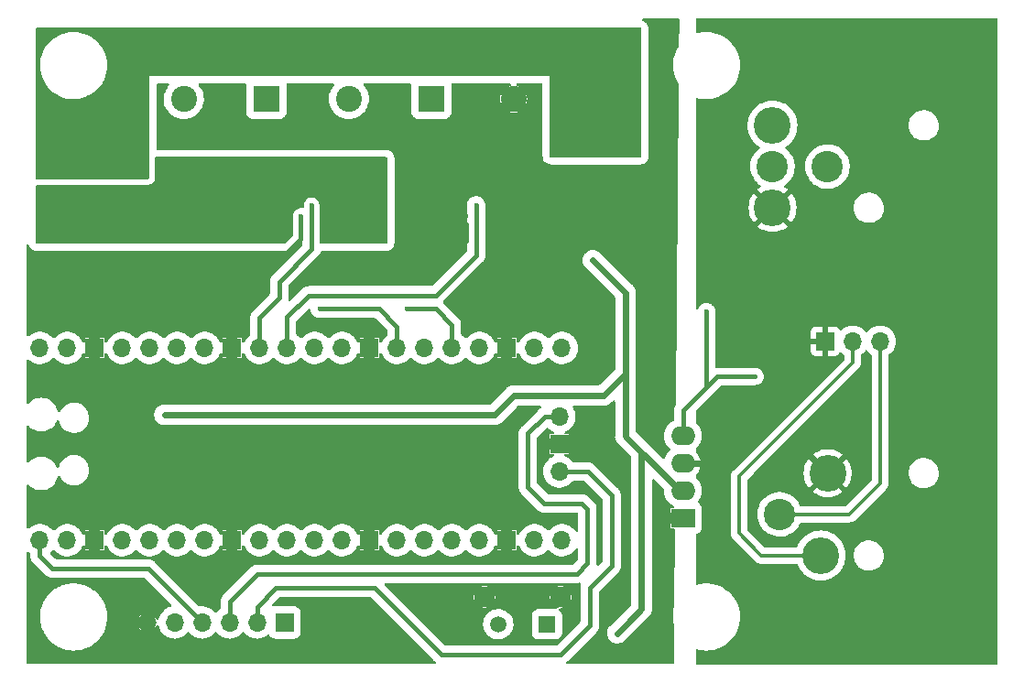
<source format=gbr>
%TF.GenerationSoftware,KiCad,Pcbnew,(6.0.0-0)*%
%TF.CreationDate,2022-10-23T23:34:43+01:00*%
%TF.ProjectId,PicoPyro,5069636f-5079-4726-9f2e-6b696361645f,rev?*%
%TF.SameCoordinates,Original*%
%TF.FileFunction,Copper,L2,Bot*%
%TF.FilePolarity,Positive*%
%FSLAX46Y46*%
G04 Gerber Fmt 4.6, Leading zero omitted, Abs format (unit mm)*
G04 Created by KiCad (PCBNEW (6.0.0-0)) date 2022-10-23 23:34:43*
%MOMM*%
%LPD*%
G01*
G04 APERTURE LIST*
%TA.AperFunction,ComponentPad*%
%ADD10C,1.950000*%
%TD*%
%TA.AperFunction,ComponentPad*%
%ADD11C,1.500000*%
%TD*%
%TA.AperFunction,ComponentPad*%
%ADD12R,1.500000X1.500000*%
%TD*%
%TA.AperFunction,ComponentPad*%
%ADD13R,2.400000X2.400000*%
%TD*%
%TA.AperFunction,ComponentPad*%
%ADD14C,2.400000*%
%TD*%
%TA.AperFunction,ComponentPad*%
%ADD15O,1.700000X1.700000*%
%TD*%
%TA.AperFunction,ComponentPad*%
%ADD16R,1.700000X1.700000*%
%TD*%
%TA.AperFunction,ComponentPad*%
%ADD17C,4.000000*%
%TD*%
%TA.AperFunction,ComponentPad*%
%ADD18R,3.800000X3.800000*%
%TD*%
%TA.AperFunction,ComponentPad*%
%ADD19R,2.250000X1.750000*%
%TD*%
%TA.AperFunction,ComponentPad*%
%ADD20O,2.250000X1.750000*%
%TD*%
%TA.AperFunction,ComponentPad*%
%ADD21C,3.400000*%
%TD*%
%TA.AperFunction,ComponentPad*%
%ADD22C,2.900000*%
%TD*%
%TA.AperFunction,ViaPad*%
%ADD23C,0.400000*%
%TD*%
%TA.AperFunction,Conductor*%
%ADD24C,0.400000*%
%TD*%
%TA.AperFunction,Conductor*%
%ADD25C,0.300000*%
%TD*%
%TA.AperFunction,Conductor*%
%ADD26C,0.600000*%
%TD*%
G04 APERTURE END LIST*
D10*
%TO.P,S701,4,GND_2*%
%TO.N,GND*%
X169000000Y-112662500D03*
%TO.P,S701,3,GND_1*%
X176000000Y-112662500D03*
D11*
%TO.P,S701,2,NO*%
%TO.N,/BUTTON_MODE*%
X170250000Y-115162500D03*
D12*
%TO.P,S701,1,COM*%
%TO.N,+3V3*%
X174750000Y-115162500D03*
%TD*%
D13*
%TO.P,J501,1,1*%
%TO.N,Net-(J501-Pad1)*%
X179300000Y-66600000D03*
D14*
%TO.P,J501,2,2*%
%TO.N,GND*%
X171680000Y-66600000D03*
%TD*%
%TO.P,J202,2,2*%
%TO.N,Net-(F211-Pad2)*%
X141190000Y-66600000D03*
D13*
%TO.P,J202,1,1*%
%TO.N,Net-(J202-Pad1)*%
X148810000Y-66600000D03*
%TD*%
%TO.P,J201,1,1*%
%TO.N,Net-(J201-Pad1)*%
X164060000Y-66600000D03*
D14*
%TO.P,J201,2,2*%
%TO.N,Net-(F201-Pad2)*%
X156440000Y-66600000D03*
%TD*%
D15*
%TO.P,U001,43,SWDIO*%
%TO.N,/DEBUG_DIO*%
X175900000Y-95960000D03*
D16*
%TO.P,U001,42,GND*%
%TO.N,GND*%
X175900000Y-98500000D03*
D15*
%TO.P,U001,41,SWCLK*%
%TO.N,/DEBUG_CLK*%
X175900000Y-101040000D03*
%TO.P,U001,40,VBUS*%
%TO.N,unconnected-(U001-Pad40)*%
X127870000Y-89610000D03*
%TO.P,U001,39,VSYS*%
%TO.N,+5V*%
X130410000Y-89610000D03*
D16*
%TO.P,U001,38,GND*%
%TO.N,GND*%
X132950000Y-89610000D03*
D15*
%TO.P,U001,37,3V3_EN*%
%TO.N,unconnected-(U001-Pad37)*%
X135490000Y-89610000D03*
%TO.P,U001,36,3V3*%
%TO.N,+3V3*%
X138030000Y-89610000D03*
%TO.P,U001,35,ADC_VREF*%
%TO.N,unconnected-(U001-Pad35)*%
X140570000Y-89610000D03*
%TO.P,U001,34,GPIO28_ADC2*%
%TO.N,unconnected-(U001-Pad34)*%
X143110000Y-89610000D03*
D16*
%TO.P,U001,33,AGND*%
%TO.N,GND*%
X145650000Y-89610000D03*
D15*
%TO.P,U001,32,GPIO27_ADC1*%
%TO.N,/PYRO1_MEASURE*%
X148190000Y-89610000D03*
%TO.P,U001,31,GPIO26_ADC0*%
%TO.N,/PYRO0_MEASURE*%
X150730000Y-89610000D03*
%TO.P,U001,30,RUN*%
%TO.N,unconnected-(U001-Pad30)*%
X153270000Y-89610000D03*
%TO.P,U001,29,GPIO22*%
%TO.N,/PYRO1_FIRE*%
X155810000Y-89610000D03*
D16*
%TO.P,U001,28,GND*%
%TO.N,GND*%
X158350000Y-89610000D03*
D15*
%TO.P,U001,27,GPIO21*%
%TO.N,/PYRO1_LED*%
X160890000Y-89610000D03*
%TO.P,U001,26,GPIO20*%
%TO.N,/PYRO0_FIRE*%
X163430000Y-89610000D03*
%TO.P,U001,25,GPIO19*%
%TO.N,/PYRO0_LED*%
X165970000Y-89610000D03*
%TO.P,U001,24,GPIO18*%
%TO.N,unconnected-(U001-Pad24)*%
X168510000Y-89610000D03*
D16*
%TO.P,U001,23,GND*%
%TO.N,GND*%
X171050000Y-89610000D03*
D15*
%TO.P,U001,22,GPIO17*%
%TO.N,/DMX_IO*%
X173590000Y-89610000D03*
%TO.P,U001,21,GPIO16*%
%TO.N,/DMX_RDM*%
X176130000Y-89610000D03*
%TO.P,U001,20,GPIO15*%
%TO.N,unconnected-(U001-Pad20)*%
X176130000Y-107390000D03*
%TO.P,U001,19,GPIO14*%
%TO.N,/BUTTON_MODE*%
X173590000Y-107390000D03*
D16*
%TO.P,U001,18,GND*%
%TO.N,GND*%
X171050000Y-107390000D03*
D15*
%TO.P,U001,17,GPIO13*%
%TO.N,unconnected-(U001-Pad17)*%
X168510000Y-107390000D03*
%TO.P,U001,16,GPIO12*%
%TO.N,unconnected-(U001-Pad16)*%
X165970000Y-107390000D03*
%TO.P,U001,15,GPIO11*%
%TO.N,unconnected-(U001-Pad15)*%
X163430000Y-107390000D03*
%TO.P,U001,14,GPIO10*%
%TO.N,/LED_STATUS*%
X160890000Y-107390000D03*
D16*
%TO.P,U001,13,GND*%
%TO.N,GND*%
X158350000Y-107390000D03*
D15*
%TO.P,U001,12,GPIO9*%
%TO.N,unconnected-(U001-Pad12)*%
X155810000Y-107390000D03*
%TO.P,U001,11,GPIO8*%
%TO.N,unconnected-(U001-Pad11)*%
X153270000Y-107390000D03*
%TO.P,U001,10,GPIO7*%
%TO.N,unconnected-(U001-Pad10)*%
X150730000Y-107390000D03*
%TO.P,U001,9,GPIO6*%
%TO.N,unconnected-(U001-Pad9)*%
X148190000Y-107390000D03*
D16*
%TO.P,U001,8,GND*%
%TO.N,GND*%
X145650000Y-107390000D03*
D15*
%TO.P,U001,7,GPIO5*%
%TO.N,unconnected-(U001-Pad7)*%
X143110000Y-107390000D03*
%TO.P,U001,6,GPIO4*%
%TO.N,unconnected-(U001-Pad6)*%
X140570000Y-107390000D03*
%TO.P,U001,5,GPIO3*%
%TO.N,unconnected-(U001-Pad5)*%
X138030000Y-107390000D03*
%TO.P,U001,4,GPIO2*%
%TO.N,unconnected-(U001-Pad4)*%
X135490000Y-107390000D03*
D16*
%TO.P,U001,3,GND*%
%TO.N,GND*%
X132950000Y-107390000D03*
D15*
%TO.P,U001,2,GPIO1*%
%TO.N,/UART0_RX*%
X130410000Y-107390000D03*
%TO.P,U001,1,GPIO0*%
%TO.N,/UART0_TX*%
X127870000Y-107390000D03*
%TD*%
D17*
%TO.P,J502,2,Pin_2*%
%TO.N,/ARM*%
X131500000Y-77000000D03*
D18*
%TO.P,J502,1,Pin_1*%
%TO.N,Net-(J501-Pad1)*%
X131500000Y-72000000D03*
%TD*%
D19*
%TO.P,PS101,1,-Vin*%
%TO.N,GND*%
X187342500Y-105357500D03*
D20*
%TO.P,PS101,2,+Vin*%
%TO.N,+5V*%
X187342500Y-102817500D03*
%TO.P,PS101,3,-Vout*%
%TO.N,/GND_DMX*%
X187342500Y-100277500D03*
%TO.P,PS101,4,+Vout*%
%TO.N,/5V_DMX*%
X187342500Y-97737500D03*
%TD*%
D16*
%TO.P,J103,1,Pin_1*%
%TO.N,/GND_DMX*%
X200475000Y-89000000D03*
D15*
%TO.P,J103,2,Pin_2*%
%TO.N,Net-(J101-Pad2)*%
X203015000Y-89000000D03*
%TO.P,J103,3,Pin_3*%
%TO.N,Net-(J101-Pad3)*%
X205555000Y-89000000D03*
%TD*%
D21*
%TO.P,J102,2*%
%TO.N,Net-(J101-Pad2)*%
X195610000Y-69040000D03*
%TO.P,J102,1*%
%TO.N,/GND_DMX*%
X195610000Y-76660000D03*
D22*
%TO.P,J102,3*%
%TO.N,Net-(J101-Pad3)*%
X195610000Y-72850000D03*
%TO.P,J102,G*%
%TO.N,N/C*%
X200690000Y-72850000D03*
%TD*%
%TO.P,J101,3*%
%TO.N,Net-(J101-Pad3)*%
X196250000Y-105000000D03*
D21*
%TO.P,J101,2*%
%TO.N,Net-(J101-Pad2)*%
X200065000Y-108810000D03*
%TO.P,J101,1*%
%TO.N,/GND_DMX*%
X200700000Y-101190000D03*
%TD*%
D15*
%TO.P,J001,6,Pin_6*%
%TO.N,GND*%
X137800000Y-115000000D03*
%TO.P,J001,5,Pin_5*%
%TO.N,/UART0_RX*%
X140340000Y-115000000D03*
%TO.P,J001,4,Pin_4*%
%TO.N,/UART0_TX*%
X142880000Y-115000000D03*
%TO.P,J001,3,Pin_3*%
%TO.N,/DEBUG_DIO*%
X145420000Y-115000000D03*
%TO.P,J001,2,Pin_2*%
%TO.N,/DEBUG_CLK*%
X147960000Y-115000000D03*
D16*
%TO.P,J001,1,Pin_1*%
%TO.N,/VBUS*%
X150500000Y-115000000D03*
%TD*%
D23*
%TO.N,GND*%
X152000000Y-77390000D03*
%TO.N,/GND_DMX*%
X196000000Y-111500000D03*
X193000000Y-82000000D03*
X203500000Y-83000000D03*
X197500000Y-87500000D03*
X199500000Y-85500000D03*
X197000000Y-84500000D03*
X203000000Y-93500000D03*
X203000000Y-98000000D03*
X201000000Y-97000000D03*
X205000000Y-74500000D03*
X205000000Y-79000000D03*
X199500000Y-79500000D03*
X203000000Y-80500000D03*
X200500000Y-77500000D03*
X210500000Y-64000000D03*
X205500000Y-66500000D03*
X204500000Y-63000000D03*
X198500000Y-63000000D03*
X200000000Y-66500000D03*
X211000000Y-77000000D03*
X212500000Y-72500000D03*
X210000000Y-82000000D03*
X211500000Y-98000000D03*
X208000000Y-97000000D03*
X205500000Y-114500000D03*
X212500000Y-107500000D03*
X211500000Y-87500000D03*
X208000000Y-87000000D03*
X213000000Y-82500000D03*
X211500000Y-93000000D03*
X208000000Y-106500000D03*
X209500000Y-112000000D03*
X201500000Y-113000000D03*
%TO.N,GND*%
X133500000Y-103500000D03*
X177000000Y-83000000D03*
X173500000Y-83000000D03*
X181500000Y-112000000D03*
X180500000Y-100000000D03*
X171000000Y-100500000D03*
X171000000Y-97500000D03*
X168000000Y-98500000D03*
X157000000Y-98000000D03*
X154500000Y-103500000D03*
X158000000Y-103500000D03*
X153000000Y-98500000D03*
X151000000Y-102000000D03*
X168000000Y-104500000D03*
X159000000Y-99500000D03*
X144000000Y-101500000D03*
X146500000Y-100000000D03*
X148500000Y-104000000D03*
X163000000Y-102000000D03*
X140500000Y-101000000D03*
X141500000Y-99000000D03*
X138000000Y-103000000D03*
X137500000Y-99500000D03*
%TO.N,/ARM*%
X135000000Y-79000000D03*
X135000000Y-76000000D03*
X136000000Y-77500000D03*
%TO.N,GND*%
X168500000Y-85000000D03*
X170000000Y-83000000D03*
X170000000Y-80000000D03*
X170000000Y-77000000D03*
X173000000Y-74000000D03*
X170000000Y-74000000D03*
X182000000Y-74000000D03*
X137000000Y-84500000D03*
X134000000Y-84500000D03*
X131000000Y-84500000D03*
X128000000Y-84500000D03*
X128000000Y-92000000D03*
X128000000Y-98500000D03*
X128000000Y-105000000D03*
%TO.N,/GND_DMX*%
X190500000Y-97000000D03*
X190500000Y-100000000D03*
X190500000Y-103000000D03*
X190500000Y-106000000D03*
X190500000Y-109000000D03*
X192000000Y-111000000D03*
X194000000Y-114000000D03*
X193000000Y-118000000D03*
X195500000Y-117000000D03*
X210500000Y-117000000D03*
X198500000Y-117000000D03*
X207500000Y-117000000D03*
X201500000Y-117000000D03*
X204500000Y-117000000D03*
X213500000Y-117000000D03*
X192500000Y-67000000D03*
X194000000Y-65000000D03*
X194500000Y-62500000D03*
X195500000Y-61000000D03*
X198500000Y-61000000D03*
X201500000Y-61000000D03*
X204500000Y-61000000D03*
X207500000Y-61000000D03*
X210500000Y-61000000D03*
X213500000Y-61000000D03*
X214500000Y-116000000D03*
X214500000Y-98000000D03*
X214500000Y-107000000D03*
X214500000Y-104000000D03*
X214500000Y-101000000D03*
X214500000Y-113000000D03*
X214500000Y-110000000D03*
X214500000Y-89000000D03*
X214500000Y-92000000D03*
X214500000Y-95000000D03*
X214500000Y-68000000D03*
X214500000Y-65000000D03*
X214500000Y-62000000D03*
X214500000Y-74000000D03*
X214500000Y-83000000D03*
X214500000Y-86000000D03*
X214500000Y-80000000D03*
X214500000Y-71000000D03*
X214500000Y-77000000D03*
X190000000Y-83000000D03*
X190000000Y-80000000D03*
X190000000Y-77000000D03*
X190000000Y-74000000D03*
X190000000Y-71000000D03*
X190000000Y-68000000D03*
%TO.N,GND*%
X185500000Y-65000000D03*
X185500000Y-62000000D03*
X182500000Y-118000000D03*
X185500000Y-71000000D03*
X185500000Y-68000000D03*
X185500000Y-80000000D03*
X185500000Y-74000000D03*
X185500000Y-77000000D03*
X185500000Y-83000000D03*
X185500000Y-92000000D03*
X185500000Y-95000000D03*
X185500000Y-106000000D03*
X185500000Y-109000000D03*
X185500000Y-112000000D03*
X185500000Y-115000000D03*
%TO.N,/GND_DMX*%
X189500000Y-118000000D03*
%TO.N,GND*%
X185500000Y-118000000D03*
X136000000Y-112000000D03*
X136000000Y-115000000D03*
X163000000Y-118000000D03*
X157000000Y-118000000D03*
X154000000Y-118000000D03*
X148000000Y-84500000D03*
X146500000Y-84500000D03*
X151000000Y-118000000D03*
X148000000Y-118000000D03*
X145000000Y-118000000D03*
X142000000Y-118000000D03*
X139000000Y-118000000D03*
X136000000Y-118000000D03*
%TO.N,+5V*%
X179750000Y-82250000D03*
X179000000Y-81500000D03*
X141000000Y-95800000D03*
X139400000Y-95800000D03*
X182250000Y-115000000D03*
X181250000Y-116000000D03*
%TO.N,/5V_DMX*%
X194000000Y-92250000D03*
X189500000Y-86250000D03*
%TO.N,/ARM*%
X159000000Y-79000000D03*
X157000000Y-79000000D03*
X154500000Y-77500000D03*
X155000000Y-79000000D03*
X159000000Y-76000000D03*
X156500000Y-77500000D03*
X157000000Y-76000000D03*
X158500000Y-77500000D03*
X155000000Y-76000000D03*
X143000000Y-79000000D03*
X141000000Y-79000000D03*
X139000000Y-79000000D03*
X137000000Y-79000000D03*
X137000000Y-76000000D03*
X139000000Y-76000000D03*
X138500000Y-77500000D03*
X141000000Y-76000000D03*
X140500000Y-77500000D03*
X142500000Y-77500000D03*
X143000000Y-76000000D03*
%TO.N,/PYRO0_LED*%
X161750000Y-86000000D03*
%TO.N,/PYRO1_LED*%
X153750000Y-86000000D03*
%TO.N,GND*%
X145250000Y-83500000D03*
X144750000Y-82500000D03*
X146500000Y-82500000D03*
X145250000Y-81500000D03*
X147000000Y-83500000D03*
X147000000Y-81500000D03*
X148000000Y-82500000D03*
X148750000Y-81500000D03*
X163500000Y-82500000D03*
X160000000Y-82500000D03*
X162250000Y-83500000D03*
X160500000Y-83500000D03*
X161750000Y-82500000D03*
X160500000Y-81500000D03*
X162250000Y-81500000D03*
X164000000Y-81500000D03*
X167490000Y-83490000D03*
X157990000Y-83490000D03*
X142990000Y-83490000D03*
X151990000Y-83490000D03*
%TO.N,/PYRO0_MEASURE*%
X168200000Y-76434075D03*
%TO.N,/PYRO1_MEASURE*%
X153000000Y-76434075D03*
%TO.N,GND*%
X167260000Y-78190000D03*
X152000000Y-78190000D03*
X167260000Y-77390000D03*
%TD*%
D24*
%TO.N,GND*%
X152000000Y-78190000D02*
X152000000Y-77390000D01*
%TO.N,/DEBUG_CLK*%
X149700000Y-111800000D02*
X158800000Y-111800000D01*
X158800000Y-111800000D02*
X165000000Y-118000000D01*
X178700000Y-115300000D02*
X176000000Y-118000000D01*
X178700000Y-111800000D02*
X178700000Y-115300000D01*
X176000000Y-118000000D02*
X165000000Y-118000000D01*
D25*
%TO.N,Net-(J101-Pad3)*%
X196250000Y-105000000D02*
X202700000Y-105000000D01*
X202700000Y-105000000D02*
X205555000Y-102145000D01*
X205555000Y-102145000D02*
X205555000Y-89000000D01*
D26*
%TO.N,GND*%
X187342500Y-105357500D02*
X185142500Y-105357500D01*
%TO.N,/GND_DMX*%
X187342500Y-100277500D02*
X189577500Y-100277500D01*
D24*
%TO.N,/DEBUG_CLK*%
X147960000Y-115000000D02*
X147960000Y-113540000D01*
X147960000Y-113540000D02*
X149700000Y-111800000D01*
X180750000Y-103250000D02*
X178540000Y-101040000D01*
X178700000Y-111800000D02*
X180750000Y-109750000D01*
X180750000Y-109750000D02*
X180750000Y-103250000D01*
X178540000Y-101040000D02*
X175900000Y-101040000D01*
%TO.N,/DEBUG_DIO*%
X145420000Y-115000000D02*
X145420000Y-113080000D01*
X145420000Y-113080000D02*
X148000000Y-110500000D01*
X148000000Y-110500000D02*
X177500000Y-110500000D01*
X174500000Y-104000000D02*
X173000000Y-102500000D01*
X173000000Y-97500000D02*
X174540000Y-95960000D01*
X177500000Y-110500000D02*
X178500000Y-109500000D01*
X178500000Y-109500000D02*
X178500000Y-104500000D01*
X173000000Y-102500000D02*
X173000000Y-97500000D01*
X178500000Y-104500000D02*
X178000000Y-104000000D01*
X178000000Y-104000000D02*
X174500000Y-104000000D01*
X174540000Y-95960000D02*
X175900000Y-95960000D01*
D26*
%TO.N,+5V*%
X179750000Y-82250000D02*
X179000000Y-81500000D01*
X182000000Y-84500000D02*
X179750000Y-82250000D01*
X182000000Y-92000000D02*
X182000000Y-84500000D01*
X182000000Y-97750000D02*
X182000000Y-92000000D01*
X180000000Y-94000000D02*
X182000000Y-92000000D01*
X169900000Y-95800000D02*
X171350000Y-94350000D01*
X171700000Y-94000000D02*
X180000000Y-94000000D01*
X171350000Y-94350000D02*
X171700000Y-94000000D01*
X182125000Y-97875000D02*
X182000000Y-97750000D01*
X183500000Y-99250000D02*
X182125000Y-97875000D01*
X141000000Y-95800000D02*
X139400000Y-95800000D01*
X169800000Y-95800000D02*
X141000000Y-95800000D01*
D24*
%TO.N,GND*%
X167260000Y-78190000D02*
X167260000Y-79740000D01*
X167260000Y-79740000D02*
X165750000Y-81250000D01*
X152000000Y-78190000D02*
X152000000Y-79500000D01*
X152000000Y-79500000D02*
X150500000Y-81000000D01*
D26*
%TO.N,+5V*%
X182250000Y-115000000D02*
X181250000Y-116000000D01*
X183500000Y-99250000D02*
X183500000Y-113750000D01*
X183500000Y-113750000D02*
X182250000Y-115000000D01*
X187067500Y-102817500D02*
X183500000Y-99250000D01*
X187342500Y-102817500D02*
X187067500Y-102817500D01*
D24*
%TO.N,/5V_DMX*%
X194000000Y-92250000D02*
X190500000Y-92250000D01*
X190500000Y-92250000D02*
X189500000Y-93250000D01*
X189500000Y-93250000D02*
X189500000Y-86250000D01*
X187342500Y-97737500D02*
X187342500Y-95407500D01*
X187342500Y-95407500D02*
X189500000Y-93250000D01*
D25*
%TO.N,Net-(J101-Pad2)*%
X192500000Y-106750000D02*
X194250000Y-108500000D01*
X200065000Y-108810000D02*
X194560000Y-108810000D01*
X194560000Y-108810000D02*
X194250000Y-108500000D01*
X203015000Y-89000000D02*
X203015000Y-90985000D01*
X203015000Y-90985000D02*
X192500000Y-101500000D01*
X192500000Y-101500000D02*
X192500000Y-106750000D01*
D24*
%TO.N,/UART0_TX*%
X129000000Y-110000000D02*
X137880000Y-110000000D01*
X137880000Y-110000000D02*
X142880000Y-115000000D01*
X127870000Y-107390000D02*
X127870000Y-108870000D01*
X127870000Y-108870000D02*
X129000000Y-110000000D01*
%TO.N,/PYRO0_LED*%
X165970000Y-89610000D02*
X165970000Y-87470000D01*
X164500000Y-86000000D02*
X161750000Y-86000000D01*
X165970000Y-87470000D02*
X164500000Y-86000000D01*
%TO.N,/PYRO1_LED*%
X153750000Y-86000000D02*
X159250000Y-86000000D01*
X159250000Y-86000000D02*
X160890000Y-87640000D01*
X160890000Y-87640000D02*
X160890000Y-89610000D01*
%TO.N,/PYRO0_MEASURE*%
X168200000Y-76434075D02*
X168200000Y-81050000D01*
X150730000Y-86770000D02*
X150730000Y-89610000D01*
X168200000Y-81050000D02*
X164500000Y-84750000D01*
X164500000Y-84750000D02*
X152750000Y-84750000D01*
X152750000Y-84750000D02*
X150730000Y-86770000D01*
%TO.N,/PYRO1_MEASURE*%
X148190000Y-89610000D02*
X148190000Y-86810000D01*
X148190000Y-86810000D02*
X150000000Y-85000000D01*
X153000000Y-80500000D02*
X153000000Y-76434075D01*
X150000000Y-85000000D02*
X150000000Y-83500000D01*
X150000000Y-83500000D02*
X153000000Y-80500000D01*
%TD*%
%TA.AperFunction,Conductor*%
%TO.N,GND*%
G36*
X180967532Y-94480844D02*
G01*
X181024368Y-94523391D01*
X181049179Y-94589911D01*
X181049500Y-94598900D01*
X181049500Y-97734568D01*
X181049451Y-97738086D01*
X181047976Y-97790912D01*
X181047164Y-97819972D01*
X181057075Y-97876179D01*
X181058343Y-97885322D01*
X181064112Y-97942110D01*
X181070704Y-97963145D01*
X181072166Y-97967811D01*
X181076016Y-97983607D01*
X181079585Y-98003847D01*
X181079587Y-98003856D01*
X181080695Y-98010137D01*
X181083044Y-98016070D01*
X181101706Y-98063206D01*
X181104788Y-98071909D01*
X181121856Y-98126373D01*
X181124950Y-98131956D01*
X181124951Y-98131957D01*
X181134918Y-98149938D01*
X181141862Y-98164629D01*
X181151779Y-98189675D01*
X181183028Y-98237428D01*
X181187798Y-98245336D01*
X181215472Y-98295261D01*
X181219626Y-98300107D01*
X181219627Y-98300109D01*
X181233001Y-98315712D01*
X181242766Y-98328718D01*
X181257513Y-98351254D01*
X181261758Y-98355968D01*
X181298543Y-98392753D01*
X181305116Y-98399850D01*
X181341136Y-98441875D01*
X181363986Y-98459600D01*
X181375848Y-98470058D01*
X182512595Y-99606805D01*
X182546621Y-99669117D01*
X182549500Y-99695900D01*
X182549500Y-113304100D01*
X182529498Y-113372221D01*
X182512595Y-113393195D01*
X180543771Y-115362019D01*
X180541753Y-115364494D01*
X180541747Y-115364500D01*
X180456420Y-115469122D01*
X180452385Y-115474070D01*
X180449430Y-115479723D01*
X180449429Y-115479724D01*
X180440309Y-115497169D01*
X180362923Y-115645194D01*
X180309697Y-115830813D01*
X180309207Y-115837177D01*
X180309207Y-115837179D01*
X180295520Y-116015069D01*
X180294883Y-116023342D01*
X180319085Y-116214919D01*
X180321141Y-116220957D01*
X180321141Y-116220959D01*
X180324974Y-116232219D01*
X180381314Y-116397716D01*
X180425130Y-116472398D01*
X180462214Y-116535605D01*
X180479029Y-116564266D01*
X180608237Y-116707766D01*
X180763661Y-116822355D01*
X180769451Y-116825030D01*
X180769452Y-116825031D01*
X180819640Y-116848221D01*
X180938952Y-116903351D01*
X181126949Y-116947445D01*
X181236628Y-116950508D01*
X181313590Y-116952658D01*
X181313592Y-116952658D01*
X181319972Y-116952836D01*
X181510137Y-116919305D01*
X181689675Y-116848221D01*
X181734990Y-116818568D01*
X181847203Y-116745138D01*
X181847204Y-116745137D01*
X181851254Y-116742487D01*
X181855968Y-116738242D01*
X184161189Y-114433021D01*
X184163711Y-114430568D01*
X184218596Y-114378666D01*
X184218597Y-114378665D01*
X184223235Y-114374279D01*
X184255980Y-114327514D01*
X184261533Y-114320171D01*
X184297615Y-114275930D01*
X184310097Y-114252053D01*
X184318543Y-114238164D01*
X184319998Y-114236086D01*
X184333991Y-114216102D01*
X184356656Y-114163727D01*
X184360632Y-114155392D01*
X184384118Y-114110468D01*
X184387078Y-114104806D01*
X184394504Y-114078908D01*
X184399985Y-114063599D01*
X184402869Y-114056936D01*
X184410680Y-114038885D01*
X184422354Y-113983004D01*
X184424565Y-113974070D01*
X184424773Y-113973345D01*
X184440303Y-113919187D01*
X184442371Y-113892318D01*
X184444662Y-113876221D01*
X184445758Y-113870978D01*
X184450168Y-113849867D01*
X184450500Y-113843532D01*
X184450500Y-113791506D01*
X184450871Y-113781839D01*
X184454628Y-113733017D01*
X184454628Y-113733014D01*
X184455117Y-113726658D01*
X184451494Y-113697979D01*
X184450500Y-113682187D01*
X184450500Y-101848900D01*
X184470502Y-101780779D01*
X184524158Y-101734286D01*
X184594432Y-101724182D01*
X184659012Y-101753676D01*
X184665595Y-101759805D01*
X185532957Y-102627167D01*
X185566983Y-102689479D01*
X185569732Y-102721978D01*
X185562969Y-102870912D01*
X185563550Y-102875932D01*
X185563550Y-102875936D01*
X185584475Y-103056783D01*
X185591184Y-103114768D01*
X185592562Y-103119639D01*
X185592563Y-103119642D01*
X185613764Y-103194565D01*
X185658025Y-103350977D01*
X185690156Y-103419883D01*
X185758004Y-103565383D01*
X185761770Y-103573460D01*
X185764612Y-103577641D01*
X185764612Y-103577642D01*
X185896906Y-103772307D01*
X185896909Y-103772311D01*
X185899752Y-103776494D01*
X186068420Y-103954856D01*
X186072446Y-103957934D01*
X186072447Y-103957935D01*
X186259416Y-104100883D01*
X186259420Y-104100886D01*
X186263436Y-104103956D01*
X186267894Y-104106346D01*
X186267895Y-104106347D01*
X186434083Y-104195456D01*
X186484666Y-104245274D01*
X186500286Y-104314531D01*
X186475982Y-104381239D01*
X186419472Y-104424217D01*
X186374542Y-104432500D01*
X186218759Y-104432500D01*
X186209000Y-104433461D01*
X186189992Y-104441335D01*
X186176335Y-104454992D01*
X186168461Y-104474000D01*
X186167500Y-104483759D01*
X186167500Y-104839385D01*
X186171975Y-104854624D01*
X186173365Y-104855829D01*
X186181048Y-104857500D01*
X186622117Y-104857500D01*
X186614052Y-105857500D01*
X186185615Y-105857500D01*
X186170376Y-105861975D01*
X186169171Y-105863365D01*
X186167500Y-105871048D01*
X186167500Y-106231241D01*
X186168461Y-106241000D01*
X186176335Y-106260008D01*
X186189992Y-106273665D01*
X186209000Y-106281539D01*
X186218759Y-106282500D01*
X186483605Y-106282500D01*
X186551726Y-106302502D01*
X186598219Y-106356158D01*
X186609601Y-106409514D01*
X186552358Y-113507605D01*
X186552354Y-113508133D01*
X186547921Y-113540258D01*
X186462299Y-113854317D01*
X186451371Y-113925316D01*
X186422121Y-114115359D01*
X186408732Y-114202345D01*
X186408592Y-114205909D01*
X186398004Y-114475409D01*
X186394908Y-114554200D01*
X186421004Y-114905358D01*
X186486684Y-115251304D01*
X186487742Y-115254713D01*
X186487744Y-115254719D01*
X186531168Y-115394566D01*
X186536831Y-115432945D01*
X186510435Y-118706068D01*
X186510282Y-118725016D01*
X186489731Y-118792973D01*
X186435702Y-118839032D01*
X186384286Y-118850000D01*
X176656979Y-118850000D01*
X176588858Y-118829998D01*
X176542365Y-118776342D01*
X176532261Y-118706068D01*
X176561755Y-118641488D01*
X176567884Y-118634905D01*
X176591478Y-118611311D01*
X176594000Y-118608858D01*
X176646549Y-118559165D01*
X176646551Y-118559163D01*
X176651507Y-118554476D01*
X176655341Y-118548834D01*
X176659767Y-118543634D01*
X176660171Y-118543978D01*
X176666707Y-118536082D01*
X179272350Y-115930438D01*
X179280117Y-115923295D01*
X179295971Y-115909897D01*
X179319540Y-115889980D01*
X179325914Y-115881644D01*
X179359909Y-115837179D01*
X179368409Y-115826062D01*
X179370302Y-115823647D01*
X179416454Y-115766247D01*
X179416456Y-115766244D01*
X179420731Y-115760927D01*
X179423768Y-115754810D01*
X179425438Y-115752198D01*
X179425714Y-115751804D01*
X179425791Y-115751680D01*
X179426023Y-115751258D01*
X179427630Y-115748605D01*
X179431777Y-115743180D01*
X179465779Y-115670262D01*
X179467110Y-115667495D01*
X179499861Y-115601520D01*
X179499863Y-115601516D01*
X179502895Y-115595407D01*
X179504547Y-115588782D01*
X179505615Y-115585879D01*
X179505803Y-115585427D01*
X179505851Y-115585292D01*
X179505986Y-115584833D01*
X179506987Y-115581892D01*
X179509873Y-115575703D01*
X179526151Y-115502876D01*
X179527427Y-115497169D01*
X179528136Y-115494172D01*
X179545949Y-115422728D01*
X179545949Y-115422727D01*
X179547600Y-115416106D01*
X179547790Y-115409286D01*
X179548212Y-115406208D01*
X179548377Y-115405291D01*
X179549054Y-115400415D01*
X179550183Y-115395363D01*
X179550500Y-115389693D01*
X179550500Y-115314035D01*
X179550549Y-115310517D01*
X179550597Y-115308787D01*
X179552759Y-115231388D01*
X179551480Y-115224682D01*
X179550933Y-115217885D01*
X179551462Y-115217842D01*
X179550500Y-115207636D01*
X179550500Y-112204479D01*
X179570502Y-112136358D01*
X179587405Y-112115384D01*
X181322350Y-110380438D01*
X181330117Y-110373295D01*
X181364326Y-110344386D01*
X181369540Y-110339980D01*
X181418409Y-110276062D01*
X181420302Y-110273647D01*
X181466454Y-110216247D01*
X181466456Y-110216244D01*
X181470731Y-110210927D01*
X181473768Y-110204810D01*
X181475438Y-110202198D01*
X181475714Y-110201804D01*
X181475791Y-110201680D01*
X181476023Y-110201258D01*
X181477630Y-110198605D01*
X181481777Y-110193180D01*
X181515779Y-110120262D01*
X181517110Y-110117495D01*
X181549861Y-110051520D01*
X181549863Y-110051516D01*
X181552895Y-110045407D01*
X181554547Y-110038782D01*
X181555615Y-110035879D01*
X181555803Y-110035427D01*
X181555851Y-110035292D01*
X181555986Y-110034833D01*
X181556987Y-110031892D01*
X181559873Y-110025703D01*
X181577427Y-109947169D01*
X181578136Y-109944172D01*
X181595949Y-109872728D01*
X181595949Y-109872727D01*
X181597600Y-109866106D01*
X181597790Y-109859286D01*
X181598212Y-109856208D01*
X181598377Y-109855291D01*
X181599054Y-109850415D01*
X181600183Y-109845363D01*
X181600500Y-109839693D01*
X181600500Y-109764036D01*
X181600549Y-109760518D01*
X181601444Y-109728458D01*
X181602759Y-109681389D01*
X181601480Y-109674683D01*
X181600933Y-109667886D01*
X181601462Y-109667843D01*
X181600500Y-109657637D01*
X181600500Y-103291062D01*
X181600942Y-103280518D01*
X181601491Y-103273977D01*
X181605260Y-103229098D01*
X181604358Y-103222334D01*
X181594619Y-103149341D01*
X181594249Y-103146287D01*
X181586295Y-103073072D01*
X181586294Y-103073069D01*
X181585558Y-103066291D01*
X181583384Y-103059831D01*
X181582714Y-103056783D01*
X181582633Y-103056322D01*
X181582597Y-103056171D01*
X181582464Y-103055712D01*
X181581722Y-103052693D01*
X181580820Y-103045931D01*
X181578487Y-103039521D01*
X181578486Y-103039517D01*
X181553303Y-102970329D01*
X181552285Y-102967423D01*
X181528795Y-102897623D01*
X181528794Y-102897621D01*
X181526617Y-102891152D01*
X181523100Y-102885298D01*
X181521800Y-102882486D01*
X181521618Y-102882043D01*
X181521542Y-102881884D01*
X181521314Y-102881466D01*
X181519951Y-102878697D01*
X181517618Y-102872285D01*
X181513964Y-102866527D01*
X181513961Y-102866521D01*
X181474510Y-102804356D01*
X181472892Y-102801737D01*
X181434959Y-102738607D01*
X181434958Y-102738605D01*
X181431443Y-102732756D01*
X181426754Y-102727797D01*
X181424872Y-102725318D01*
X181424332Y-102724541D01*
X181421375Y-102720631D01*
X181418602Y-102716262D01*
X181414817Y-102712028D01*
X181361311Y-102658522D01*
X181358858Y-102656000D01*
X181309165Y-102603451D01*
X181309163Y-102603449D01*
X181304476Y-102598493D01*
X181298834Y-102594659D01*
X181293634Y-102590233D01*
X181293978Y-102589829D01*
X181286082Y-102583293D01*
X179170438Y-100467650D01*
X179163295Y-100459883D01*
X179154508Y-100449485D01*
X179129980Y-100420460D01*
X179066062Y-100371591D01*
X179063647Y-100369698D01*
X179006247Y-100323546D01*
X179006244Y-100323544D01*
X179000927Y-100319269D01*
X178994810Y-100316232D01*
X178992198Y-100314562D01*
X178991804Y-100314286D01*
X178991680Y-100314209D01*
X178991258Y-100313977D01*
X178988605Y-100312370D01*
X178983180Y-100308223D01*
X178910262Y-100274221D01*
X178907495Y-100272890D01*
X178841520Y-100240139D01*
X178841516Y-100240137D01*
X178835407Y-100237105D01*
X178828782Y-100235453D01*
X178825879Y-100234385D01*
X178825427Y-100234197D01*
X178825292Y-100234149D01*
X178824833Y-100234014D01*
X178821892Y-100233013D01*
X178815703Y-100230127D01*
X178793246Y-100225107D01*
X178737169Y-100212573D01*
X178734172Y-100211864D01*
X178662728Y-100194051D01*
X178662727Y-100194051D01*
X178656106Y-100192400D01*
X178649286Y-100192210D01*
X178646208Y-100191788D01*
X178645291Y-100191623D01*
X178640415Y-100190946D01*
X178635363Y-100189817D01*
X178629693Y-100189500D01*
X178554036Y-100189500D01*
X178550518Y-100189451D01*
X178548788Y-100189403D01*
X178471389Y-100187241D01*
X178464683Y-100188520D01*
X178457886Y-100189067D01*
X178457843Y-100188538D01*
X178447637Y-100189500D01*
X177205555Y-100189500D01*
X177137434Y-100169498D01*
X177099762Y-100131939D01*
X177097860Y-100128998D01*
X177092905Y-100121339D01*
X177066635Y-100092468D01*
X177018802Y-100039901D01*
X176926846Y-99938842D01*
X176922795Y-99935643D01*
X176922791Y-99935639D01*
X176737264Y-99789119D01*
X176737259Y-99789116D01*
X176733210Y-99785918D01*
X176728694Y-99783425D01*
X176728691Y-99783423D01*
X176521722Y-99669170D01*
X176521718Y-99669168D01*
X176517198Y-99666673D01*
X176512329Y-99664949D01*
X176512325Y-99664947D01*
X176455355Y-99644773D01*
X176397818Y-99603179D01*
X176371903Y-99537081D01*
X176385837Y-99467465D01*
X176435196Y-99416434D01*
X176497415Y-99400000D01*
X176748741Y-99400000D01*
X176758500Y-99399039D01*
X176777508Y-99391165D01*
X176791165Y-99377508D01*
X176799039Y-99358500D01*
X176800000Y-99348741D01*
X176800000Y-99018115D01*
X176795525Y-99002876D01*
X176794135Y-99001671D01*
X176786452Y-99000000D01*
X175018115Y-99000000D01*
X175002876Y-99004475D01*
X175001671Y-99005865D01*
X175000000Y-99013548D01*
X175000000Y-99348741D01*
X175000961Y-99358500D01*
X175008835Y-99377508D01*
X175022492Y-99391165D01*
X175041500Y-99399039D01*
X175051259Y-99400000D01*
X175296480Y-99400000D01*
X175364601Y-99420002D01*
X175411094Y-99473658D01*
X175421198Y-99543932D01*
X175391704Y-99608512D01*
X175335627Y-99645765D01*
X175316540Y-99652003D01*
X175311948Y-99654393D01*
X175311949Y-99654393D01*
X175132670Y-99747720D01*
X175097679Y-99765935D01*
X175093546Y-99769038D01*
X175093543Y-99769040D01*
X174927077Y-99894026D01*
X174900364Y-99914083D01*
X174729896Y-100092468D01*
X174726982Y-100096740D01*
X174726981Y-100096741D01*
X174663739Y-100189451D01*
X174590851Y-100296300D01*
X174555899Y-100371598D01*
X174489478Y-100514691D01*
X174486965Y-100520104D01*
X174421026Y-100757871D01*
X174394806Y-101003214D01*
X174395103Y-101008366D01*
X174395103Y-101008370D01*
X174403595Y-101155644D01*
X174409010Y-101249545D01*
X174410147Y-101254591D01*
X174410148Y-101254597D01*
X174429541Y-101340649D01*
X174463255Y-101490249D01*
X174556084Y-101718861D01*
X174558789Y-101723276D01*
X174558790Y-101723277D01*
X174575520Y-101750577D01*
X174685006Y-101929241D01*
X174846557Y-102115741D01*
X174850532Y-102119041D01*
X174850535Y-102119044D01*
X174874788Y-102139179D01*
X175036399Y-102273351D01*
X175249433Y-102397838D01*
X175254253Y-102399678D01*
X175254258Y-102399681D01*
X175368547Y-102443323D01*
X175479939Y-102485859D01*
X175485007Y-102486890D01*
X175485010Y-102486891D01*
X175604587Y-102511219D01*
X175721726Y-102535052D01*
X175726899Y-102535242D01*
X175726902Y-102535242D01*
X175963136Y-102543904D01*
X175963140Y-102543904D01*
X175968300Y-102544093D01*
X175973420Y-102543437D01*
X175973422Y-102543437D01*
X176049703Y-102533665D01*
X176213041Y-102512741D01*
X176217990Y-102511256D01*
X176217996Y-102511255D01*
X176444424Y-102443323D01*
X176444423Y-102443323D01*
X176449374Y-102441838D01*
X176553266Y-102390942D01*
X176666303Y-102335566D01*
X176666308Y-102335563D01*
X176670954Y-102333287D01*
X176675164Y-102330284D01*
X176675169Y-102330281D01*
X176867617Y-102193009D01*
X176867622Y-102193005D01*
X176871829Y-102190004D01*
X177046605Y-102015837D01*
X177098964Y-101942973D01*
X177154958Y-101899326D01*
X177201285Y-101890500D01*
X178135521Y-101890500D01*
X178203642Y-101910502D01*
X178224616Y-101927405D01*
X179862595Y-103565383D01*
X179896620Y-103627695D01*
X179899500Y-103654478D01*
X179899500Y-109345521D01*
X179879498Y-109413642D01*
X179862600Y-109434611D01*
X179558094Y-109739117D01*
X179495785Y-109773140D01*
X179424970Y-109768076D01*
X179368134Y-109725529D01*
X179343323Y-109659009D01*
X179345870Y-109629606D01*
X179345023Y-109629490D01*
X179345950Y-109622725D01*
X179347600Y-109616106D01*
X179347790Y-109609287D01*
X179348212Y-109606208D01*
X179348377Y-109605291D01*
X179349054Y-109600415D01*
X179350183Y-109595363D01*
X179350500Y-109589693D01*
X179350500Y-109514035D01*
X179350549Y-109510517D01*
X179351848Y-109464000D01*
X179352759Y-109431388D01*
X179351480Y-109424682D01*
X179350933Y-109417885D01*
X179351462Y-109417842D01*
X179350500Y-109407636D01*
X179350500Y-104541062D01*
X179350942Y-104530518D01*
X179354689Y-104485895D01*
X179355260Y-104479098D01*
X179352044Y-104454992D01*
X179344619Y-104399341D01*
X179344249Y-104396287D01*
X179336295Y-104323072D01*
X179336294Y-104323069D01*
X179335558Y-104316291D01*
X179333384Y-104309831D01*
X179332714Y-104306783D01*
X179332633Y-104306322D01*
X179332597Y-104306171D01*
X179332464Y-104305712D01*
X179331722Y-104302693D01*
X179330820Y-104295931D01*
X179328487Y-104289521D01*
X179328486Y-104289517D01*
X179303303Y-104220329D01*
X179302285Y-104217423D01*
X179278795Y-104147623D01*
X179278794Y-104147621D01*
X179276617Y-104141152D01*
X179273100Y-104135298D01*
X179271800Y-104132486D01*
X179271618Y-104132043D01*
X179271542Y-104131884D01*
X179271314Y-104131466D01*
X179269951Y-104128697D01*
X179267618Y-104122285D01*
X179263964Y-104116527D01*
X179263961Y-104116521D01*
X179224510Y-104054356D01*
X179222892Y-104051737D01*
X179184959Y-103988607D01*
X179184958Y-103988605D01*
X179181443Y-103982756D01*
X179176754Y-103977797D01*
X179174872Y-103975318D01*
X179174332Y-103974541D01*
X179171373Y-103970628D01*
X179168602Y-103966262D01*
X179164817Y-103962028D01*
X179111312Y-103908524D01*
X179108859Y-103906002D01*
X179084884Y-103880649D01*
X179054476Y-103848493D01*
X179048831Y-103844657D01*
X179043635Y-103840235D01*
X179043978Y-103839831D01*
X179036080Y-103833292D01*
X178630438Y-103427650D01*
X178623295Y-103419883D01*
X178594386Y-103385674D01*
X178589980Y-103380460D01*
X178526062Y-103331591D01*
X178523647Y-103329698D01*
X178466247Y-103283546D01*
X178466244Y-103283544D01*
X178460927Y-103279269D01*
X178454810Y-103276232D01*
X178452198Y-103274562D01*
X178451804Y-103274286D01*
X178451680Y-103274209D01*
X178451258Y-103273977D01*
X178448605Y-103272370D01*
X178443180Y-103268223D01*
X178370262Y-103234221D01*
X178367495Y-103232890D01*
X178301520Y-103200139D01*
X178301516Y-103200137D01*
X178295407Y-103197105D01*
X178288782Y-103195453D01*
X178285879Y-103194385D01*
X178285427Y-103194197D01*
X178285292Y-103194149D01*
X178284833Y-103194014D01*
X178281892Y-103193013D01*
X178275703Y-103190127D01*
X178253246Y-103185107D01*
X178197169Y-103172573D01*
X178194172Y-103171864D01*
X178122728Y-103154051D01*
X178122727Y-103154051D01*
X178116106Y-103152400D01*
X178109286Y-103152210D01*
X178106208Y-103151788D01*
X178105291Y-103151623D01*
X178100415Y-103150946D01*
X178095363Y-103149817D01*
X178089693Y-103149500D01*
X178014036Y-103149500D01*
X178010518Y-103149451D01*
X178008788Y-103149403D01*
X177931389Y-103147241D01*
X177924683Y-103148520D01*
X177917886Y-103149067D01*
X177917843Y-103148538D01*
X177907637Y-103149500D01*
X174904479Y-103149500D01*
X174836358Y-103129498D01*
X174815389Y-103112600D01*
X173887404Y-102184616D01*
X173853380Y-102122305D01*
X173850500Y-102095522D01*
X173850500Y-97904480D01*
X173870502Y-97836359D01*
X173887404Y-97815385D01*
X174277257Y-97425532D01*
X174667994Y-97034794D01*
X174730307Y-97000769D01*
X174801122Y-97005833D01*
X174844547Y-97033421D01*
X174846557Y-97035741D01*
X175036399Y-97193351D01*
X175249433Y-97317838D01*
X175254253Y-97319678D01*
X175254258Y-97319681D01*
X175350130Y-97356290D01*
X175406633Y-97399277D01*
X175430926Y-97465988D01*
X175415296Y-97535243D01*
X175364705Y-97585053D01*
X175305181Y-97600000D01*
X175051259Y-97600000D01*
X175041500Y-97600961D01*
X175022492Y-97608835D01*
X175008835Y-97622492D01*
X175000961Y-97641500D01*
X175000000Y-97651259D01*
X175000000Y-97981885D01*
X175004475Y-97997124D01*
X175005865Y-97998329D01*
X175013548Y-98000000D01*
X176781885Y-98000000D01*
X176797124Y-97995525D01*
X176798329Y-97994135D01*
X176800000Y-97986452D01*
X176800000Y-97651259D01*
X176799039Y-97641500D01*
X176791165Y-97622492D01*
X176777508Y-97608835D01*
X176758500Y-97600961D01*
X176748741Y-97600000D01*
X176506825Y-97600000D01*
X176438704Y-97579998D01*
X176392211Y-97526342D01*
X176382107Y-97456068D01*
X176411601Y-97391488D01*
X176451393Y-97360849D01*
X176666303Y-97255566D01*
X176666308Y-97255563D01*
X176670954Y-97253287D01*
X176675164Y-97250284D01*
X176675169Y-97250281D01*
X176867617Y-97113009D01*
X176867622Y-97113005D01*
X176871829Y-97110004D01*
X177046605Y-96935837D01*
X177068323Y-96905614D01*
X177187570Y-96739663D01*
X177190588Y-96735463D01*
X177202837Y-96710680D01*
X177297617Y-96518905D01*
X177299911Y-96514264D01*
X177334795Y-96399449D01*
X177370135Y-96283132D01*
X177370136Y-96283126D01*
X177371639Y-96278180D01*
X177402523Y-96043595D01*
X177403408Y-96036872D01*
X177403409Y-96036866D01*
X177403845Y-96033550D01*
X177405643Y-95960000D01*
X177396652Y-95850639D01*
X177385849Y-95719240D01*
X177385848Y-95719234D01*
X177385425Y-95714089D01*
X177325316Y-95474783D01*
X177226928Y-95248507D01*
X177159927Y-95144939D01*
X177139720Y-95076880D01*
X177159516Y-95008699D01*
X177213031Y-94962045D01*
X177265719Y-94950500D01*
X179984568Y-94950500D01*
X179988086Y-94950549D01*
X180063589Y-94952658D01*
X180063592Y-94952658D01*
X180069972Y-94952836D01*
X180126191Y-94942923D01*
X180135322Y-94941657D01*
X180192110Y-94935888D01*
X180213145Y-94929296D01*
X180217811Y-94927834D01*
X180233607Y-94923984D01*
X180253847Y-94920415D01*
X180253856Y-94920413D01*
X180260137Y-94919305D01*
X180297541Y-94904496D01*
X180313206Y-94898294D01*
X180321909Y-94895212D01*
X180341894Y-94888949D01*
X180376373Y-94878144D01*
X180399939Y-94865081D01*
X180414629Y-94858138D01*
X180439675Y-94848221D01*
X180487431Y-94816970D01*
X180495336Y-94812202D01*
X180539672Y-94787626D01*
X180545261Y-94784528D01*
X180551121Y-94779506D01*
X180565712Y-94766999D01*
X180578718Y-94757234D01*
X180597198Y-94745141D01*
X180601254Y-94742487D01*
X180605968Y-94738242D01*
X180642753Y-94701457D01*
X180649850Y-94694884D01*
X180687032Y-94663015D01*
X180691875Y-94658864D01*
X180709600Y-94636014D01*
X180720058Y-94624152D01*
X180834405Y-94509805D01*
X180896717Y-94475779D01*
X180967532Y-94480844D01*
G37*
%TD.AperFunction*%
%TA.AperFunction,Conductor*%
G36*
X126856485Y-108498890D02*
G01*
X126955672Y-108581236D01*
X126973985Y-108596440D01*
X127013620Y-108655342D01*
X127019500Y-108693384D01*
X127019500Y-108828938D01*
X127019058Y-108839479D01*
X127014740Y-108890902D01*
X127015642Y-108897662D01*
X127015642Y-108897666D01*
X127025381Y-108970659D01*
X127025751Y-108973713D01*
X127034442Y-109053709D01*
X127036616Y-109060169D01*
X127037286Y-109063217D01*
X127037367Y-109063678D01*
X127037403Y-109063829D01*
X127037536Y-109064288D01*
X127038278Y-109067307D01*
X127039180Y-109074069D01*
X127041513Y-109080479D01*
X127041514Y-109080483D01*
X127066697Y-109149671D01*
X127067714Y-109152575D01*
X127093383Y-109228848D01*
X127096900Y-109234702D01*
X127098200Y-109237514D01*
X127098382Y-109237957D01*
X127098458Y-109238116D01*
X127098686Y-109238534D01*
X127100049Y-109241303D01*
X127102382Y-109247715D01*
X127106036Y-109253473D01*
X127106039Y-109253479D01*
X127145490Y-109315644D01*
X127147108Y-109318263D01*
X127185041Y-109381393D01*
X127188557Y-109387244D01*
X127193246Y-109392203D01*
X127195128Y-109394682D01*
X127195668Y-109395459D01*
X127198625Y-109399369D01*
X127201398Y-109403738D01*
X127205183Y-109407972D01*
X127258689Y-109461478D01*
X127261142Y-109464000D01*
X127315524Y-109521507D01*
X127321166Y-109525341D01*
X127326366Y-109529767D01*
X127326022Y-109530171D01*
X127333918Y-109536707D01*
X128369567Y-110572356D01*
X128376710Y-110580123D01*
X128410020Y-110619540D01*
X128415439Y-110623683D01*
X128415440Y-110623684D01*
X128473948Y-110668416D01*
X128476371Y-110670317D01*
X128533754Y-110716455D01*
X128533764Y-110716461D01*
X128539073Y-110720730D01*
X128545177Y-110723760D01*
X128547790Y-110725431D01*
X128548176Y-110725701D01*
X128548339Y-110725802D01*
X128548738Y-110726022D01*
X128551408Y-110727639D01*
X128556820Y-110731777D01*
X128562997Y-110734658D01*
X128563003Y-110734661D01*
X128629752Y-110765787D01*
X128632525Y-110767121D01*
X128698484Y-110799863D01*
X128704592Y-110802895D01*
X128711208Y-110804545D01*
X128714126Y-110805618D01*
X128714553Y-110805796D01*
X128714730Y-110805858D01*
X128715185Y-110805992D01*
X128718110Y-110806988D01*
X128724297Y-110809873D01*
X128792457Y-110825108D01*
X128802858Y-110827433D01*
X128805857Y-110828142D01*
X128883894Y-110847599D01*
X128890716Y-110847789D01*
X128893786Y-110848210D01*
X128894715Y-110848378D01*
X128899584Y-110849054D01*
X128904637Y-110850183D01*
X128910307Y-110850500D01*
X128985980Y-110850500D01*
X128989498Y-110850549D01*
X129068611Y-110852759D01*
X129075317Y-110851480D01*
X129082114Y-110850933D01*
X129082157Y-110851462D01*
X129092363Y-110850500D01*
X137475521Y-110850500D01*
X137543642Y-110870502D01*
X137564616Y-110887405D01*
X140012892Y-113335681D01*
X140046918Y-113397993D01*
X140041853Y-113468808D01*
X139999306Y-113525644D01*
X139962944Y-113544540D01*
X139756540Y-113612003D01*
X139751948Y-113614393D01*
X139751949Y-113614393D01*
X139556966Y-113715895D01*
X139537679Y-113725935D01*
X139533546Y-113729038D01*
X139533543Y-113729040D01*
X139344499Y-113870978D01*
X139340364Y-113874083D01*
X139320931Y-113894419D01*
X139236247Y-113983036D01*
X139169896Y-114052468D01*
X139166982Y-114056740D01*
X139166981Y-114056741D01*
X139101930Y-114152102D01*
X139030851Y-114256300D01*
X138989981Y-114344347D01*
X138929891Y-114473801D01*
X138926965Y-114480104D01*
X138877871Y-114657131D01*
X138840392Y-114717429D01*
X138776263Y-114747892D01*
X138705845Y-114738849D01*
X138651495Y-114693170D01*
X138636621Y-114662395D01*
X138628761Y-114638205D01*
X138623416Y-114626200D01*
X138535429Y-114473800D01*
X138527707Y-114463172D01*
X138409951Y-114332392D01*
X138400195Y-114323607D01*
X138314657Y-114261459D01*
X138302264Y-114257037D01*
X138300000Y-114266179D01*
X138300000Y-115731075D01*
X138303707Y-115743699D01*
X138312432Y-115740157D01*
X138400195Y-115676393D01*
X138409951Y-115667608D01*
X138527707Y-115536828D01*
X138535429Y-115526200D01*
X138623416Y-115373800D01*
X138628759Y-115361799D01*
X138637228Y-115335734D01*
X138677301Y-115277127D01*
X138742697Y-115249490D01*
X138812654Y-115261595D01*
X138864961Y-115309600D01*
X138879979Y-115346967D01*
X138886026Y-115373800D01*
X138903255Y-115450249D01*
X138996084Y-115678861D01*
X138998789Y-115683276D01*
X138998790Y-115683277D01*
X139035366Y-115742963D01*
X139125006Y-115889241D01*
X139286557Y-116075741D01*
X139290532Y-116079041D01*
X139290535Y-116079044D01*
X139336520Y-116117221D01*
X139476399Y-116233351D01*
X139689433Y-116357838D01*
X139694253Y-116359678D01*
X139694258Y-116359681D01*
X139808275Y-116403219D01*
X139919939Y-116445859D01*
X139925007Y-116446890D01*
X139925010Y-116446891D01*
X140031894Y-116468637D01*
X140161726Y-116495052D01*
X140166899Y-116495242D01*
X140166902Y-116495242D01*
X140403136Y-116503904D01*
X140403140Y-116503904D01*
X140408300Y-116504093D01*
X140413420Y-116503437D01*
X140413422Y-116503437D01*
X140492131Y-116493354D01*
X140653041Y-116472741D01*
X140657990Y-116471256D01*
X140657996Y-116471255D01*
X140884424Y-116403323D01*
X140884423Y-116403323D01*
X140889374Y-116401838D01*
X140993266Y-116350942D01*
X141106303Y-116295566D01*
X141106308Y-116295563D01*
X141110954Y-116293287D01*
X141115164Y-116290284D01*
X141115169Y-116290281D01*
X141307617Y-116153009D01*
X141307622Y-116153005D01*
X141311829Y-116150004D01*
X141486605Y-115975837D01*
X141489662Y-115971583D01*
X141508407Y-115945497D01*
X141564402Y-115901850D01*
X141635105Y-115895404D01*
X141698069Y-115928207D01*
X141705959Y-115936519D01*
X141826557Y-116075741D01*
X141830532Y-116079041D01*
X141830535Y-116079044D01*
X141876520Y-116117221D01*
X142016399Y-116233351D01*
X142229433Y-116357838D01*
X142234253Y-116359678D01*
X142234258Y-116359681D01*
X142348275Y-116403219D01*
X142459939Y-116445859D01*
X142465007Y-116446890D01*
X142465010Y-116446891D01*
X142571894Y-116468637D01*
X142701726Y-116495052D01*
X142706899Y-116495242D01*
X142706902Y-116495242D01*
X142943136Y-116503904D01*
X142943140Y-116503904D01*
X142948300Y-116504093D01*
X142953420Y-116503437D01*
X142953422Y-116503437D01*
X143032131Y-116493354D01*
X143193041Y-116472741D01*
X143197990Y-116471256D01*
X143197996Y-116471255D01*
X143424424Y-116403323D01*
X143424423Y-116403323D01*
X143429374Y-116401838D01*
X143533266Y-116350942D01*
X143646303Y-116295566D01*
X143646308Y-116295563D01*
X143650954Y-116293287D01*
X143655164Y-116290284D01*
X143655169Y-116290281D01*
X143847617Y-116153009D01*
X143847622Y-116153005D01*
X143851829Y-116150004D01*
X144026605Y-115975837D01*
X144029662Y-115971583D01*
X144048407Y-115945497D01*
X144104402Y-115901850D01*
X144175105Y-115895404D01*
X144238069Y-115928207D01*
X144245959Y-115936519D01*
X144366557Y-116075741D01*
X144370532Y-116079041D01*
X144370535Y-116079044D01*
X144416520Y-116117221D01*
X144556399Y-116233351D01*
X144769433Y-116357838D01*
X144774253Y-116359678D01*
X144774258Y-116359681D01*
X144888275Y-116403219D01*
X144999939Y-116445859D01*
X145005007Y-116446890D01*
X145005010Y-116446891D01*
X145111894Y-116468637D01*
X145241726Y-116495052D01*
X145246899Y-116495242D01*
X145246902Y-116495242D01*
X145483136Y-116503904D01*
X145483140Y-116503904D01*
X145488300Y-116504093D01*
X145493420Y-116503437D01*
X145493422Y-116503437D01*
X145572131Y-116493354D01*
X145733041Y-116472741D01*
X145737990Y-116471256D01*
X145737996Y-116471255D01*
X145964424Y-116403323D01*
X145964423Y-116403323D01*
X145969374Y-116401838D01*
X146073266Y-116350942D01*
X146186303Y-116295566D01*
X146186308Y-116295563D01*
X146190954Y-116293287D01*
X146195164Y-116290284D01*
X146195169Y-116290281D01*
X146387617Y-116153009D01*
X146387622Y-116153005D01*
X146391829Y-116150004D01*
X146566605Y-115975837D01*
X146569662Y-115971583D01*
X146588407Y-115945497D01*
X146644402Y-115901850D01*
X146715105Y-115895404D01*
X146778069Y-115928207D01*
X146785959Y-115936519D01*
X146906557Y-116075741D01*
X146910532Y-116079041D01*
X146910535Y-116079044D01*
X146956520Y-116117221D01*
X147096399Y-116233351D01*
X147309433Y-116357838D01*
X147314253Y-116359678D01*
X147314258Y-116359681D01*
X147428275Y-116403219D01*
X147539939Y-116445859D01*
X147545007Y-116446890D01*
X147545010Y-116446891D01*
X147651894Y-116468637D01*
X147781726Y-116495052D01*
X147786899Y-116495242D01*
X147786902Y-116495242D01*
X148023136Y-116503904D01*
X148023140Y-116503904D01*
X148028300Y-116504093D01*
X148033420Y-116503437D01*
X148033422Y-116503437D01*
X148112131Y-116493354D01*
X148273041Y-116472741D01*
X148277990Y-116471256D01*
X148277996Y-116471255D01*
X148504424Y-116403323D01*
X148504423Y-116403323D01*
X148509374Y-116401838D01*
X148613266Y-116350942D01*
X148726303Y-116295566D01*
X148726308Y-116295563D01*
X148730954Y-116293287D01*
X148918440Y-116159554D01*
X148985512Y-116136282D01*
X149054520Y-116152965D01*
X149100061Y-116197996D01*
X149131919Y-116251865D01*
X149248135Y-116368081D01*
X149389602Y-116451744D01*
X149397214Y-116453955D01*
X149397215Y-116453956D01*
X149460693Y-116472398D01*
X149547431Y-116497598D01*
X149560584Y-116498633D01*
X149581847Y-116500307D01*
X149581860Y-116500308D01*
X149584306Y-116500500D01*
X151415694Y-116500500D01*
X151418140Y-116500308D01*
X151418153Y-116500307D01*
X151439416Y-116498633D01*
X151452569Y-116497598D01*
X151539307Y-116472398D01*
X151602785Y-116453956D01*
X151602786Y-116453955D01*
X151610398Y-116451744D01*
X151751865Y-116368081D01*
X151868081Y-116251865D01*
X151942760Y-116125590D01*
X151947709Y-116117221D01*
X151947709Y-116117220D01*
X151951744Y-116110398D01*
X151968961Y-116051139D01*
X151995801Y-115958754D01*
X151997598Y-115952569D01*
X151998633Y-115939416D01*
X152000307Y-115918153D01*
X152000308Y-115918140D01*
X152000500Y-115915694D01*
X152000500Y-114084306D01*
X152000308Y-114081860D01*
X152000307Y-114081847D01*
X151998103Y-114053850D01*
X151997598Y-114047431D01*
X151982422Y-113995197D01*
X151953956Y-113897215D01*
X151953955Y-113897214D01*
X151951744Y-113889602D01*
X151945458Y-113878972D01*
X151872115Y-113754956D01*
X151868081Y-113748135D01*
X151751865Y-113631919D01*
X151745044Y-113627885D01*
X151617221Y-113552291D01*
X151617220Y-113552291D01*
X151610398Y-113548256D01*
X151602786Y-113546045D01*
X151602785Y-113546044D01*
X151472295Y-113508133D01*
X151452569Y-113502402D01*
X151439416Y-113501367D01*
X151418153Y-113499693D01*
X151418140Y-113499692D01*
X151415694Y-113499500D01*
X149584306Y-113499500D01*
X149581860Y-113499692D01*
X149581847Y-113499693D01*
X149560584Y-113501367D01*
X149547431Y-113502402D01*
X149529522Y-113507605D01*
X149458528Y-113507403D01*
X149398911Y-113468849D01*
X149369602Y-113404185D01*
X149379906Y-113333940D01*
X149405275Y-113297513D01*
X150015383Y-112687405D01*
X150077695Y-112653379D01*
X150104478Y-112650500D01*
X158395521Y-112650500D01*
X158463642Y-112670502D01*
X158484616Y-112687405D01*
X164369567Y-118572356D01*
X164376710Y-118580123D01*
X164410020Y-118619540D01*
X164415439Y-118623683D01*
X164415443Y-118623687D01*
X164415726Y-118623903D01*
X164415855Y-118624079D01*
X164420383Y-118628391D01*
X164419610Y-118629203D01*
X164457694Y-118681167D01*
X164462040Y-118752031D01*
X164427385Y-118813995D01*
X164364731Y-118847386D01*
X164339198Y-118850000D01*
X126776000Y-118850000D01*
X126707879Y-118829998D01*
X126661386Y-118776342D01*
X126650000Y-118724000D01*
X126650000Y-114554200D01*
X127894908Y-114554200D01*
X127921004Y-114905358D01*
X127986684Y-115251304D01*
X127987742Y-115254713D01*
X127987744Y-115254719D01*
X128021062Y-115362019D01*
X128091104Y-115587592D01*
X128092545Y-115590867D01*
X128224379Y-115890483D01*
X128232921Y-115909897D01*
X128410313Y-116214076D01*
X128620999Y-116496219D01*
X128623443Y-116498817D01*
X128623448Y-116498823D01*
X128852665Y-116742487D01*
X128862270Y-116752697D01*
X128864999Y-116755007D01*
X129098684Y-116952836D01*
X129131024Y-116980214D01*
X129133988Y-116982194D01*
X129133990Y-116982196D01*
X129384379Y-117149500D01*
X129423807Y-117175845D01*
X129426989Y-117177484D01*
X129426991Y-117177485D01*
X129733670Y-117335436D01*
X129733675Y-117335438D01*
X129736853Y-117337075D01*
X129740194Y-117338341D01*
X129740199Y-117338343D01*
X129971696Y-117426049D01*
X130066139Y-117461830D01*
X130069603Y-117462710D01*
X130069607Y-117462711D01*
X130403963Y-117547627D01*
X130403971Y-117547629D01*
X130407430Y-117548507D01*
X130579152Y-117571878D01*
X130753347Y-117595585D01*
X130753354Y-117595586D01*
X130756340Y-117595992D01*
X130871081Y-117600500D01*
X131089198Y-117600500D01*
X131230756Y-117592462D01*
X131347992Y-117585805D01*
X131347999Y-117585804D01*
X131351560Y-117585602D01*
X131489883Y-117561834D01*
X131695082Y-117526575D01*
X131695090Y-117526573D01*
X131698600Y-117525970D01*
X131702025Y-117524972D01*
X131702028Y-117524971D01*
X132033221Y-117428436D01*
X132036659Y-117427434D01*
X132361390Y-117291263D01*
X132564556Y-117177485D01*
X132665502Y-117120953D01*
X132665507Y-117120950D01*
X132668619Y-117119207D01*
X132671515Y-117117122D01*
X132671520Y-117117119D01*
X132818239Y-117011496D01*
X132954395Y-116913477D01*
X133026237Y-116848221D01*
X133212405Y-116679118D01*
X133212406Y-116679117D01*
X133215046Y-116676719D01*
X133394231Y-116472398D01*
X133444868Y-116414658D01*
X133444869Y-116414656D01*
X133447219Y-116411977D01*
X133453223Y-116403323D01*
X133569393Y-116235863D01*
X133647929Y-116122653D01*
X133658605Y-116102785D01*
X133807289Y-115826071D01*
X133814598Y-115812468D01*
X133838801Y-115751804D01*
X133898758Y-115601520D01*
X133937023Y-115505607D01*
X137053794Y-115505607D01*
X137055459Y-115510417D01*
X137064571Y-115526199D01*
X137072293Y-115536828D01*
X137190049Y-115667608D01*
X137199805Y-115676393D01*
X137285343Y-115738541D01*
X137297736Y-115742963D01*
X137300000Y-115733821D01*
X137300000Y-115518115D01*
X137295525Y-115502876D01*
X137294135Y-115501671D01*
X137286452Y-115500000D01*
X137067560Y-115500000D01*
X137054029Y-115503973D01*
X137053794Y-115505607D01*
X133937023Y-115505607D01*
X133945081Y-115485410D01*
X134037701Y-115145683D01*
X134091268Y-114797655D01*
X134100833Y-114554200D01*
X134103041Y-114498016D01*
X137055178Y-114498016D01*
X137056475Y-114499036D01*
X137061478Y-114500000D01*
X137281885Y-114500000D01*
X137297124Y-114495525D01*
X137298329Y-114494135D01*
X137300000Y-114486452D01*
X137300000Y-114268926D01*
X137296293Y-114256303D01*
X137287565Y-114259846D01*
X137199805Y-114323607D01*
X137190051Y-114332389D01*
X137072293Y-114463172D01*
X137064571Y-114473801D01*
X137058503Y-114484311D01*
X137055178Y-114498016D01*
X134103041Y-114498016D01*
X134104952Y-114449370D01*
X134104952Y-114449365D01*
X134105092Y-114445800D01*
X134087000Y-114202345D01*
X134079261Y-114098204D01*
X134079260Y-114098199D01*
X134078996Y-114094642D01*
X134013316Y-113748696D01*
X133992665Y-113682187D01*
X133948595Y-113540259D01*
X133908896Y-113412408D01*
X133895701Y-113382419D01*
X133768522Y-113093382D01*
X133768520Y-113093379D01*
X133767079Y-113090103D01*
X133589687Y-112785924D01*
X133379001Y-112503781D01*
X133376557Y-112501183D01*
X133376552Y-112501177D01*
X133140180Y-112249907D01*
X133140176Y-112249904D01*
X133137730Y-112247303D01*
X132947809Y-112086523D01*
X132871698Y-112022090D01*
X132871694Y-112022087D01*
X132868976Y-112019786D01*
X132764630Y-111950064D01*
X132579170Y-111826144D01*
X132579168Y-111826143D01*
X132576193Y-111824155D01*
X132358533Y-111712052D01*
X132266330Y-111664564D01*
X132266325Y-111664562D01*
X132263147Y-111662925D01*
X132259806Y-111661659D01*
X132259801Y-111661657D01*
X131937205Y-111539437D01*
X131937206Y-111539437D01*
X131933861Y-111538170D01*
X131930397Y-111537290D01*
X131930393Y-111537289D01*
X131596037Y-111452373D01*
X131596029Y-111452371D01*
X131592570Y-111451493D01*
X131391718Y-111424158D01*
X131246653Y-111404415D01*
X131246646Y-111404414D01*
X131243660Y-111404008D01*
X131128919Y-111399500D01*
X130910802Y-111399500D01*
X130769244Y-111407538D01*
X130652008Y-111414195D01*
X130652001Y-111414196D01*
X130648440Y-111414398D01*
X130510117Y-111438166D01*
X130304918Y-111473425D01*
X130304910Y-111473427D01*
X130301400Y-111474030D01*
X130297975Y-111475028D01*
X130297972Y-111475029D01*
X130160266Y-111515167D01*
X129963341Y-111572566D01*
X129960039Y-111573951D01*
X129960038Y-111573951D01*
X129672063Y-111694709D01*
X129638610Y-111708737D01*
X129632691Y-111712052D01*
X129334498Y-111879047D01*
X129334493Y-111879050D01*
X129331381Y-111880793D01*
X129328485Y-111882878D01*
X129328480Y-111882881D01*
X129315309Y-111892363D01*
X129045605Y-112086523D01*
X129042969Y-112088917D01*
X129042967Y-112088919D01*
X128865733Y-112249907D01*
X128784954Y-112323281D01*
X128725570Y-112390995D01*
X128638728Y-112490020D01*
X128552781Y-112588023D01*
X128550749Y-112590952D01*
X128550746Y-112590956D01*
X128507442Y-112653379D01*
X128352071Y-112877347D01*
X128350380Y-112880494D01*
X128350377Y-112880499D01*
X128278016Y-113015170D01*
X128185402Y-113187532D01*
X128054919Y-113514590D01*
X127962299Y-113854317D01*
X127951371Y-113925316D01*
X127922121Y-114115359D01*
X127908732Y-114202345D01*
X127908592Y-114205909D01*
X127898004Y-114475409D01*
X127894908Y-114554200D01*
X126650000Y-114554200D01*
X126650000Y-108595834D01*
X126670002Y-108527713D01*
X126723658Y-108481220D01*
X126793932Y-108471116D01*
X126856485Y-108498890D01*
G37*
%TD.AperFunction*%
%TA.AperFunction,Conductor*%
G36*
X177881826Y-111344506D02*
G01*
X177915356Y-111407086D01*
X177909730Y-111477859D01*
X177904887Y-111488915D01*
X177900141Y-111498476D01*
X177900140Y-111498480D01*
X177897105Y-111504593D01*
X177895453Y-111511219D01*
X177894385Y-111514121D01*
X177894197Y-111514573D01*
X177894149Y-111514708D01*
X177894014Y-111515167D01*
X177893013Y-111518108D01*
X177890127Y-111524297D01*
X177888638Y-111530959D01*
X177872573Y-111602831D01*
X177871864Y-111605828D01*
X177855603Y-111671048D01*
X177852400Y-111683894D01*
X177852210Y-111690714D01*
X177851788Y-111693792D01*
X177851623Y-111694709D01*
X177850946Y-111699585D01*
X177849817Y-111704637D01*
X177849500Y-111710307D01*
X177849500Y-111785964D01*
X177849451Y-111789482D01*
X177847241Y-111868611D01*
X177848520Y-111875317D01*
X177849067Y-111882114D01*
X177848538Y-111882157D01*
X177849500Y-111892363D01*
X177849500Y-114895521D01*
X177829498Y-114963642D01*
X177812595Y-114984616D01*
X175684617Y-117112595D01*
X175622305Y-117146620D01*
X175595522Y-117149500D01*
X165404479Y-117149500D01*
X165336358Y-117129498D01*
X165315384Y-117112595D01*
X163330954Y-115128165D01*
X168845119Y-115128165D01*
X168845416Y-115133317D01*
X168845416Y-115133321D01*
X168852115Y-115249490D01*
X168858376Y-115358080D01*
X168859513Y-115363126D01*
X168859514Y-115363132D01*
X168885790Y-115479724D01*
X168909006Y-115582742D01*
X168910948Y-115587524D01*
X168910949Y-115587528D01*
X168993705Y-115791331D01*
X168995649Y-115796118D01*
X169115979Y-115992478D01*
X169266763Y-116166548D01*
X169443953Y-116313654D01*
X169642790Y-116429845D01*
X169857934Y-116512001D01*
X169863000Y-116513032D01*
X169863001Y-116513032D01*
X169879831Y-116516456D01*
X170083607Y-116557914D01*
X170213352Y-116562672D01*
X170308585Y-116566164D01*
X170308589Y-116566164D01*
X170313749Y-116566353D01*
X170318869Y-116565697D01*
X170318871Y-116565697D01*
X170388272Y-116556807D01*
X170542178Y-116537091D01*
X170547126Y-116535606D01*
X170547133Y-116535605D01*
X170757811Y-116472398D01*
X170757810Y-116472398D01*
X170762761Y-116470913D01*
X170969574Y-116369596D01*
X171157062Y-116235863D01*
X171320190Y-116073303D01*
X171336117Y-116051139D01*
X171388533Y-115978194D01*
X173349500Y-115978194D01*
X173349692Y-115980640D01*
X173349693Y-115980653D01*
X173350624Y-115992478D01*
X173352402Y-116015069D01*
X173354199Y-116021254D01*
X173392478Y-116153009D01*
X173398256Y-116172898D01*
X173402291Y-116179720D01*
X173402291Y-116179721D01*
X173470801Y-116295566D01*
X173481919Y-116314365D01*
X173598135Y-116430581D01*
X173604956Y-116434615D01*
X173732690Y-116510156D01*
X173739602Y-116514244D01*
X173747214Y-116516455D01*
X173747215Y-116516456D01*
X173851951Y-116546885D01*
X173897431Y-116560098D01*
X173910584Y-116561133D01*
X173931847Y-116562807D01*
X173931860Y-116562808D01*
X173934306Y-116563000D01*
X175565694Y-116563000D01*
X175568140Y-116562808D01*
X175568153Y-116562807D01*
X175589416Y-116561133D01*
X175602569Y-116560098D01*
X175648049Y-116546885D01*
X175752785Y-116516456D01*
X175752786Y-116516455D01*
X175760398Y-116514244D01*
X175767311Y-116510156D01*
X175895044Y-116434615D01*
X175901865Y-116430581D01*
X176018081Y-116314365D01*
X176029199Y-116295566D01*
X176097709Y-116179721D01*
X176097709Y-116179720D01*
X176101744Y-116172898D01*
X176107523Y-116153009D01*
X176145801Y-116021254D01*
X176147598Y-116015069D01*
X176149376Y-115992478D01*
X176150307Y-115980653D01*
X176150308Y-115980640D01*
X176150500Y-115978194D01*
X176150500Y-114346806D01*
X176150308Y-114344360D01*
X176150307Y-114344347D01*
X176148103Y-114316350D01*
X176147598Y-114309931D01*
X176116341Y-114202345D01*
X176103956Y-114159715D01*
X176103955Y-114159714D01*
X176101744Y-114152102D01*
X176089576Y-114131526D01*
X176022115Y-114017456D01*
X176018081Y-114010635D01*
X175913304Y-113905858D01*
X175879278Y-113843546D01*
X175884343Y-113772731D01*
X175926890Y-113715895D01*
X175992732Y-113691134D01*
X176172712Y-113677285D01*
X176184784Y-113675156D01*
X176261740Y-113653669D01*
X176273706Y-113646203D01*
X176273448Y-113644222D01*
X176270916Y-113640523D01*
X176012812Y-113382419D01*
X175998868Y-113374805D01*
X175997035Y-113374936D01*
X175990420Y-113379187D01*
X175733030Y-113636577D01*
X175715161Y-113669300D01*
X175708797Y-113698555D01*
X175658595Y-113748757D01*
X175588325Y-113763781D01*
X175568153Y-113762193D01*
X175568140Y-113762192D01*
X175565694Y-113762000D01*
X173934306Y-113762000D01*
X173931860Y-113762192D01*
X173931847Y-113762193D01*
X173911675Y-113763781D01*
X173897431Y-113764902D01*
X173891245Y-113766699D01*
X173891246Y-113766699D01*
X173747215Y-113808544D01*
X173747214Y-113808545D01*
X173739602Y-113810756D01*
X173732780Y-113814791D01*
X173732779Y-113814791D01*
X173621336Y-113880698D01*
X173598135Y-113894419D01*
X173481919Y-114010635D01*
X173477885Y-114017456D01*
X173410425Y-114131526D01*
X173398256Y-114152102D01*
X173396045Y-114159714D01*
X173396044Y-114159715D01*
X173383659Y-114202345D01*
X173352402Y-114309931D01*
X173351897Y-114316350D01*
X173349693Y-114344347D01*
X173349692Y-114344360D01*
X173349500Y-114346806D01*
X173349500Y-115978194D01*
X171388533Y-115978194D01*
X171451559Y-115890483D01*
X171454577Y-115886283D01*
X171492703Y-115809142D01*
X171504542Y-115785186D01*
X171556615Y-115679825D01*
X171585476Y-115584833D01*
X171622059Y-115464427D01*
X171622060Y-115464421D01*
X171623563Y-115459475D01*
X171638375Y-115346967D01*
X171653185Y-115234471D01*
X171653185Y-115234465D01*
X171653622Y-115231149D01*
X171655300Y-115162500D01*
X171636430Y-114932978D01*
X171582399Y-114717871D01*
X171581585Y-114714632D01*
X171581585Y-114714631D01*
X171580326Y-114709620D01*
X171488496Y-114498424D01*
X171404801Y-114369052D01*
X171366215Y-114309406D01*
X171366213Y-114309403D01*
X171363405Y-114305063D01*
X171342774Y-114282389D01*
X171211890Y-114138551D01*
X171211889Y-114138550D01*
X171208412Y-114134729D01*
X171204361Y-114131530D01*
X171204357Y-114131526D01*
X171031735Y-113995197D01*
X171031730Y-113995193D01*
X171027681Y-113991996D01*
X171023165Y-113989503D01*
X171023162Y-113989501D01*
X170830589Y-113883195D01*
X170830585Y-113883193D01*
X170826065Y-113880698D01*
X170821196Y-113878974D01*
X170821192Y-113878972D01*
X170613853Y-113805549D01*
X170613849Y-113805548D01*
X170608978Y-113803823D01*
X170603885Y-113802916D01*
X170603882Y-113802915D01*
X170485559Y-113781839D01*
X170382250Y-113763437D01*
X170295802Y-113762381D01*
X170157141Y-113760686D01*
X170157139Y-113760686D01*
X170151971Y-113760623D01*
X169924325Y-113795458D01*
X169705424Y-113867006D01*
X169501149Y-113973345D01*
X169316984Y-114111619D01*
X169157877Y-114278116D01*
X169154963Y-114282388D01*
X169154962Y-114282389D01*
X169092279Y-114374279D01*
X169028099Y-114468363D01*
X169025923Y-114473052D01*
X169025919Y-114473058D01*
X168938032Y-114662395D01*
X168931136Y-114677252D01*
X168869592Y-114899173D01*
X168845119Y-115128165D01*
X163330954Y-115128165D01*
X162547136Y-114344347D01*
X161851746Y-113648957D01*
X168726270Y-113648957D01*
X168728301Y-113651671D01*
X168730082Y-113652594D01*
X168772968Y-113666528D01*
X168784949Y-113669162D01*
X168972318Y-113691505D01*
X168984567Y-113691762D01*
X169172712Y-113677285D01*
X169184784Y-113675156D01*
X169261740Y-113653669D01*
X169273706Y-113646203D01*
X169273448Y-113644222D01*
X169270916Y-113640523D01*
X169012812Y-113382419D01*
X168998868Y-113374805D01*
X168997035Y-113374936D01*
X168990420Y-113379187D01*
X168733030Y-113636577D01*
X168726270Y-113648957D01*
X161851746Y-113648957D01*
X160857051Y-112654263D01*
X167970656Y-112654263D01*
X167986445Y-112842283D01*
X167988661Y-112854355D01*
X168008710Y-112924275D01*
X168016258Y-112936187D01*
X168018469Y-112935884D01*
X168021821Y-112933572D01*
X168280081Y-112675312D01*
X168286459Y-112663632D01*
X169712305Y-112663632D01*
X169712436Y-112665465D01*
X169716687Y-112672080D01*
X169974311Y-112929704D01*
X169986691Y-112936464D01*
X169989591Y-112934293D01*
X169990326Y-112932887D01*
X170002421Y-112896531D01*
X170005137Y-112884578D01*
X170029118Y-112694738D01*
X170029607Y-112687749D01*
X170029911Y-112666022D01*
X170029616Y-112658994D01*
X170029152Y-112654263D01*
X174970656Y-112654263D01*
X174986445Y-112842283D01*
X174988661Y-112854355D01*
X175008710Y-112924275D01*
X175016258Y-112936187D01*
X175018469Y-112935884D01*
X175021821Y-112933572D01*
X175280081Y-112675312D01*
X175286459Y-112663632D01*
X176712305Y-112663632D01*
X176712436Y-112665465D01*
X176716687Y-112672080D01*
X176974311Y-112929704D01*
X176986691Y-112936464D01*
X176989591Y-112934293D01*
X176990326Y-112932887D01*
X177002421Y-112896531D01*
X177005137Y-112884578D01*
X177029118Y-112694738D01*
X177029607Y-112687749D01*
X177029911Y-112666022D01*
X177029616Y-112658994D01*
X177010946Y-112468576D01*
X177008564Y-112456548D01*
X176991653Y-112400535D01*
X176983937Y-112388729D01*
X176981272Y-112389133D01*
X176978612Y-112390995D01*
X176719919Y-112649688D01*
X176712305Y-112663632D01*
X175286459Y-112663632D01*
X175287695Y-112661368D01*
X175287564Y-112659535D01*
X175283313Y-112652920D01*
X175026119Y-112395726D01*
X175013739Y-112388966D01*
X175011211Y-112390858D01*
X175010103Y-112393013D01*
X174994410Y-112442486D01*
X174991860Y-112454480D01*
X174970827Y-112641995D01*
X174970656Y-112654263D01*
X170029152Y-112654263D01*
X170010946Y-112468576D01*
X170008564Y-112456548D01*
X169991653Y-112400535D01*
X169983937Y-112388729D01*
X169981272Y-112389133D01*
X169978612Y-112390995D01*
X169719919Y-112649688D01*
X169712305Y-112663632D01*
X168286459Y-112663632D01*
X168287695Y-112661368D01*
X168287564Y-112659535D01*
X168283313Y-112652920D01*
X168026119Y-112395726D01*
X168013739Y-112388966D01*
X168011211Y-112390858D01*
X168010103Y-112393013D01*
X167994410Y-112442486D01*
X167991860Y-112454480D01*
X167970827Y-112641995D01*
X167970656Y-112654263D01*
X160857051Y-112654263D01*
X159881468Y-111678680D01*
X168726290Y-111678680D01*
X168726642Y-111681118D01*
X168728729Y-111684122D01*
X168987188Y-111942581D01*
X169001132Y-111950195D01*
X169002965Y-111950064D01*
X169009580Y-111945813D01*
X169266616Y-111688777D01*
X169272129Y-111678680D01*
X175726290Y-111678680D01*
X175726642Y-111681118D01*
X175728729Y-111684122D01*
X175987188Y-111942581D01*
X176001132Y-111950195D01*
X176002965Y-111950064D01*
X176009580Y-111945813D01*
X176266616Y-111688777D01*
X176273376Y-111676397D01*
X176271621Y-111674053D01*
X176269100Y-111672768D01*
X176212993Y-111655400D01*
X176200973Y-111652933D01*
X176013318Y-111633209D01*
X176001050Y-111633124D01*
X175813144Y-111650224D01*
X175801095Y-111652522D01*
X175738148Y-111671048D01*
X175726290Y-111678680D01*
X169272129Y-111678680D01*
X169273376Y-111676397D01*
X169271621Y-111674053D01*
X169269100Y-111672768D01*
X169212993Y-111655400D01*
X169200973Y-111652933D01*
X169013318Y-111633209D01*
X169001050Y-111633124D01*
X168813144Y-111650224D01*
X168801095Y-111652522D01*
X168738148Y-111671048D01*
X168726290Y-111678680D01*
X159881468Y-111678680D01*
X159768383Y-111565595D01*
X159734357Y-111503283D01*
X159739422Y-111432468D01*
X159781969Y-111375632D01*
X159848489Y-111350821D01*
X159857478Y-111350500D01*
X177458938Y-111350500D01*
X177469479Y-111350942D01*
X177520902Y-111355260D01*
X177527662Y-111354358D01*
X177527666Y-111354358D01*
X177600659Y-111344619D01*
X177603713Y-111344249D01*
X177676928Y-111336295D01*
X177676931Y-111336294D01*
X177683709Y-111335558D01*
X177690169Y-111333384D01*
X177693217Y-111332714D01*
X177693678Y-111332633D01*
X177693829Y-111332597D01*
X177694288Y-111332464D01*
X177697307Y-111331722D01*
X177704069Y-111330820D01*
X177710479Y-111328487D01*
X177710483Y-111328486D01*
X177748932Y-111314491D01*
X177819786Y-111309988D01*
X177881826Y-111344506D01*
G37*
%TD.AperFunction*%
%TA.AperFunction,Conductor*%
G36*
X186931827Y-59170002D02*
G01*
X186978320Y-59223658D01*
X186989702Y-59277015D01*
X186988435Y-59434098D01*
X186970416Y-61668336D01*
X186947948Y-61739139D01*
X186915493Y-61785924D01*
X186852071Y-61877347D01*
X186685402Y-62187532D01*
X186554919Y-62514590D01*
X186462299Y-62854317D01*
X186408732Y-63202345D01*
X186394908Y-63554200D01*
X186421004Y-63905358D01*
X186486684Y-64251304D01*
X186591104Y-64587592D01*
X186732921Y-64909897D01*
X186734725Y-64912990D01*
X186906988Y-65208374D01*
X186910313Y-65214076D01*
X186912446Y-65216933D01*
X186912455Y-65216946D01*
X186916106Y-65221835D01*
X186940837Y-65288385D01*
X186941143Y-65298238D01*
X186703211Y-94801712D01*
X186682660Y-94869669D01*
X186677318Y-94877217D01*
X186674099Y-94881428D01*
X186672192Y-94883860D01*
X186621769Y-94946573D01*
X186618732Y-94952691D01*
X186617062Y-94955302D01*
X186616786Y-94955696D01*
X186616709Y-94955820D01*
X186616477Y-94956242D01*
X186614870Y-94958895D01*
X186610723Y-94964320D01*
X186581095Y-95027859D01*
X186576725Y-95037230D01*
X186575390Y-95040005D01*
X186542639Y-95105980D01*
X186542637Y-95105984D01*
X186539605Y-95112093D01*
X186537953Y-95118718D01*
X186536885Y-95121621D01*
X186536697Y-95122073D01*
X186536649Y-95122208D01*
X186536514Y-95122667D01*
X186535513Y-95125608D01*
X186532627Y-95131797D01*
X186531138Y-95138459D01*
X186515073Y-95210331D01*
X186514364Y-95213328D01*
X186508435Y-95237108D01*
X186494900Y-95291394D01*
X186494710Y-95298214D01*
X186494288Y-95301292D01*
X186494123Y-95302209D01*
X186493446Y-95307085D01*
X186492317Y-95312137D01*
X186492000Y-95317807D01*
X186492000Y-95393464D01*
X186491951Y-95396982D01*
X186489741Y-95476111D01*
X186491020Y-95482817D01*
X186491567Y-95489614D01*
X186491038Y-95489657D01*
X186492000Y-95499863D01*
X186492000Y-96251720D01*
X186471998Y-96319841D01*
X186415233Y-96367703D01*
X186388105Y-96379219D01*
X186383443Y-96381198D01*
X186175717Y-96512010D01*
X186171923Y-96515355D01*
X185995374Y-96671003D01*
X185995371Y-96671006D01*
X185991577Y-96674351D01*
X185988367Y-96678259D01*
X185988366Y-96678260D01*
X185854304Y-96841471D01*
X185835762Y-96864044D01*
X185712279Y-97076209D01*
X185624305Y-97305387D01*
X185623272Y-97310333D01*
X185623270Y-97310339D01*
X185592826Y-97456068D01*
X185574105Y-97545682D01*
X185573876Y-97550731D01*
X185573875Y-97550737D01*
X185572317Y-97585053D01*
X185562969Y-97790912D01*
X185563550Y-97795932D01*
X185563550Y-97795936D01*
X185585065Y-97981885D01*
X185591184Y-98034768D01*
X185658025Y-98270977D01*
X185697657Y-98355968D01*
X185750858Y-98470058D01*
X185761770Y-98493460D01*
X185764612Y-98497641D01*
X185764612Y-98497642D01*
X185896906Y-98692307D01*
X185896909Y-98692311D01*
X185899752Y-98696494D01*
X186068420Y-98874856D01*
X186072446Y-98877934D01*
X186072447Y-98877935D01*
X186111640Y-98907900D01*
X186153608Y-98965164D01*
X186157953Y-99036028D01*
X186118436Y-99102510D01*
X185995374Y-99211003D01*
X185995371Y-99211006D01*
X185991577Y-99214351D01*
X185988367Y-99218259D01*
X185988366Y-99218260D01*
X185839084Y-99400000D01*
X185835762Y-99404044D01*
X185712279Y-99616209D01*
X185642601Y-99797725D01*
X185599515Y-99854153D01*
X185532762Y-99878329D01*
X185463534Y-99862578D01*
X185435875Y-99841665D01*
X184201457Y-98607247D01*
X184194884Y-98600150D01*
X184163015Y-98562968D01*
X184158864Y-98558125D01*
X184136014Y-98540400D01*
X184124152Y-98529942D01*
X182987405Y-97393195D01*
X182953379Y-97330883D01*
X182950500Y-97304100D01*
X182950500Y-92041506D01*
X182950871Y-92031839D01*
X182954628Y-91983017D01*
X182954628Y-91983014D01*
X182955117Y-91976658D01*
X182951494Y-91947979D01*
X182950500Y-91932187D01*
X182950500Y-84515452D01*
X182950549Y-84511934D01*
X182952659Y-84436410D01*
X182952659Y-84436407D01*
X182952837Y-84430028D01*
X182951057Y-84419934D01*
X182942924Y-84373807D01*
X182941655Y-84364662D01*
X182936533Y-84314238D01*
X182936533Y-84314236D01*
X182935888Y-84307890D01*
X182927832Y-84282184D01*
X182923983Y-84266394D01*
X182920413Y-84246147D01*
X182920413Y-84246146D01*
X182919305Y-84239864D01*
X182916342Y-84232380D01*
X182898295Y-84186796D01*
X182895213Y-84178094D01*
X182880052Y-84129715D01*
X182880052Y-84129714D01*
X182878144Y-84123627D01*
X182865088Y-84100074D01*
X182858138Y-84085372D01*
X182850571Y-84066261D01*
X182848221Y-84060325D01*
X182826503Y-84027136D01*
X182816966Y-84012563D01*
X182812196Y-84004654D01*
X182801877Y-83986038D01*
X182784528Y-83954739D01*
X182766992Y-83934279D01*
X182757233Y-83921281D01*
X182745137Y-83902796D01*
X182745135Y-83902793D01*
X182742487Y-83898747D01*
X182738242Y-83894032D01*
X182701457Y-83857247D01*
X182694884Y-83850150D01*
X182663015Y-83812968D01*
X182658864Y-83808125D01*
X182636014Y-83790400D01*
X182624152Y-83779942D01*
X179637981Y-80793771D01*
X179635506Y-80791753D01*
X179635500Y-80791747D01*
X179530878Y-80706420D01*
X179530875Y-80706418D01*
X179525930Y-80702385D01*
X179354806Y-80612923D01*
X179206080Y-80570276D01*
X179175325Y-80561457D01*
X179175324Y-80561457D01*
X179169187Y-80559697D01*
X179162823Y-80559207D01*
X179162821Y-80559207D01*
X178983018Y-80545372D01*
X178983014Y-80545372D01*
X178976658Y-80544883D01*
X178785081Y-80569085D01*
X178779043Y-80571141D01*
X178779041Y-80571141D01*
X178698500Y-80598560D01*
X178602284Y-80631314D01*
X178435734Y-80729029D01*
X178292234Y-80858237D01*
X178244330Y-80923212D01*
X178223342Y-80951680D01*
X178177645Y-81013661D01*
X178174970Y-81019451D01*
X178174969Y-81019452D01*
X178154368Y-81064036D01*
X178096649Y-81188952D01*
X178052555Y-81376949D01*
X178051385Y-81418843D01*
X178048665Y-81516246D01*
X178047164Y-81569972D01*
X178080695Y-81760137D01*
X178151779Y-81939675D01*
X178257513Y-82101254D01*
X178261758Y-82105968D01*
X181012595Y-84856805D01*
X181046621Y-84919117D01*
X181049500Y-84945900D01*
X181049500Y-91554100D01*
X181029498Y-91622221D01*
X181012595Y-91643195D01*
X179643195Y-93012595D01*
X179580883Y-93046621D01*
X179554100Y-93049500D01*
X171715432Y-93049500D01*
X171711914Y-93049451D01*
X171636411Y-93047342D01*
X171636408Y-93047342D01*
X171630028Y-93047164D01*
X171573809Y-93057077D01*
X171564678Y-93058343D01*
X171507890Y-93064112D01*
X171486855Y-93070704D01*
X171482189Y-93072166D01*
X171466393Y-93076016D01*
X171446153Y-93079585D01*
X171446144Y-93079587D01*
X171439863Y-93080695D01*
X171433930Y-93083044D01*
X171386794Y-93101706D01*
X171378091Y-93104788D01*
X171323627Y-93121856D01*
X171318044Y-93124950D01*
X171318043Y-93124951D01*
X171300062Y-93134918D01*
X171285371Y-93141862D01*
X171260325Y-93151779D01*
X171254981Y-93155276D01*
X171212563Y-93183034D01*
X171204653Y-93187804D01*
X171154739Y-93215472D01*
X171134279Y-93233008D01*
X171121292Y-93242760D01*
X171098747Y-93257513D01*
X171094032Y-93261758D01*
X171057247Y-93298543D01*
X171050150Y-93305116D01*
X171008125Y-93341136D01*
X170990400Y-93363986D01*
X170979942Y-93375848D01*
X169543195Y-94812595D01*
X169480883Y-94846621D01*
X169454100Y-94849500D01*
X139351741Y-94849500D01*
X139281351Y-94856650D01*
X139214239Y-94863467D01*
X139214238Y-94863467D01*
X139207890Y-94864112D01*
X139023627Y-94921856D01*
X138854739Y-95015472D01*
X138708125Y-95141136D01*
X138704214Y-95146178D01*
X138704213Y-95146179D01*
X138595933Y-95285773D01*
X138589773Y-95293714D01*
X138504519Y-95466974D01*
X138502912Y-95473144D01*
X138502910Y-95473149D01*
X138462801Y-95627132D01*
X138455845Y-95653837D01*
X138445739Y-95846671D01*
X138474614Y-96037599D01*
X138476820Y-96043594D01*
X138476820Y-96043595D01*
X138539086Y-96212832D01*
X138539088Y-96212836D01*
X138541290Y-96218821D01*
X138643045Y-96382934D01*
X138707453Y-96451044D01*
X138767238Y-96514264D01*
X138775721Y-96523235D01*
X138780951Y-96526897D01*
X138780952Y-96526898D01*
X138798910Y-96539472D01*
X138933898Y-96633991D01*
X139111115Y-96710680D01*
X139141161Y-96716957D01*
X139295388Y-96749177D01*
X139295392Y-96749177D01*
X139300133Y-96750168D01*
X139306468Y-96750500D01*
X169848259Y-96750500D01*
X169851440Y-96750177D01*
X169854616Y-96750016D01*
X169854629Y-96750280D01*
X169864607Y-96749893D01*
X169927638Y-96751654D01*
X169963590Y-96752658D01*
X169963592Y-96752658D01*
X169969972Y-96752836D01*
X170160137Y-96719305D01*
X170339675Y-96648221D01*
X170501254Y-96542487D01*
X170505968Y-96538242D01*
X171955959Y-95088250D01*
X171955968Y-95088242D01*
X172056805Y-94987405D01*
X172119117Y-94953379D01*
X172145900Y-94950500D01*
X174114072Y-94950500D01*
X174182193Y-94970502D01*
X174228686Y-95024158D01*
X174238790Y-95094432D01*
X174209296Y-95159012D01*
X174169696Y-95189558D01*
X174168706Y-95190045D01*
X174162285Y-95192382D01*
X174156520Y-95196041D01*
X174156513Y-95196044D01*
X174094356Y-95235490D01*
X174091737Y-95237108D01*
X174028607Y-95275041D01*
X174028605Y-95275042D01*
X174022756Y-95278557D01*
X174017797Y-95283246D01*
X174015318Y-95285128D01*
X174014541Y-95285668D01*
X174010631Y-95288625D01*
X174006262Y-95291398D01*
X174002028Y-95295183D01*
X173948522Y-95348689D01*
X173946000Y-95351142D01*
X173897526Y-95396982D01*
X173888493Y-95405524D01*
X173884659Y-95411166D01*
X173880233Y-95416366D01*
X173879829Y-95416022D01*
X173873293Y-95423918D01*
X172427650Y-96869562D01*
X172419883Y-96876705D01*
X172380460Y-96910020D01*
X172376313Y-96915444D01*
X172376312Y-96915445D01*
X172331598Y-96973929D01*
X172329698Y-96976353D01*
X172283944Y-97033259D01*
X172279269Y-97039073D01*
X172276232Y-97045190D01*
X172274562Y-97047802D01*
X172274286Y-97048196D01*
X172274209Y-97048320D01*
X172273977Y-97048742D01*
X172272370Y-97051395D01*
X172268223Y-97056820D01*
X172245126Y-97106353D01*
X172234225Y-97129730D01*
X172232890Y-97132505D01*
X172200139Y-97198480D01*
X172200137Y-97198484D01*
X172197105Y-97204593D01*
X172195453Y-97211218D01*
X172194385Y-97214121D01*
X172194197Y-97214573D01*
X172194149Y-97214708D01*
X172194014Y-97215167D01*
X172193013Y-97218108D01*
X172190127Y-97224297D01*
X172188638Y-97230959D01*
X172172573Y-97302831D01*
X172171864Y-97305828D01*
X172158146Y-97360849D01*
X172152400Y-97383894D01*
X172152210Y-97390713D01*
X172151788Y-97393791D01*
X172151622Y-97394715D01*
X172150946Y-97399586D01*
X172149817Y-97404637D01*
X172149500Y-97410307D01*
X172149500Y-97485964D01*
X172149451Y-97489482D01*
X172147241Y-97568611D01*
X172148520Y-97575317D01*
X172149067Y-97582114D01*
X172148538Y-97582157D01*
X172149500Y-97592363D01*
X172149500Y-102458938D01*
X172149058Y-102469479D01*
X172144740Y-102520902D01*
X172145642Y-102527662D01*
X172145642Y-102527666D01*
X172155381Y-102600659D01*
X172155751Y-102603713D01*
X172162568Y-102666463D01*
X172164442Y-102683709D01*
X172166616Y-102690169D01*
X172167286Y-102693217D01*
X172167367Y-102693678D01*
X172167403Y-102693829D01*
X172167536Y-102694288D01*
X172168278Y-102697307D01*
X172169180Y-102704069D01*
X172171513Y-102710479D01*
X172171514Y-102710483D01*
X172196697Y-102779671D01*
X172197714Y-102782575D01*
X172223383Y-102858848D01*
X172226900Y-102864702D01*
X172228200Y-102867514D01*
X172228382Y-102867957D01*
X172228458Y-102868116D01*
X172228686Y-102868534D01*
X172230049Y-102871303D01*
X172232382Y-102877715D01*
X172236036Y-102883473D01*
X172236039Y-102883479D01*
X172275490Y-102945644D01*
X172277108Y-102948263D01*
X172318557Y-103017244D01*
X172323246Y-103022203D01*
X172325128Y-103024682D01*
X172325668Y-103025459D01*
X172328625Y-103029369D01*
X172331398Y-103033738D01*
X172335183Y-103037972D01*
X172388689Y-103091478D01*
X172391142Y-103094000D01*
X172440588Y-103146287D01*
X172445524Y-103151507D01*
X172451166Y-103155341D01*
X172456366Y-103159767D01*
X172456022Y-103160171D01*
X172463918Y-103166707D01*
X173869567Y-104572356D01*
X173876710Y-104580123D01*
X173910020Y-104619540D01*
X173915439Y-104623683D01*
X173915440Y-104623684D01*
X173973948Y-104668416D01*
X173976371Y-104670317D01*
X174033754Y-104716455D01*
X174033764Y-104716461D01*
X174039073Y-104720730D01*
X174045177Y-104723760D01*
X174047790Y-104725431D01*
X174048176Y-104725701D01*
X174048339Y-104725802D01*
X174048738Y-104726022D01*
X174051408Y-104727639D01*
X174056820Y-104731777D01*
X174062997Y-104734658D01*
X174063003Y-104734661D01*
X174129752Y-104765787D01*
X174132525Y-104767121D01*
X174198484Y-104799863D01*
X174204592Y-104802895D01*
X174211208Y-104804545D01*
X174214126Y-104805618D01*
X174214553Y-104805796D01*
X174214730Y-104805858D01*
X174215185Y-104805992D01*
X174218110Y-104806988D01*
X174224297Y-104809873D01*
X174292457Y-104825108D01*
X174302858Y-104827433D01*
X174305857Y-104828142D01*
X174383894Y-104847599D01*
X174390716Y-104847789D01*
X174393786Y-104848210D01*
X174394715Y-104848378D01*
X174399584Y-104849054D01*
X174404637Y-104850183D01*
X174410307Y-104850500D01*
X174485980Y-104850500D01*
X174489498Y-104850549D01*
X174568611Y-104852759D01*
X174575317Y-104851480D01*
X174582114Y-104850933D01*
X174582157Y-104851462D01*
X174592363Y-104850500D01*
X177523500Y-104850500D01*
X177591621Y-104870502D01*
X177638114Y-104924158D01*
X177649500Y-104976500D01*
X177649500Y-106549442D01*
X177629498Y-106617563D01*
X177575842Y-106664056D01*
X177505568Y-106674160D01*
X177440988Y-106644666D01*
X177417708Y-106617882D01*
X177340693Y-106498835D01*
X177322905Y-106471339D01*
X177296635Y-106442468D01*
X177266649Y-106409514D01*
X177156846Y-106288842D01*
X177152795Y-106285643D01*
X177152791Y-106285639D01*
X176967264Y-106139119D01*
X176967259Y-106139116D01*
X176963210Y-106135918D01*
X176958694Y-106133425D01*
X176958691Y-106133423D01*
X176751722Y-106019170D01*
X176751718Y-106019168D01*
X176747198Y-106016673D01*
X176742329Y-106014949D01*
X176742325Y-106014947D01*
X176519485Y-105936035D01*
X176519481Y-105936034D01*
X176514610Y-105934309D01*
X176509517Y-105933402D01*
X176509514Y-105933401D01*
X176276783Y-105891945D01*
X176276777Y-105891944D01*
X176271694Y-105891039D01*
X176192324Y-105890069D01*
X176030142Y-105888088D01*
X176030140Y-105888088D01*
X176024972Y-105888025D01*
X175781070Y-105925347D01*
X175546540Y-106002003D01*
X175327679Y-106115935D01*
X175323546Y-106119038D01*
X175323543Y-106119040D01*
X175138154Y-106258234D01*
X175130364Y-106264083D01*
X174959896Y-106442468D01*
X174956983Y-106446739D01*
X174956823Y-106446936D01*
X174898408Y-106487288D01*
X174827451Y-106489652D01*
X174765710Y-106452441D01*
X174620325Y-106292665D01*
X174620323Y-106292663D01*
X174616846Y-106288842D01*
X174612795Y-106285643D01*
X174612791Y-106285639D01*
X174427264Y-106139119D01*
X174427259Y-106139116D01*
X174423210Y-106135918D01*
X174418694Y-106133425D01*
X174418691Y-106133423D01*
X174211722Y-106019170D01*
X174211718Y-106019168D01*
X174207198Y-106016673D01*
X174202329Y-106014949D01*
X174202325Y-106014947D01*
X173979485Y-105936035D01*
X173979481Y-105936034D01*
X173974610Y-105934309D01*
X173969517Y-105933402D01*
X173969514Y-105933401D01*
X173736783Y-105891945D01*
X173736777Y-105891944D01*
X173731694Y-105891039D01*
X173652324Y-105890069D01*
X173490142Y-105888088D01*
X173490140Y-105888088D01*
X173484972Y-105888025D01*
X173241070Y-105925347D01*
X173006540Y-106002003D01*
X172787679Y-106115935D01*
X172783546Y-106119038D01*
X172783543Y-106119040D01*
X172598154Y-106258234D01*
X172590364Y-106264083D01*
X172419896Y-106442468D01*
X172416982Y-106446740D01*
X172416981Y-106446741D01*
X172372129Y-106512492D01*
X172280851Y-106646300D01*
X172267919Y-106674160D01*
X172190288Y-106841402D01*
X172143464Y-106894769D01*
X172075220Y-106914350D01*
X172007225Y-106893926D01*
X171961065Y-106839984D01*
X171950000Y-106788352D01*
X171950000Y-106541259D01*
X171949039Y-106531500D01*
X171941165Y-106512492D01*
X171927508Y-106498835D01*
X171908500Y-106490961D01*
X171898741Y-106490000D01*
X171568115Y-106490000D01*
X171552876Y-106494475D01*
X171551671Y-106495865D01*
X171550000Y-106503548D01*
X171550000Y-108271885D01*
X171554475Y-108287124D01*
X171555865Y-108288329D01*
X171563548Y-108290000D01*
X171898741Y-108290000D01*
X171908500Y-108289039D01*
X171927508Y-108281165D01*
X171941165Y-108267508D01*
X171949039Y-108248500D01*
X171950000Y-108238741D01*
X171950000Y-107984901D01*
X171970002Y-107916780D01*
X172023658Y-107870287D01*
X172093932Y-107860183D01*
X172158512Y-107889677D01*
X172192743Y-107937497D01*
X172246084Y-108068861D01*
X172375006Y-108279241D01*
X172536557Y-108465741D01*
X172540532Y-108469041D01*
X172540535Y-108469044D01*
X172576485Y-108498890D01*
X172726399Y-108623351D01*
X172939433Y-108747838D01*
X172944253Y-108749678D01*
X172944258Y-108749681D01*
X173058547Y-108793323D01*
X173169939Y-108835859D01*
X173175007Y-108836890D01*
X173175010Y-108836891D01*
X173294587Y-108861219D01*
X173411726Y-108885052D01*
X173416899Y-108885242D01*
X173416902Y-108885242D01*
X173653136Y-108893904D01*
X173653140Y-108893904D01*
X173658300Y-108894093D01*
X173663420Y-108893437D01*
X173663422Y-108893437D01*
X173739703Y-108883665D01*
X173903041Y-108862741D01*
X173907990Y-108861256D01*
X173907996Y-108861255D01*
X174134424Y-108793323D01*
X174134423Y-108793323D01*
X174139374Y-108791838D01*
X174243266Y-108740942D01*
X174356303Y-108685566D01*
X174356308Y-108685563D01*
X174360954Y-108683287D01*
X174365164Y-108680284D01*
X174365169Y-108680281D01*
X174557617Y-108543009D01*
X174557622Y-108543005D01*
X174561829Y-108540004D01*
X174736605Y-108365837D01*
X174739662Y-108361583D01*
X174758407Y-108335497D01*
X174814402Y-108291850D01*
X174885105Y-108285404D01*
X174948069Y-108318207D01*
X174955959Y-108326519D01*
X175076557Y-108465741D01*
X175080532Y-108469041D01*
X175080535Y-108469044D01*
X175116485Y-108498890D01*
X175266399Y-108623351D01*
X175479433Y-108747838D01*
X175484253Y-108749678D01*
X175484258Y-108749681D01*
X175598547Y-108793323D01*
X175709939Y-108835859D01*
X175715007Y-108836890D01*
X175715010Y-108836891D01*
X175834587Y-108861219D01*
X175951726Y-108885052D01*
X175956899Y-108885242D01*
X175956902Y-108885242D01*
X176193136Y-108893904D01*
X176193140Y-108893904D01*
X176198300Y-108894093D01*
X176203420Y-108893437D01*
X176203422Y-108893437D01*
X176279703Y-108883665D01*
X176443041Y-108862741D01*
X176447990Y-108861256D01*
X176447996Y-108861255D01*
X176674424Y-108793323D01*
X176674423Y-108793323D01*
X176679374Y-108791838D01*
X176783266Y-108740942D01*
X176896303Y-108685566D01*
X176896308Y-108685563D01*
X176900954Y-108683287D01*
X176905164Y-108680284D01*
X176905169Y-108680281D01*
X177097617Y-108543009D01*
X177097622Y-108543005D01*
X177101829Y-108540004D01*
X177276605Y-108365837D01*
X177298407Y-108335497D01*
X177420588Y-108165463D01*
X177422394Y-108166761D01*
X177467740Y-108125019D01*
X177537679Y-108112809D01*
X177603116Y-108140350D01*
X177643276Y-108198897D01*
X177649500Y-108238009D01*
X177649500Y-109095522D01*
X177629498Y-109163643D01*
X177612595Y-109184617D01*
X177184617Y-109612595D01*
X177122305Y-109646621D01*
X177095522Y-109649500D01*
X148041062Y-109649500D01*
X148030521Y-109649058D01*
X147979098Y-109644740D01*
X147972338Y-109645642D01*
X147972334Y-109645642D01*
X147899341Y-109655381D01*
X147896287Y-109655751D01*
X147823072Y-109663705D01*
X147823069Y-109663706D01*
X147816291Y-109664442D01*
X147809831Y-109666616D01*
X147806783Y-109667286D01*
X147806322Y-109667367D01*
X147806171Y-109667403D01*
X147805712Y-109667536D01*
X147802693Y-109668278D01*
X147795931Y-109669180D01*
X147789521Y-109671513D01*
X147789517Y-109671514D01*
X147720329Y-109696697D01*
X147717423Y-109697715D01*
X147647623Y-109721205D01*
X147647621Y-109721206D01*
X147641152Y-109723383D01*
X147635298Y-109726900D01*
X147632486Y-109728200D01*
X147632043Y-109728382D01*
X147631884Y-109728458D01*
X147631466Y-109728686D01*
X147628697Y-109730049D01*
X147622285Y-109732382D01*
X147616527Y-109736036D01*
X147616521Y-109736039D01*
X147554356Y-109775490D01*
X147551737Y-109777108D01*
X147488607Y-109815041D01*
X147488605Y-109815042D01*
X147482756Y-109818557D01*
X147477797Y-109823246D01*
X147475318Y-109825128D01*
X147474541Y-109825668D01*
X147470631Y-109828625D01*
X147466262Y-109831398D01*
X147462028Y-109835183D01*
X147408522Y-109888689D01*
X147406000Y-109891142D01*
X147348493Y-109945524D01*
X147344659Y-109951166D01*
X147340233Y-109956366D01*
X147339829Y-109956022D01*
X147333293Y-109963918D01*
X144847650Y-112449562D01*
X144839883Y-112456705D01*
X144800460Y-112490020D01*
X144796313Y-112495444D01*
X144796312Y-112495445D01*
X144751598Y-112553929D01*
X144749705Y-112556345D01*
X144699269Y-112619073D01*
X144696232Y-112625190D01*
X144694562Y-112627802D01*
X144694286Y-112628196D01*
X144694209Y-112628320D01*
X144693977Y-112628742D01*
X144692370Y-112631395D01*
X144688223Y-112636820D01*
X144674866Y-112665465D01*
X144654225Y-112709730D01*
X144652890Y-112712505D01*
X144620139Y-112778480D01*
X144620137Y-112778484D01*
X144617105Y-112784593D01*
X144615453Y-112791218D01*
X144614385Y-112794121D01*
X144614197Y-112794573D01*
X144614149Y-112794708D01*
X144614014Y-112795167D01*
X144613013Y-112798108D01*
X144610127Y-112804297D01*
X144608638Y-112810959D01*
X144592573Y-112882831D01*
X144591864Y-112885828D01*
X144579384Y-112935884D01*
X144572400Y-112963894D01*
X144572210Y-112970714D01*
X144571788Y-112973792D01*
X144571623Y-112974709D01*
X144570946Y-112979585D01*
X144569817Y-112984637D01*
X144569500Y-112990307D01*
X144569500Y-113065964D01*
X144569451Y-113069482D01*
X144567241Y-113148611D01*
X144568520Y-113155317D01*
X144569067Y-113162114D01*
X144568538Y-113162157D01*
X144569500Y-113172363D01*
X144569500Y-113699150D01*
X144549498Y-113767271D01*
X144519153Y-113799910D01*
X144424499Y-113870978D01*
X144420364Y-113874083D01*
X144249896Y-114052468D01*
X144246983Y-114056739D01*
X144246823Y-114056936D01*
X144188408Y-114097288D01*
X144117451Y-114099652D01*
X144055710Y-114062441D01*
X143910325Y-113902665D01*
X143910323Y-113902663D01*
X143906846Y-113898842D01*
X143902795Y-113895643D01*
X143902791Y-113895639D01*
X143717264Y-113749119D01*
X143717259Y-113749116D01*
X143713210Y-113745918D01*
X143708694Y-113743425D01*
X143708691Y-113743423D01*
X143501722Y-113629170D01*
X143501718Y-113629168D01*
X143497198Y-113626673D01*
X143492329Y-113624949D01*
X143492325Y-113624947D01*
X143269485Y-113546035D01*
X143269481Y-113546034D01*
X143264610Y-113544309D01*
X143259517Y-113543402D01*
X143259514Y-113543401D01*
X143026783Y-113501945D01*
X143026777Y-113501944D01*
X143021694Y-113501039D01*
X142942324Y-113500069D01*
X142780142Y-113498088D01*
X142780140Y-113498088D01*
X142774972Y-113498025D01*
X142669632Y-113514144D01*
X142599269Y-113504676D01*
X142561478Y-113478689D01*
X138510438Y-109427650D01*
X138503295Y-109419883D01*
X138482655Y-109395459D01*
X138469980Y-109380460D01*
X138406062Y-109331591D01*
X138403647Y-109329698D01*
X138346247Y-109283546D01*
X138346244Y-109283544D01*
X138340927Y-109279269D01*
X138334810Y-109276232D01*
X138332198Y-109274562D01*
X138331804Y-109274286D01*
X138331680Y-109274209D01*
X138331258Y-109273977D01*
X138328605Y-109272370D01*
X138323180Y-109268223D01*
X138250262Y-109234221D01*
X138247495Y-109232890D01*
X138181520Y-109200139D01*
X138181516Y-109200137D01*
X138175407Y-109197105D01*
X138168782Y-109195453D01*
X138165879Y-109194385D01*
X138165427Y-109194197D01*
X138165292Y-109194149D01*
X138164833Y-109194014D01*
X138161892Y-109193013D01*
X138155703Y-109190127D01*
X138131052Y-109184617D01*
X138077169Y-109172573D01*
X138074172Y-109171864D01*
X138002728Y-109154051D01*
X138002727Y-109154051D01*
X137996106Y-109152400D01*
X137989286Y-109152210D01*
X137986208Y-109151788D01*
X137985291Y-109151623D01*
X137980415Y-109150946D01*
X137975363Y-109149817D01*
X137969693Y-109149500D01*
X137894036Y-109149500D01*
X137890518Y-109149451D01*
X137888788Y-109149403D01*
X137811389Y-109147241D01*
X137804683Y-109148520D01*
X137797886Y-109149067D01*
X137797843Y-109148538D01*
X137787637Y-109149500D01*
X129404480Y-109149500D01*
X129336359Y-109129498D01*
X129315385Y-109112596D01*
X129100455Y-108897666D01*
X128881476Y-108678688D01*
X128847451Y-108616375D01*
X128852515Y-108545560D01*
X128881631Y-108500341D01*
X129012944Y-108369485D01*
X129016605Y-108365837D01*
X129019662Y-108361583D01*
X129038407Y-108335497D01*
X129094402Y-108291850D01*
X129165105Y-108285404D01*
X129228069Y-108318207D01*
X129235959Y-108326519D01*
X129356557Y-108465741D01*
X129360532Y-108469041D01*
X129360535Y-108469044D01*
X129396485Y-108498890D01*
X129546399Y-108623351D01*
X129759433Y-108747838D01*
X129764253Y-108749678D01*
X129764258Y-108749681D01*
X129878547Y-108793323D01*
X129989939Y-108835859D01*
X129995007Y-108836890D01*
X129995010Y-108836891D01*
X130114587Y-108861219D01*
X130231726Y-108885052D01*
X130236899Y-108885242D01*
X130236902Y-108885242D01*
X130473136Y-108893904D01*
X130473140Y-108893904D01*
X130478300Y-108894093D01*
X130483420Y-108893437D01*
X130483422Y-108893437D01*
X130559703Y-108883665D01*
X130723041Y-108862741D01*
X130727990Y-108861256D01*
X130727996Y-108861255D01*
X130954424Y-108793323D01*
X130954423Y-108793323D01*
X130959374Y-108791838D01*
X131063266Y-108740942D01*
X131176303Y-108685566D01*
X131176308Y-108685563D01*
X131180954Y-108683287D01*
X131185164Y-108680284D01*
X131185169Y-108680281D01*
X131377617Y-108543009D01*
X131377622Y-108543005D01*
X131381829Y-108540004D01*
X131556605Y-108365837D01*
X131578407Y-108335497D01*
X131697570Y-108169663D01*
X131700588Y-108165463D01*
X131750702Y-108064066D01*
X131809911Y-107944264D01*
X131811408Y-107945004D01*
X131850524Y-107894874D01*
X131917527Y-107871398D01*
X131986585Y-107887874D01*
X132035773Y-107939071D01*
X132050000Y-107997232D01*
X132050000Y-108238741D01*
X132050961Y-108248500D01*
X132058835Y-108267508D01*
X132072492Y-108281165D01*
X132091500Y-108289039D01*
X132101259Y-108290000D01*
X132431885Y-108290000D01*
X132447124Y-108285525D01*
X132448329Y-108284135D01*
X132450000Y-108276452D01*
X132450000Y-108271885D01*
X133450000Y-108271885D01*
X133454475Y-108287124D01*
X133455865Y-108288329D01*
X133463548Y-108290000D01*
X133798741Y-108290000D01*
X133808500Y-108289039D01*
X133827508Y-108281165D01*
X133841165Y-108267508D01*
X133849039Y-108248500D01*
X133850000Y-108238741D01*
X133850000Y-107984901D01*
X133870002Y-107916780D01*
X133923658Y-107870287D01*
X133993932Y-107860183D01*
X134058512Y-107889677D01*
X134092743Y-107937497D01*
X134146084Y-108068861D01*
X134275006Y-108279241D01*
X134436557Y-108465741D01*
X134440532Y-108469041D01*
X134440535Y-108469044D01*
X134476485Y-108498890D01*
X134626399Y-108623351D01*
X134839433Y-108747838D01*
X134844253Y-108749678D01*
X134844258Y-108749681D01*
X134958547Y-108793323D01*
X135069939Y-108835859D01*
X135075007Y-108836890D01*
X135075010Y-108836891D01*
X135194587Y-108861219D01*
X135311726Y-108885052D01*
X135316899Y-108885242D01*
X135316902Y-108885242D01*
X135553136Y-108893904D01*
X135553140Y-108893904D01*
X135558300Y-108894093D01*
X135563420Y-108893437D01*
X135563422Y-108893437D01*
X135639703Y-108883665D01*
X135803041Y-108862741D01*
X135807990Y-108861256D01*
X135807996Y-108861255D01*
X136034424Y-108793323D01*
X136034423Y-108793323D01*
X136039374Y-108791838D01*
X136143266Y-108740942D01*
X136256303Y-108685566D01*
X136256308Y-108685563D01*
X136260954Y-108683287D01*
X136265164Y-108680284D01*
X136265169Y-108680281D01*
X136457617Y-108543009D01*
X136457622Y-108543005D01*
X136461829Y-108540004D01*
X136636605Y-108365837D01*
X136639662Y-108361583D01*
X136658407Y-108335497D01*
X136714402Y-108291850D01*
X136785105Y-108285404D01*
X136848069Y-108318207D01*
X136855959Y-108326519D01*
X136976557Y-108465741D01*
X136980532Y-108469041D01*
X136980535Y-108469044D01*
X137016485Y-108498890D01*
X137166399Y-108623351D01*
X137379433Y-108747838D01*
X137384253Y-108749678D01*
X137384258Y-108749681D01*
X137498547Y-108793323D01*
X137609939Y-108835859D01*
X137615007Y-108836890D01*
X137615010Y-108836891D01*
X137734587Y-108861219D01*
X137851726Y-108885052D01*
X137856899Y-108885242D01*
X137856902Y-108885242D01*
X138093136Y-108893904D01*
X138093140Y-108893904D01*
X138098300Y-108894093D01*
X138103420Y-108893437D01*
X138103422Y-108893437D01*
X138179703Y-108883665D01*
X138343041Y-108862741D01*
X138347990Y-108861256D01*
X138347996Y-108861255D01*
X138574424Y-108793323D01*
X138574423Y-108793323D01*
X138579374Y-108791838D01*
X138683266Y-108740942D01*
X138796303Y-108685566D01*
X138796308Y-108685563D01*
X138800954Y-108683287D01*
X138805164Y-108680284D01*
X138805169Y-108680281D01*
X138997617Y-108543009D01*
X138997622Y-108543005D01*
X139001829Y-108540004D01*
X139176605Y-108365837D01*
X139179662Y-108361583D01*
X139198407Y-108335497D01*
X139254402Y-108291850D01*
X139325105Y-108285404D01*
X139388069Y-108318207D01*
X139395959Y-108326519D01*
X139516557Y-108465741D01*
X139520532Y-108469041D01*
X139520535Y-108469044D01*
X139556485Y-108498890D01*
X139706399Y-108623351D01*
X139919433Y-108747838D01*
X139924253Y-108749678D01*
X139924258Y-108749681D01*
X140038547Y-108793323D01*
X140149939Y-108835859D01*
X140155007Y-108836890D01*
X140155010Y-108836891D01*
X140274587Y-108861219D01*
X140391726Y-108885052D01*
X140396899Y-108885242D01*
X140396902Y-108885242D01*
X140633136Y-108893904D01*
X140633140Y-108893904D01*
X140638300Y-108894093D01*
X140643420Y-108893437D01*
X140643422Y-108893437D01*
X140719703Y-108883665D01*
X140883041Y-108862741D01*
X140887990Y-108861256D01*
X140887996Y-108861255D01*
X141114424Y-108793323D01*
X141114423Y-108793323D01*
X141119374Y-108791838D01*
X141223266Y-108740942D01*
X141336303Y-108685566D01*
X141336308Y-108685563D01*
X141340954Y-108683287D01*
X141345164Y-108680284D01*
X141345169Y-108680281D01*
X141537617Y-108543009D01*
X141537622Y-108543005D01*
X141541829Y-108540004D01*
X141716605Y-108365837D01*
X141719662Y-108361583D01*
X141738407Y-108335497D01*
X141794402Y-108291850D01*
X141865105Y-108285404D01*
X141928069Y-108318207D01*
X141935959Y-108326519D01*
X142056557Y-108465741D01*
X142060532Y-108469041D01*
X142060535Y-108469044D01*
X142096485Y-108498890D01*
X142246399Y-108623351D01*
X142459433Y-108747838D01*
X142464253Y-108749678D01*
X142464258Y-108749681D01*
X142578547Y-108793323D01*
X142689939Y-108835859D01*
X142695007Y-108836890D01*
X142695010Y-108836891D01*
X142814587Y-108861219D01*
X142931726Y-108885052D01*
X142936899Y-108885242D01*
X142936902Y-108885242D01*
X143173136Y-108893904D01*
X143173140Y-108893904D01*
X143178300Y-108894093D01*
X143183420Y-108893437D01*
X143183422Y-108893437D01*
X143259703Y-108883665D01*
X143423041Y-108862741D01*
X143427990Y-108861256D01*
X143427996Y-108861255D01*
X143654424Y-108793323D01*
X143654423Y-108793323D01*
X143659374Y-108791838D01*
X143763266Y-108740942D01*
X143876303Y-108685566D01*
X143876308Y-108685563D01*
X143880954Y-108683287D01*
X143885164Y-108680284D01*
X143885169Y-108680281D01*
X144077617Y-108543009D01*
X144077622Y-108543005D01*
X144081829Y-108540004D01*
X144256605Y-108365837D01*
X144278407Y-108335497D01*
X144397570Y-108169663D01*
X144400588Y-108165463D01*
X144450702Y-108064066D01*
X144509911Y-107944264D01*
X144511408Y-107945004D01*
X144550524Y-107894874D01*
X144617527Y-107871398D01*
X144686585Y-107887874D01*
X144735773Y-107939071D01*
X144750000Y-107997232D01*
X144750000Y-108238741D01*
X144750961Y-108248500D01*
X144758835Y-108267508D01*
X144772492Y-108281165D01*
X144791500Y-108289039D01*
X144801259Y-108290000D01*
X145131885Y-108290000D01*
X145147124Y-108285525D01*
X145148329Y-108284135D01*
X145150000Y-108276452D01*
X145150000Y-108271885D01*
X146150000Y-108271885D01*
X146154475Y-108287124D01*
X146155865Y-108288329D01*
X146163548Y-108290000D01*
X146498741Y-108290000D01*
X146508500Y-108289039D01*
X146527508Y-108281165D01*
X146541165Y-108267508D01*
X146549039Y-108248500D01*
X146550000Y-108238741D01*
X146550000Y-107984901D01*
X146570002Y-107916780D01*
X146623658Y-107870287D01*
X146693932Y-107860183D01*
X146758512Y-107889677D01*
X146792743Y-107937497D01*
X146846084Y-108068861D01*
X146975006Y-108279241D01*
X147136557Y-108465741D01*
X147140532Y-108469041D01*
X147140535Y-108469044D01*
X147176485Y-108498890D01*
X147326399Y-108623351D01*
X147539433Y-108747838D01*
X147544253Y-108749678D01*
X147544258Y-108749681D01*
X147658547Y-108793323D01*
X147769939Y-108835859D01*
X147775007Y-108836890D01*
X147775010Y-108836891D01*
X147894587Y-108861219D01*
X148011726Y-108885052D01*
X148016899Y-108885242D01*
X148016902Y-108885242D01*
X148253136Y-108893904D01*
X148253140Y-108893904D01*
X148258300Y-108894093D01*
X148263420Y-108893437D01*
X148263422Y-108893437D01*
X148339703Y-108883665D01*
X148503041Y-108862741D01*
X148507990Y-108861256D01*
X148507996Y-108861255D01*
X148734424Y-108793323D01*
X148734423Y-108793323D01*
X148739374Y-108791838D01*
X148843266Y-108740942D01*
X148956303Y-108685566D01*
X148956308Y-108685563D01*
X148960954Y-108683287D01*
X148965164Y-108680284D01*
X148965169Y-108680281D01*
X149157617Y-108543009D01*
X149157622Y-108543005D01*
X149161829Y-108540004D01*
X149336605Y-108365837D01*
X149339662Y-108361583D01*
X149358407Y-108335497D01*
X149414402Y-108291850D01*
X149485105Y-108285404D01*
X149548069Y-108318207D01*
X149555959Y-108326519D01*
X149676557Y-108465741D01*
X149680532Y-108469041D01*
X149680535Y-108469044D01*
X149716485Y-108498890D01*
X149866399Y-108623351D01*
X150079433Y-108747838D01*
X150084253Y-108749678D01*
X150084258Y-108749681D01*
X150198547Y-108793323D01*
X150309939Y-108835859D01*
X150315007Y-108836890D01*
X150315010Y-108836891D01*
X150434587Y-108861219D01*
X150551726Y-108885052D01*
X150556899Y-108885242D01*
X150556902Y-108885242D01*
X150793136Y-108893904D01*
X150793140Y-108893904D01*
X150798300Y-108894093D01*
X150803420Y-108893437D01*
X150803422Y-108893437D01*
X150879703Y-108883665D01*
X151043041Y-108862741D01*
X151047990Y-108861256D01*
X151047996Y-108861255D01*
X151274424Y-108793323D01*
X151274423Y-108793323D01*
X151279374Y-108791838D01*
X151383266Y-108740942D01*
X151496303Y-108685566D01*
X151496308Y-108685563D01*
X151500954Y-108683287D01*
X151505164Y-108680284D01*
X151505169Y-108680281D01*
X151697617Y-108543009D01*
X151697622Y-108543005D01*
X151701829Y-108540004D01*
X151876605Y-108365837D01*
X151879662Y-108361583D01*
X151898407Y-108335497D01*
X151954402Y-108291850D01*
X152025105Y-108285404D01*
X152088069Y-108318207D01*
X152095959Y-108326519D01*
X152216557Y-108465741D01*
X152220532Y-108469041D01*
X152220535Y-108469044D01*
X152256485Y-108498890D01*
X152406399Y-108623351D01*
X152619433Y-108747838D01*
X152624253Y-108749678D01*
X152624258Y-108749681D01*
X152738547Y-108793323D01*
X152849939Y-108835859D01*
X152855007Y-108836890D01*
X152855010Y-108836891D01*
X152974587Y-108861219D01*
X153091726Y-108885052D01*
X153096899Y-108885242D01*
X153096902Y-108885242D01*
X153333136Y-108893904D01*
X153333140Y-108893904D01*
X153338300Y-108894093D01*
X153343420Y-108893437D01*
X153343422Y-108893437D01*
X153419703Y-108883665D01*
X153583041Y-108862741D01*
X153587990Y-108861256D01*
X153587996Y-108861255D01*
X153814424Y-108793323D01*
X153814423Y-108793323D01*
X153819374Y-108791838D01*
X153923266Y-108740942D01*
X154036303Y-108685566D01*
X154036308Y-108685563D01*
X154040954Y-108683287D01*
X154045164Y-108680284D01*
X154045169Y-108680281D01*
X154237617Y-108543009D01*
X154237622Y-108543005D01*
X154241829Y-108540004D01*
X154416605Y-108365837D01*
X154419662Y-108361583D01*
X154438407Y-108335497D01*
X154494402Y-108291850D01*
X154565105Y-108285404D01*
X154628069Y-108318207D01*
X154635959Y-108326519D01*
X154756557Y-108465741D01*
X154760532Y-108469041D01*
X154760535Y-108469044D01*
X154796485Y-108498890D01*
X154946399Y-108623351D01*
X155159433Y-108747838D01*
X155164253Y-108749678D01*
X155164258Y-108749681D01*
X155278547Y-108793323D01*
X155389939Y-108835859D01*
X155395007Y-108836890D01*
X155395010Y-108836891D01*
X155514587Y-108861219D01*
X155631726Y-108885052D01*
X155636899Y-108885242D01*
X155636902Y-108885242D01*
X155873136Y-108893904D01*
X155873140Y-108893904D01*
X155878300Y-108894093D01*
X155883420Y-108893437D01*
X155883422Y-108893437D01*
X155959703Y-108883665D01*
X156123041Y-108862741D01*
X156127990Y-108861256D01*
X156127996Y-108861255D01*
X156354424Y-108793323D01*
X156354423Y-108793323D01*
X156359374Y-108791838D01*
X156463266Y-108740942D01*
X156576303Y-108685566D01*
X156576308Y-108685563D01*
X156580954Y-108683287D01*
X156585164Y-108680284D01*
X156585169Y-108680281D01*
X156777617Y-108543009D01*
X156777622Y-108543005D01*
X156781829Y-108540004D01*
X156956605Y-108365837D01*
X156978407Y-108335497D01*
X157097570Y-108169663D01*
X157100588Y-108165463D01*
X157150702Y-108064066D01*
X157209911Y-107944264D01*
X157211408Y-107945004D01*
X157250524Y-107894874D01*
X157317527Y-107871398D01*
X157386585Y-107887874D01*
X157435773Y-107939071D01*
X157450000Y-107997232D01*
X157450000Y-108238741D01*
X157450961Y-108248500D01*
X157458835Y-108267508D01*
X157472492Y-108281165D01*
X157491500Y-108289039D01*
X157501259Y-108290000D01*
X157831885Y-108290000D01*
X157847124Y-108285525D01*
X157848329Y-108284135D01*
X157850000Y-108276452D01*
X157850000Y-108271885D01*
X158850000Y-108271885D01*
X158854475Y-108287124D01*
X158855865Y-108288329D01*
X158863548Y-108290000D01*
X159198741Y-108290000D01*
X159208500Y-108289039D01*
X159227508Y-108281165D01*
X159241165Y-108267508D01*
X159249039Y-108248500D01*
X159250000Y-108238741D01*
X159250000Y-107984901D01*
X159270002Y-107916780D01*
X159323658Y-107870287D01*
X159393932Y-107860183D01*
X159458512Y-107889677D01*
X159492743Y-107937497D01*
X159546084Y-108068861D01*
X159675006Y-108279241D01*
X159836557Y-108465741D01*
X159840532Y-108469041D01*
X159840535Y-108469044D01*
X159876485Y-108498890D01*
X160026399Y-108623351D01*
X160239433Y-108747838D01*
X160244253Y-108749678D01*
X160244258Y-108749681D01*
X160358547Y-108793323D01*
X160469939Y-108835859D01*
X160475007Y-108836890D01*
X160475010Y-108836891D01*
X160594587Y-108861219D01*
X160711726Y-108885052D01*
X160716899Y-108885242D01*
X160716902Y-108885242D01*
X160953136Y-108893904D01*
X160953140Y-108893904D01*
X160958300Y-108894093D01*
X160963420Y-108893437D01*
X160963422Y-108893437D01*
X161039703Y-108883665D01*
X161203041Y-108862741D01*
X161207990Y-108861256D01*
X161207996Y-108861255D01*
X161434424Y-108793323D01*
X161434423Y-108793323D01*
X161439374Y-108791838D01*
X161543266Y-108740942D01*
X161656303Y-108685566D01*
X161656308Y-108685563D01*
X161660954Y-108683287D01*
X161665164Y-108680284D01*
X161665169Y-108680281D01*
X161857617Y-108543009D01*
X161857622Y-108543005D01*
X161861829Y-108540004D01*
X162036605Y-108365837D01*
X162039662Y-108361583D01*
X162058407Y-108335497D01*
X162114402Y-108291850D01*
X162185105Y-108285404D01*
X162248069Y-108318207D01*
X162255959Y-108326519D01*
X162376557Y-108465741D01*
X162380532Y-108469041D01*
X162380535Y-108469044D01*
X162416485Y-108498890D01*
X162566399Y-108623351D01*
X162779433Y-108747838D01*
X162784253Y-108749678D01*
X162784258Y-108749681D01*
X162898547Y-108793323D01*
X163009939Y-108835859D01*
X163015007Y-108836890D01*
X163015010Y-108836891D01*
X163134587Y-108861219D01*
X163251726Y-108885052D01*
X163256899Y-108885242D01*
X163256902Y-108885242D01*
X163493136Y-108893904D01*
X163493140Y-108893904D01*
X163498300Y-108894093D01*
X163503420Y-108893437D01*
X163503422Y-108893437D01*
X163579703Y-108883665D01*
X163743041Y-108862741D01*
X163747990Y-108861256D01*
X163747996Y-108861255D01*
X163974424Y-108793323D01*
X163974423Y-108793323D01*
X163979374Y-108791838D01*
X164083266Y-108740942D01*
X164196303Y-108685566D01*
X164196308Y-108685563D01*
X164200954Y-108683287D01*
X164205164Y-108680284D01*
X164205169Y-108680281D01*
X164397617Y-108543009D01*
X164397622Y-108543005D01*
X164401829Y-108540004D01*
X164576605Y-108365837D01*
X164579662Y-108361583D01*
X164598407Y-108335497D01*
X164654402Y-108291850D01*
X164725105Y-108285404D01*
X164788069Y-108318207D01*
X164795959Y-108326519D01*
X164916557Y-108465741D01*
X164920532Y-108469041D01*
X164920535Y-108469044D01*
X164956485Y-108498890D01*
X165106399Y-108623351D01*
X165319433Y-108747838D01*
X165324253Y-108749678D01*
X165324258Y-108749681D01*
X165438547Y-108793323D01*
X165549939Y-108835859D01*
X165555007Y-108836890D01*
X165555010Y-108836891D01*
X165674587Y-108861219D01*
X165791726Y-108885052D01*
X165796899Y-108885242D01*
X165796902Y-108885242D01*
X166033136Y-108893904D01*
X166033140Y-108893904D01*
X166038300Y-108894093D01*
X166043420Y-108893437D01*
X166043422Y-108893437D01*
X166119703Y-108883665D01*
X166283041Y-108862741D01*
X166287990Y-108861256D01*
X166287996Y-108861255D01*
X166514424Y-108793323D01*
X166514423Y-108793323D01*
X166519374Y-108791838D01*
X166623266Y-108740942D01*
X166736303Y-108685566D01*
X166736308Y-108685563D01*
X166740954Y-108683287D01*
X166745164Y-108680284D01*
X166745169Y-108680281D01*
X166937617Y-108543009D01*
X166937622Y-108543005D01*
X166941829Y-108540004D01*
X167116605Y-108365837D01*
X167119662Y-108361583D01*
X167138407Y-108335497D01*
X167194402Y-108291850D01*
X167265105Y-108285404D01*
X167328069Y-108318207D01*
X167335959Y-108326519D01*
X167456557Y-108465741D01*
X167460532Y-108469041D01*
X167460535Y-108469044D01*
X167496485Y-108498890D01*
X167646399Y-108623351D01*
X167859433Y-108747838D01*
X167864253Y-108749678D01*
X167864258Y-108749681D01*
X167978547Y-108793323D01*
X168089939Y-108835859D01*
X168095007Y-108836890D01*
X168095010Y-108836891D01*
X168214587Y-108861219D01*
X168331726Y-108885052D01*
X168336899Y-108885242D01*
X168336902Y-108885242D01*
X168573136Y-108893904D01*
X168573140Y-108893904D01*
X168578300Y-108894093D01*
X168583420Y-108893437D01*
X168583422Y-108893437D01*
X168659703Y-108883665D01*
X168823041Y-108862741D01*
X168827990Y-108861256D01*
X168827996Y-108861255D01*
X169054424Y-108793323D01*
X169054423Y-108793323D01*
X169059374Y-108791838D01*
X169163266Y-108740942D01*
X169276303Y-108685566D01*
X169276308Y-108685563D01*
X169280954Y-108683287D01*
X169285164Y-108680284D01*
X169285169Y-108680281D01*
X169477617Y-108543009D01*
X169477622Y-108543005D01*
X169481829Y-108540004D01*
X169656605Y-108365837D01*
X169678407Y-108335497D01*
X169797570Y-108169663D01*
X169800588Y-108165463D01*
X169850702Y-108064066D01*
X169909911Y-107944264D01*
X169911408Y-107945004D01*
X169950524Y-107894874D01*
X170017527Y-107871398D01*
X170086585Y-107887874D01*
X170135773Y-107939071D01*
X170150000Y-107997232D01*
X170150000Y-108238741D01*
X170150961Y-108248500D01*
X170158835Y-108267508D01*
X170172492Y-108281165D01*
X170191500Y-108289039D01*
X170201259Y-108290000D01*
X170531885Y-108290000D01*
X170547124Y-108285525D01*
X170548329Y-108284135D01*
X170550000Y-108276452D01*
X170550000Y-106508115D01*
X170545525Y-106492876D01*
X170544135Y-106491671D01*
X170536452Y-106490000D01*
X170201259Y-106490000D01*
X170191500Y-106490961D01*
X170172492Y-106498835D01*
X170158835Y-106512492D01*
X170150961Y-106531500D01*
X170150000Y-106541259D01*
X170150000Y-106792755D01*
X170129998Y-106860876D01*
X170076342Y-106907369D01*
X170006068Y-106917473D01*
X169941488Y-106887979D01*
X169908451Y-106842998D01*
X169838993Y-106683256D01*
X169838993Y-106683255D01*
X169836928Y-106678507D01*
X169702905Y-106471339D01*
X169676635Y-106442468D01*
X169646649Y-106409514D01*
X169536846Y-106288842D01*
X169532795Y-106285643D01*
X169532791Y-106285639D01*
X169347264Y-106139119D01*
X169347259Y-106139116D01*
X169343210Y-106135918D01*
X169338694Y-106133425D01*
X169338691Y-106133423D01*
X169131722Y-106019170D01*
X169131718Y-106019168D01*
X169127198Y-106016673D01*
X169122329Y-106014949D01*
X169122325Y-106014947D01*
X168899485Y-105936035D01*
X168899481Y-105936034D01*
X168894610Y-105934309D01*
X168889517Y-105933402D01*
X168889514Y-105933401D01*
X168656783Y-105891945D01*
X168656777Y-105891944D01*
X168651694Y-105891039D01*
X168572324Y-105890069D01*
X168410142Y-105888088D01*
X168410140Y-105888088D01*
X168404972Y-105888025D01*
X168161070Y-105925347D01*
X167926540Y-106002003D01*
X167707679Y-106115935D01*
X167703546Y-106119038D01*
X167703543Y-106119040D01*
X167518154Y-106258234D01*
X167510364Y-106264083D01*
X167339896Y-106442468D01*
X167336983Y-106446739D01*
X167336823Y-106446936D01*
X167278408Y-106487288D01*
X167207451Y-106489652D01*
X167145710Y-106452441D01*
X167000325Y-106292665D01*
X167000323Y-106292663D01*
X166996846Y-106288842D01*
X166992795Y-106285643D01*
X166992791Y-106285639D01*
X166807264Y-106139119D01*
X166807259Y-106139116D01*
X166803210Y-106135918D01*
X166798694Y-106133425D01*
X166798691Y-106133423D01*
X166591722Y-106019170D01*
X166591718Y-106019168D01*
X166587198Y-106016673D01*
X166582329Y-106014949D01*
X166582325Y-106014947D01*
X166359485Y-105936035D01*
X166359481Y-105936034D01*
X166354610Y-105934309D01*
X166349517Y-105933402D01*
X166349514Y-105933401D01*
X166116783Y-105891945D01*
X166116777Y-105891944D01*
X166111694Y-105891039D01*
X166032324Y-105890069D01*
X165870142Y-105888088D01*
X165870140Y-105888088D01*
X165864972Y-105888025D01*
X165621070Y-105925347D01*
X165386540Y-106002003D01*
X165167679Y-106115935D01*
X165163546Y-106119038D01*
X165163543Y-106119040D01*
X164978154Y-106258234D01*
X164970364Y-106264083D01*
X164799896Y-106442468D01*
X164796983Y-106446739D01*
X164796823Y-106446936D01*
X164738408Y-106487288D01*
X164667451Y-106489652D01*
X164605710Y-106452441D01*
X164460325Y-106292665D01*
X164460323Y-106292663D01*
X164456846Y-106288842D01*
X164452795Y-106285643D01*
X164452791Y-106285639D01*
X164267264Y-106139119D01*
X164267259Y-106139116D01*
X164263210Y-106135918D01*
X164258694Y-106133425D01*
X164258691Y-106133423D01*
X164051722Y-106019170D01*
X164051718Y-106019168D01*
X164047198Y-106016673D01*
X164042329Y-106014949D01*
X164042325Y-106014947D01*
X163819485Y-105936035D01*
X163819481Y-105936034D01*
X163814610Y-105934309D01*
X163809517Y-105933402D01*
X163809514Y-105933401D01*
X163576783Y-105891945D01*
X163576777Y-105891944D01*
X163571694Y-105891039D01*
X163492324Y-105890069D01*
X163330142Y-105888088D01*
X163330140Y-105888088D01*
X163324972Y-105888025D01*
X163081070Y-105925347D01*
X162846540Y-106002003D01*
X162627679Y-106115935D01*
X162623546Y-106119038D01*
X162623543Y-106119040D01*
X162438154Y-106258234D01*
X162430364Y-106264083D01*
X162259896Y-106442468D01*
X162256983Y-106446739D01*
X162256823Y-106446936D01*
X162198408Y-106487288D01*
X162127451Y-106489652D01*
X162065710Y-106452441D01*
X161920325Y-106292665D01*
X161920323Y-106292663D01*
X161916846Y-106288842D01*
X161912795Y-106285643D01*
X161912791Y-106285639D01*
X161727264Y-106139119D01*
X161727259Y-106139116D01*
X161723210Y-106135918D01*
X161718694Y-106133425D01*
X161718691Y-106133423D01*
X161511722Y-106019170D01*
X161511718Y-106019168D01*
X161507198Y-106016673D01*
X161502329Y-106014949D01*
X161502325Y-106014947D01*
X161279485Y-105936035D01*
X161279481Y-105936034D01*
X161274610Y-105934309D01*
X161269517Y-105933402D01*
X161269514Y-105933401D01*
X161036783Y-105891945D01*
X161036777Y-105891944D01*
X161031694Y-105891039D01*
X160952324Y-105890069D01*
X160790142Y-105888088D01*
X160790140Y-105888088D01*
X160784972Y-105888025D01*
X160541070Y-105925347D01*
X160306540Y-106002003D01*
X160087679Y-106115935D01*
X160083546Y-106119038D01*
X160083543Y-106119040D01*
X159898154Y-106258234D01*
X159890364Y-106264083D01*
X159719896Y-106442468D01*
X159716982Y-106446740D01*
X159716981Y-106446741D01*
X159672129Y-106512492D01*
X159580851Y-106646300D01*
X159567919Y-106674160D01*
X159490288Y-106841402D01*
X159443464Y-106894769D01*
X159375220Y-106914350D01*
X159307225Y-106893926D01*
X159261065Y-106839984D01*
X159250000Y-106788352D01*
X159250000Y-106541259D01*
X159249039Y-106531500D01*
X159241165Y-106512492D01*
X159227508Y-106498835D01*
X159208500Y-106490961D01*
X159198741Y-106490000D01*
X158868115Y-106490000D01*
X158852876Y-106494475D01*
X158851671Y-106495865D01*
X158850000Y-106503548D01*
X158850000Y-108271885D01*
X157850000Y-108271885D01*
X157850000Y-106508115D01*
X157845525Y-106492876D01*
X157844135Y-106491671D01*
X157836452Y-106490000D01*
X157501259Y-106490000D01*
X157491500Y-106490961D01*
X157472492Y-106498835D01*
X157458835Y-106512492D01*
X157450961Y-106531500D01*
X157450000Y-106541259D01*
X157450000Y-106792755D01*
X157429998Y-106860876D01*
X157376342Y-106907369D01*
X157306068Y-106917473D01*
X157241488Y-106887979D01*
X157208451Y-106842998D01*
X157138993Y-106683256D01*
X157138993Y-106683255D01*
X157136928Y-106678507D01*
X157002905Y-106471339D01*
X156976635Y-106442468D01*
X156946649Y-106409514D01*
X156836846Y-106288842D01*
X156832795Y-106285643D01*
X156832791Y-106285639D01*
X156647264Y-106139119D01*
X156647259Y-106139116D01*
X156643210Y-106135918D01*
X156638694Y-106133425D01*
X156638691Y-106133423D01*
X156431722Y-106019170D01*
X156431718Y-106019168D01*
X156427198Y-106016673D01*
X156422329Y-106014949D01*
X156422325Y-106014947D01*
X156199485Y-105936035D01*
X156199481Y-105936034D01*
X156194610Y-105934309D01*
X156189517Y-105933402D01*
X156189514Y-105933401D01*
X155956783Y-105891945D01*
X155956777Y-105891944D01*
X155951694Y-105891039D01*
X155872324Y-105890069D01*
X155710142Y-105888088D01*
X155710140Y-105888088D01*
X155704972Y-105888025D01*
X155461070Y-105925347D01*
X155226540Y-106002003D01*
X155007679Y-106115935D01*
X155003546Y-106119038D01*
X155003543Y-106119040D01*
X154818154Y-106258234D01*
X154810364Y-106264083D01*
X154639896Y-106442468D01*
X154636983Y-106446739D01*
X154636823Y-106446936D01*
X154578408Y-106487288D01*
X154507451Y-106489652D01*
X154445710Y-106452441D01*
X154300325Y-106292665D01*
X154300323Y-106292663D01*
X154296846Y-106288842D01*
X154292795Y-106285643D01*
X154292791Y-106285639D01*
X154107264Y-106139119D01*
X154107259Y-106139116D01*
X154103210Y-106135918D01*
X154098694Y-106133425D01*
X154098691Y-106133423D01*
X153891722Y-106019170D01*
X153891718Y-106019168D01*
X153887198Y-106016673D01*
X153882329Y-106014949D01*
X153882325Y-106014947D01*
X153659485Y-105936035D01*
X153659481Y-105936034D01*
X153654610Y-105934309D01*
X153649517Y-105933402D01*
X153649514Y-105933401D01*
X153416783Y-105891945D01*
X153416777Y-105891944D01*
X153411694Y-105891039D01*
X153332324Y-105890069D01*
X153170142Y-105888088D01*
X153170140Y-105888088D01*
X153164972Y-105888025D01*
X152921070Y-105925347D01*
X152686540Y-106002003D01*
X152467679Y-106115935D01*
X152463546Y-106119038D01*
X152463543Y-106119040D01*
X152278154Y-106258234D01*
X152270364Y-106264083D01*
X152099896Y-106442468D01*
X152096983Y-106446739D01*
X152096823Y-106446936D01*
X152038408Y-106487288D01*
X151967451Y-106489652D01*
X151905710Y-106452441D01*
X151760325Y-106292665D01*
X151760323Y-106292663D01*
X151756846Y-106288842D01*
X151752795Y-106285643D01*
X151752791Y-106285639D01*
X151567264Y-106139119D01*
X151567259Y-106139116D01*
X151563210Y-106135918D01*
X151558694Y-106133425D01*
X151558691Y-106133423D01*
X151351722Y-106019170D01*
X151351718Y-106019168D01*
X151347198Y-106016673D01*
X151342329Y-106014949D01*
X151342325Y-106014947D01*
X151119485Y-105936035D01*
X151119481Y-105936034D01*
X151114610Y-105934309D01*
X151109517Y-105933402D01*
X151109514Y-105933401D01*
X150876783Y-105891945D01*
X150876777Y-105891944D01*
X150871694Y-105891039D01*
X150792324Y-105890069D01*
X150630142Y-105888088D01*
X150630140Y-105888088D01*
X150624972Y-105888025D01*
X150381070Y-105925347D01*
X150146540Y-106002003D01*
X149927679Y-106115935D01*
X149923546Y-106119038D01*
X149923543Y-106119040D01*
X149738154Y-106258234D01*
X149730364Y-106264083D01*
X149559896Y-106442468D01*
X149556983Y-106446739D01*
X149556823Y-106446936D01*
X149498408Y-106487288D01*
X149427451Y-106489652D01*
X149365710Y-106452441D01*
X149220325Y-106292665D01*
X149220323Y-106292663D01*
X149216846Y-106288842D01*
X149212795Y-106285643D01*
X149212791Y-106285639D01*
X149027264Y-106139119D01*
X149027259Y-106139116D01*
X149023210Y-106135918D01*
X149018694Y-106133425D01*
X149018691Y-106133423D01*
X148811722Y-106019170D01*
X148811718Y-106019168D01*
X148807198Y-106016673D01*
X148802329Y-106014949D01*
X148802325Y-106014947D01*
X148579485Y-105936035D01*
X148579481Y-105936034D01*
X148574610Y-105934309D01*
X148569517Y-105933402D01*
X148569514Y-105933401D01*
X148336783Y-105891945D01*
X148336777Y-105891944D01*
X148331694Y-105891039D01*
X148252324Y-105890069D01*
X148090142Y-105888088D01*
X148090140Y-105888088D01*
X148084972Y-105888025D01*
X147841070Y-105925347D01*
X147606540Y-106002003D01*
X147387679Y-106115935D01*
X147383546Y-106119038D01*
X147383543Y-106119040D01*
X147198154Y-106258234D01*
X147190364Y-106264083D01*
X147019896Y-106442468D01*
X147016982Y-106446740D01*
X147016981Y-106446741D01*
X146972129Y-106512492D01*
X146880851Y-106646300D01*
X146867919Y-106674160D01*
X146790288Y-106841402D01*
X146743464Y-106894769D01*
X146675220Y-106914350D01*
X146607225Y-106893926D01*
X146561065Y-106839984D01*
X146550000Y-106788352D01*
X146550000Y-106541259D01*
X146549039Y-106531500D01*
X146541165Y-106512492D01*
X146527508Y-106498835D01*
X146508500Y-106490961D01*
X146498741Y-106490000D01*
X146168115Y-106490000D01*
X146152876Y-106494475D01*
X146151671Y-106495865D01*
X146150000Y-106503548D01*
X146150000Y-108271885D01*
X145150000Y-108271885D01*
X145150000Y-106508115D01*
X145145525Y-106492876D01*
X145144135Y-106491671D01*
X145136452Y-106490000D01*
X144801259Y-106490000D01*
X144791500Y-106490961D01*
X144772492Y-106498835D01*
X144758835Y-106512492D01*
X144750961Y-106531500D01*
X144750000Y-106541259D01*
X144750000Y-106792755D01*
X144729998Y-106860876D01*
X144676342Y-106907369D01*
X144606068Y-106917473D01*
X144541488Y-106887979D01*
X144508451Y-106842998D01*
X144438993Y-106683256D01*
X144438993Y-106683255D01*
X144436928Y-106678507D01*
X144302905Y-106471339D01*
X144276635Y-106442468D01*
X144246649Y-106409514D01*
X144136846Y-106288842D01*
X144132795Y-106285643D01*
X144132791Y-106285639D01*
X143947264Y-106139119D01*
X143947259Y-106139116D01*
X143943210Y-106135918D01*
X143938694Y-106133425D01*
X143938691Y-106133423D01*
X143731722Y-106019170D01*
X143731718Y-106019168D01*
X143727198Y-106016673D01*
X143722329Y-106014949D01*
X143722325Y-106014947D01*
X143499485Y-105936035D01*
X143499481Y-105936034D01*
X143494610Y-105934309D01*
X143489517Y-105933402D01*
X143489514Y-105933401D01*
X143256783Y-105891945D01*
X143256777Y-105891944D01*
X143251694Y-105891039D01*
X143172324Y-105890069D01*
X143010142Y-105888088D01*
X143010140Y-105888088D01*
X143004972Y-105888025D01*
X142761070Y-105925347D01*
X142526540Y-106002003D01*
X142307679Y-106115935D01*
X142303546Y-106119038D01*
X142303543Y-106119040D01*
X142118154Y-106258234D01*
X142110364Y-106264083D01*
X141939896Y-106442468D01*
X141936983Y-106446739D01*
X141936823Y-106446936D01*
X141878408Y-106487288D01*
X141807451Y-106489652D01*
X141745710Y-106452441D01*
X141600325Y-106292665D01*
X141600323Y-106292663D01*
X141596846Y-106288842D01*
X141592795Y-106285643D01*
X141592791Y-106285639D01*
X141407264Y-106139119D01*
X141407259Y-106139116D01*
X141403210Y-106135918D01*
X141398694Y-106133425D01*
X141398691Y-106133423D01*
X141191722Y-106019170D01*
X141191718Y-106019168D01*
X141187198Y-106016673D01*
X141182329Y-106014949D01*
X141182325Y-106014947D01*
X140959485Y-105936035D01*
X140959481Y-105936034D01*
X140954610Y-105934309D01*
X140949517Y-105933402D01*
X140949514Y-105933401D01*
X140716783Y-105891945D01*
X140716777Y-105891944D01*
X140711694Y-105891039D01*
X140632324Y-105890069D01*
X140470142Y-105888088D01*
X140470140Y-105888088D01*
X140464972Y-105888025D01*
X140221070Y-105925347D01*
X139986540Y-106002003D01*
X139767679Y-106115935D01*
X139763546Y-106119038D01*
X139763543Y-106119040D01*
X139578154Y-106258234D01*
X139570364Y-106264083D01*
X139399896Y-106442468D01*
X139396983Y-106446739D01*
X139396823Y-106446936D01*
X139338408Y-106487288D01*
X139267451Y-106489652D01*
X139205710Y-106452441D01*
X139060325Y-106292665D01*
X139060323Y-106292663D01*
X139056846Y-106288842D01*
X139052795Y-106285643D01*
X139052791Y-106285639D01*
X138867264Y-106139119D01*
X138867259Y-106139116D01*
X138863210Y-106135918D01*
X138858694Y-106133425D01*
X138858691Y-106133423D01*
X138651722Y-106019170D01*
X138651718Y-106019168D01*
X138647198Y-106016673D01*
X138642329Y-106014949D01*
X138642325Y-106014947D01*
X138419485Y-105936035D01*
X138419481Y-105936034D01*
X138414610Y-105934309D01*
X138409517Y-105933402D01*
X138409514Y-105933401D01*
X138176783Y-105891945D01*
X138176777Y-105891944D01*
X138171694Y-105891039D01*
X138092324Y-105890069D01*
X137930142Y-105888088D01*
X137930140Y-105888088D01*
X137924972Y-105888025D01*
X137681070Y-105925347D01*
X137446540Y-106002003D01*
X137227679Y-106115935D01*
X137223546Y-106119038D01*
X137223543Y-106119040D01*
X137038154Y-106258234D01*
X137030364Y-106264083D01*
X136859896Y-106442468D01*
X136856983Y-106446739D01*
X136856823Y-106446936D01*
X136798408Y-106487288D01*
X136727451Y-106489652D01*
X136665710Y-106452441D01*
X136520325Y-106292665D01*
X136520323Y-106292663D01*
X136516846Y-106288842D01*
X136512795Y-106285643D01*
X136512791Y-106285639D01*
X136327264Y-106139119D01*
X136327259Y-106139116D01*
X136323210Y-106135918D01*
X136318694Y-106133425D01*
X136318691Y-106133423D01*
X136111722Y-106019170D01*
X136111718Y-106019168D01*
X136107198Y-106016673D01*
X136102329Y-106014949D01*
X136102325Y-106014947D01*
X135879485Y-105936035D01*
X135879481Y-105936034D01*
X135874610Y-105934309D01*
X135869517Y-105933402D01*
X135869514Y-105933401D01*
X135636783Y-105891945D01*
X135636777Y-105891944D01*
X135631694Y-105891039D01*
X135552324Y-105890069D01*
X135390142Y-105888088D01*
X135390140Y-105888088D01*
X135384972Y-105888025D01*
X135141070Y-105925347D01*
X134906540Y-106002003D01*
X134687679Y-106115935D01*
X134683546Y-106119038D01*
X134683543Y-106119040D01*
X134498154Y-106258234D01*
X134490364Y-106264083D01*
X134319896Y-106442468D01*
X134316982Y-106446740D01*
X134316981Y-106446741D01*
X134272129Y-106512492D01*
X134180851Y-106646300D01*
X134167919Y-106674160D01*
X134090288Y-106841402D01*
X134043464Y-106894769D01*
X133975220Y-106914350D01*
X133907225Y-106893926D01*
X133861065Y-106839984D01*
X133850000Y-106788352D01*
X133850000Y-106541259D01*
X133849039Y-106531500D01*
X133841165Y-106512492D01*
X133827508Y-106498835D01*
X133808500Y-106490961D01*
X133798741Y-106490000D01*
X133468115Y-106490000D01*
X133452876Y-106494475D01*
X133451671Y-106495865D01*
X133450000Y-106503548D01*
X133450000Y-108271885D01*
X132450000Y-108271885D01*
X132450000Y-106508115D01*
X132445525Y-106492876D01*
X132444135Y-106491671D01*
X132436452Y-106490000D01*
X132101259Y-106490000D01*
X132091500Y-106490961D01*
X132072492Y-106498835D01*
X132058835Y-106512492D01*
X132050961Y-106531500D01*
X132050000Y-106541259D01*
X132050000Y-106792755D01*
X132029998Y-106860876D01*
X131976342Y-106907369D01*
X131906068Y-106917473D01*
X131841488Y-106887979D01*
X131808451Y-106842998D01*
X131738993Y-106683256D01*
X131738993Y-106683255D01*
X131736928Y-106678507D01*
X131602905Y-106471339D01*
X131576635Y-106442468D01*
X131546649Y-106409514D01*
X131436846Y-106288842D01*
X131432795Y-106285643D01*
X131432791Y-106285639D01*
X131247264Y-106139119D01*
X131247259Y-106139116D01*
X131243210Y-106135918D01*
X131238694Y-106133425D01*
X131238691Y-106133423D01*
X131031722Y-106019170D01*
X131031718Y-106019168D01*
X131027198Y-106016673D01*
X131022329Y-106014949D01*
X131022325Y-106014947D01*
X130799485Y-105936035D01*
X130799481Y-105936034D01*
X130794610Y-105934309D01*
X130789517Y-105933402D01*
X130789514Y-105933401D01*
X130556783Y-105891945D01*
X130556777Y-105891944D01*
X130551694Y-105891039D01*
X130472324Y-105890069D01*
X130310142Y-105888088D01*
X130310140Y-105888088D01*
X130304972Y-105888025D01*
X130061070Y-105925347D01*
X129826540Y-106002003D01*
X129607679Y-106115935D01*
X129603546Y-106119038D01*
X129603543Y-106119040D01*
X129418154Y-106258234D01*
X129410364Y-106264083D01*
X129239896Y-106442468D01*
X129236983Y-106446739D01*
X129236823Y-106446936D01*
X129178408Y-106487288D01*
X129107451Y-106489652D01*
X129045710Y-106452441D01*
X128900325Y-106292665D01*
X128900323Y-106292663D01*
X128896846Y-106288842D01*
X128892795Y-106285643D01*
X128892791Y-106285639D01*
X128707264Y-106139119D01*
X128707259Y-106139116D01*
X128703210Y-106135918D01*
X128698694Y-106133425D01*
X128698691Y-106133423D01*
X128491722Y-106019170D01*
X128491718Y-106019168D01*
X128487198Y-106016673D01*
X128482329Y-106014949D01*
X128482325Y-106014947D01*
X128259485Y-105936035D01*
X128259481Y-105936034D01*
X128254610Y-105934309D01*
X128249517Y-105933402D01*
X128249514Y-105933401D01*
X128016783Y-105891945D01*
X128016777Y-105891944D01*
X128011694Y-105891039D01*
X127932324Y-105890069D01*
X127770142Y-105888088D01*
X127770140Y-105888088D01*
X127764972Y-105888025D01*
X127521070Y-105925347D01*
X127286540Y-106002003D01*
X127067679Y-106115935D01*
X127063546Y-106119038D01*
X127063543Y-106119040D01*
X126878154Y-106258234D01*
X126870364Y-106264083D01*
X126866793Y-106267820D01*
X126862924Y-106271255D01*
X126862131Y-106270362D01*
X126805572Y-106302935D01*
X126734660Y-106299479D01*
X126676872Y-106258234D01*
X126650558Y-106192294D01*
X126650000Y-106180454D01*
X126650000Y-102373302D01*
X126670002Y-102305181D01*
X126723658Y-102258688D01*
X126793932Y-102248584D01*
X126858512Y-102278078D01*
X126871807Y-102291467D01*
X126900241Y-102324759D01*
X127085821Y-102483259D01*
X127293911Y-102610777D01*
X127298481Y-102612670D01*
X127298485Y-102612672D01*
X127514819Y-102702280D01*
X127514825Y-102702282D01*
X127519388Y-102704172D01*
X127524188Y-102705324D01*
X127524193Y-102705326D01*
X127606662Y-102725125D01*
X127756698Y-102761146D01*
X128000000Y-102780294D01*
X128243302Y-102761146D01*
X128393338Y-102725125D01*
X128475807Y-102705326D01*
X128475812Y-102705324D01*
X128480612Y-102704172D01*
X128485175Y-102702282D01*
X128485181Y-102702280D01*
X128701515Y-102612672D01*
X128701519Y-102612670D01*
X128706089Y-102610777D01*
X128914179Y-102483259D01*
X129099759Y-102324759D01*
X129258259Y-102139179D01*
X129385777Y-101931089D01*
X129388241Y-101925141D01*
X129477280Y-101710181D01*
X129477282Y-101710175D01*
X129479172Y-101705612D01*
X129480324Y-101700813D01*
X129480330Y-101700795D01*
X129519896Y-101535992D01*
X129555248Y-101474423D01*
X129618275Y-101441741D01*
X129688965Y-101448322D01*
X129744877Y-101492076D01*
X129759157Y-101518003D01*
X129770002Y-101544710D01*
X129775649Y-101558618D01*
X129895979Y-101754978D01*
X130046763Y-101929048D01*
X130223953Y-102076154D01*
X130422790Y-102192345D01*
X130637934Y-102274501D01*
X130643000Y-102275532D01*
X130643001Y-102275532D01*
X130721345Y-102291471D01*
X130863607Y-102320414D01*
X130993352Y-102325172D01*
X131088585Y-102328664D01*
X131088589Y-102328664D01*
X131093749Y-102328853D01*
X131098869Y-102328197D01*
X131098871Y-102328197D01*
X131168272Y-102319307D01*
X131322178Y-102299591D01*
X131327126Y-102298106D01*
X131327133Y-102298105D01*
X131537811Y-102234898D01*
X131537810Y-102234898D01*
X131542761Y-102233413D01*
X131749574Y-102132096D01*
X131937062Y-101998363D01*
X132100190Y-101835803D01*
X132158269Y-101754978D01*
X132231559Y-101652983D01*
X132234577Y-101648783D01*
X132336615Y-101442325D01*
X132396757Y-101244376D01*
X132402059Y-101226927D01*
X132402060Y-101226921D01*
X132403563Y-101221975D01*
X132432363Y-101003214D01*
X132433185Y-100996971D01*
X132433185Y-100996965D01*
X132433622Y-100993649D01*
X132435300Y-100925000D01*
X132416430Y-100695478D01*
X132360326Y-100472120D01*
X132292025Y-100315038D01*
X132270556Y-100265661D01*
X132270554Y-100265658D01*
X132268496Y-100260924D01*
X132178194Y-100121339D01*
X132146215Y-100071906D01*
X132146213Y-100071903D01*
X132143405Y-100067563D01*
X132122774Y-100044889D01*
X131991890Y-99901051D01*
X131991889Y-99901050D01*
X131988412Y-99897229D01*
X131984361Y-99894030D01*
X131984357Y-99894026D01*
X131811735Y-99757697D01*
X131811730Y-99757693D01*
X131807681Y-99754496D01*
X131803165Y-99752003D01*
X131803162Y-99752001D01*
X131610589Y-99645695D01*
X131610585Y-99645693D01*
X131606065Y-99643198D01*
X131601196Y-99641474D01*
X131601192Y-99641472D01*
X131393853Y-99568049D01*
X131393849Y-99568048D01*
X131388978Y-99566323D01*
X131383885Y-99565416D01*
X131383882Y-99565415D01*
X131263274Y-99543932D01*
X131162250Y-99525937D01*
X131075802Y-99524881D01*
X130937141Y-99523186D01*
X130937139Y-99523186D01*
X130931971Y-99523123D01*
X130704325Y-99557958D01*
X130485424Y-99629506D01*
X130454325Y-99645695D01*
X130357883Y-99695900D01*
X130281149Y-99735845D01*
X130096984Y-99874119D01*
X129937877Y-100040616D01*
X129934963Y-100044888D01*
X129934962Y-100044889D01*
X129857442Y-100158529D01*
X129808099Y-100230863D01*
X129805923Y-100235552D01*
X129805919Y-100235558D01*
X129713315Y-100435057D01*
X129711136Y-100439752D01*
X129687915Y-100523485D01*
X129665300Y-100605031D01*
X129627821Y-100665329D01*
X129563692Y-100695792D01*
X129493274Y-100686749D01*
X129438924Y-100641070D01*
X129427474Y-100619577D01*
X129387672Y-100523485D01*
X129387670Y-100523481D01*
X129385777Y-100518911D01*
X129258259Y-100310821D01*
X129099759Y-100125241D01*
X128914179Y-99966741D01*
X128706089Y-99839223D01*
X128701519Y-99837330D01*
X128701515Y-99837328D01*
X128485181Y-99747720D01*
X128485175Y-99747718D01*
X128480612Y-99745828D01*
X128475812Y-99744676D01*
X128475807Y-99744674D01*
X128367298Y-99718623D01*
X128243302Y-99688854D01*
X128000000Y-99669706D01*
X127756698Y-99688854D01*
X127632702Y-99718623D01*
X127524193Y-99744674D01*
X127524188Y-99744676D01*
X127519388Y-99745828D01*
X127514825Y-99747718D01*
X127514819Y-99747720D01*
X127298485Y-99837328D01*
X127298481Y-99837330D01*
X127293911Y-99839223D01*
X127085821Y-99966741D01*
X126900241Y-100125241D01*
X126871810Y-100158530D01*
X126812360Y-100197338D01*
X126741365Y-100197844D01*
X126681367Y-100159888D01*
X126651414Y-100095519D01*
X126650000Y-100076698D01*
X126650000Y-96923302D01*
X126670002Y-96855181D01*
X126723658Y-96808688D01*
X126793932Y-96798584D01*
X126858512Y-96828078D01*
X126871807Y-96841467D01*
X126900241Y-96874759D01*
X127085821Y-97033259D01*
X127111087Y-97048742D01*
X127278546Y-97151361D01*
X127293911Y-97160777D01*
X127298481Y-97162670D01*
X127298485Y-97162672D01*
X127514819Y-97252280D01*
X127514825Y-97252282D01*
X127519388Y-97254172D01*
X127524188Y-97255324D01*
X127524193Y-97255326D01*
X127632702Y-97281377D01*
X127756698Y-97311146D01*
X128000000Y-97330294D01*
X128243302Y-97311146D01*
X128367298Y-97281377D01*
X128475807Y-97255326D01*
X128475812Y-97255324D01*
X128480612Y-97254172D01*
X128485175Y-97252282D01*
X128485181Y-97252280D01*
X128701515Y-97162672D01*
X128701519Y-97162670D01*
X128706089Y-97160777D01*
X128721455Y-97151361D01*
X128888913Y-97048742D01*
X128914179Y-97033259D01*
X129099759Y-96874759D01*
X129258259Y-96689179D01*
X129385777Y-96481089D01*
X129428092Y-96378931D01*
X129472640Y-96323650D01*
X129540004Y-96301229D01*
X129608795Y-96318787D01*
X129657173Y-96370749D01*
X129667418Y-96399449D01*
X129679046Y-96451044D01*
X129689006Y-96495242D01*
X129690948Y-96500024D01*
X129690949Y-96500028D01*
X129769284Y-96692944D01*
X129775649Y-96708618D01*
X129895979Y-96904978D01*
X130046763Y-97079048D01*
X130223953Y-97226154D01*
X130422790Y-97342345D01*
X130637934Y-97424501D01*
X130643000Y-97425532D01*
X130643001Y-97425532D01*
X130715255Y-97440232D01*
X130863607Y-97470414D01*
X130993352Y-97475172D01*
X131088585Y-97478664D01*
X131088589Y-97478664D01*
X131093749Y-97478853D01*
X131098869Y-97478197D01*
X131098871Y-97478197D01*
X131168272Y-97469307D01*
X131322178Y-97449591D01*
X131327126Y-97448106D01*
X131327133Y-97448105D01*
X131537811Y-97384898D01*
X131537810Y-97384898D01*
X131542761Y-97383413D01*
X131749574Y-97282096D01*
X131937062Y-97148363D01*
X132100190Y-96985803D01*
X132106981Y-96976353D01*
X132231559Y-96802983D01*
X132234577Y-96798783D01*
X132257286Y-96752836D01*
X132297730Y-96671003D01*
X132336615Y-96592325D01*
X132359016Y-96518596D01*
X132402059Y-96376927D01*
X132402060Y-96376921D01*
X132403563Y-96371975D01*
X132433622Y-96143649D01*
X132435300Y-96075000D01*
X132416430Y-95845478D01*
X132360326Y-95622120D01*
X132296840Y-95476111D01*
X132270556Y-95415661D01*
X132270554Y-95415658D01*
X132268496Y-95410924D01*
X132163424Y-95248507D01*
X132146215Y-95221906D01*
X132146213Y-95221903D01*
X132143405Y-95217563D01*
X132139552Y-95213328D01*
X131991890Y-95051051D01*
X131991889Y-95051050D01*
X131988412Y-95047229D01*
X131984361Y-95044030D01*
X131984357Y-95044026D01*
X131811735Y-94907697D01*
X131811730Y-94907693D01*
X131807681Y-94904496D01*
X131803165Y-94902003D01*
X131803162Y-94902001D01*
X131610589Y-94795695D01*
X131610585Y-94795693D01*
X131606065Y-94793198D01*
X131601196Y-94791474D01*
X131601192Y-94791472D01*
X131393853Y-94718049D01*
X131393849Y-94718048D01*
X131388978Y-94716323D01*
X131383885Y-94715416D01*
X131383882Y-94715415D01*
X131268619Y-94694884D01*
X131162250Y-94675937D01*
X131075802Y-94674881D01*
X130937141Y-94673186D01*
X130937139Y-94673186D01*
X130931971Y-94673123D01*
X130704325Y-94707958D01*
X130485424Y-94779506D01*
X130480832Y-94781896D01*
X130480833Y-94781896D01*
X130350347Y-94849823D01*
X130281149Y-94885845D01*
X130096984Y-95024119D01*
X129937877Y-95190616D01*
X129808099Y-95380863D01*
X129757599Y-95489657D01*
X129757326Y-95490245D01*
X129710502Y-95543611D01*
X129642258Y-95563192D01*
X129574263Y-95542768D01*
X129528103Y-95488826D01*
X129520519Y-95466608D01*
X129480327Y-95299196D01*
X129480324Y-95299188D01*
X129479172Y-95294388D01*
X129477282Y-95289825D01*
X129477280Y-95289819D01*
X129387672Y-95073485D01*
X129387670Y-95073481D01*
X129385777Y-95068911D01*
X129258259Y-94860821D01*
X129099759Y-94675241D01*
X128914179Y-94516741D01*
X128706089Y-94389223D01*
X128701519Y-94387330D01*
X128701515Y-94387328D01*
X128485181Y-94297720D01*
X128485175Y-94297718D01*
X128480612Y-94295828D01*
X128475812Y-94294676D01*
X128475807Y-94294674D01*
X128367298Y-94268623D01*
X128243302Y-94238854D01*
X128000000Y-94219706D01*
X127756698Y-94238854D01*
X127632702Y-94268623D01*
X127524193Y-94294674D01*
X127524188Y-94294676D01*
X127519388Y-94295828D01*
X127514825Y-94297718D01*
X127514819Y-94297720D01*
X127298485Y-94387328D01*
X127298481Y-94387330D01*
X127293911Y-94389223D01*
X127085821Y-94516741D01*
X126900241Y-94675241D01*
X126871810Y-94708530D01*
X126812360Y-94747338D01*
X126741365Y-94747844D01*
X126681367Y-94709888D01*
X126651414Y-94645519D01*
X126650000Y-94626698D01*
X126650000Y-90815834D01*
X126670002Y-90747713D01*
X126723658Y-90701220D01*
X126793932Y-90691116D01*
X126856485Y-90718890D01*
X127006399Y-90843351D01*
X127219433Y-90967838D01*
X127224253Y-90969678D01*
X127224258Y-90969681D01*
X127338547Y-91013323D01*
X127449939Y-91055859D01*
X127455007Y-91056890D01*
X127455010Y-91056891D01*
X127574587Y-91081219D01*
X127691726Y-91105052D01*
X127696899Y-91105242D01*
X127696902Y-91105242D01*
X127933136Y-91113904D01*
X127933140Y-91113904D01*
X127938300Y-91114093D01*
X127943420Y-91113437D01*
X127943422Y-91113437D01*
X128019703Y-91103665D01*
X128183041Y-91082741D01*
X128187990Y-91081256D01*
X128187996Y-91081255D01*
X128414424Y-91013323D01*
X128414423Y-91013323D01*
X128419374Y-91011838D01*
X128523266Y-90960942D01*
X128636303Y-90905566D01*
X128636308Y-90905563D01*
X128640954Y-90903287D01*
X128645164Y-90900284D01*
X128645169Y-90900281D01*
X128837617Y-90763009D01*
X128837622Y-90763005D01*
X128841829Y-90760004D01*
X129016605Y-90585837D01*
X129019662Y-90581583D01*
X129038407Y-90555497D01*
X129094402Y-90511850D01*
X129165105Y-90505404D01*
X129228069Y-90538207D01*
X129235959Y-90546519D01*
X129356557Y-90685741D01*
X129360532Y-90689041D01*
X129360535Y-90689044D01*
X129396485Y-90718890D01*
X129546399Y-90843351D01*
X129759433Y-90967838D01*
X129764253Y-90969678D01*
X129764258Y-90969681D01*
X129878547Y-91013323D01*
X129989939Y-91055859D01*
X129995007Y-91056890D01*
X129995010Y-91056891D01*
X130114587Y-91081219D01*
X130231726Y-91105052D01*
X130236899Y-91105242D01*
X130236902Y-91105242D01*
X130473136Y-91113904D01*
X130473140Y-91113904D01*
X130478300Y-91114093D01*
X130483420Y-91113437D01*
X130483422Y-91113437D01*
X130559703Y-91103665D01*
X130723041Y-91082741D01*
X130727990Y-91081256D01*
X130727996Y-91081255D01*
X130954424Y-91013323D01*
X130954423Y-91013323D01*
X130959374Y-91011838D01*
X131063266Y-90960942D01*
X131176303Y-90905566D01*
X131176308Y-90905563D01*
X131180954Y-90903287D01*
X131185164Y-90900284D01*
X131185169Y-90900281D01*
X131377617Y-90763009D01*
X131377622Y-90763005D01*
X131381829Y-90760004D01*
X131556605Y-90585837D01*
X131578407Y-90555497D01*
X131697570Y-90389663D01*
X131700588Y-90385463D01*
X131750702Y-90284066D01*
X131809911Y-90164264D01*
X131811408Y-90165004D01*
X131850524Y-90114874D01*
X131917527Y-90091398D01*
X131986585Y-90107874D01*
X132035773Y-90159071D01*
X132050000Y-90217232D01*
X132050000Y-90458741D01*
X132050961Y-90468500D01*
X132058835Y-90487508D01*
X132072492Y-90501165D01*
X132091500Y-90509039D01*
X132101259Y-90510000D01*
X132431885Y-90510000D01*
X132447124Y-90505525D01*
X132448329Y-90504135D01*
X132450000Y-90496452D01*
X132450000Y-90491885D01*
X133450000Y-90491885D01*
X133454475Y-90507124D01*
X133455865Y-90508329D01*
X133463548Y-90510000D01*
X133798741Y-90510000D01*
X133808500Y-90509039D01*
X133827508Y-90501165D01*
X133841165Y-90487508D01*
X133849039Y-90468500D01*
X133850000Y-90458741D01*
X133850000Y-90204901D01*
X133870002Y-90136780D01*
X133923658Y-90090287D01*
X133993932Y-90080183D01*
X134058512Y-90109677D01*
X134092743Y-90157497D01*
X134146084Y-90288861D01*
X134275006Y-90499241D01*
X134436557Y-90685741D01*
X134440532Y-90689041D01*
X134440535Y-90689044D01*
X134476485Y-90718890D01*
X134626399Y-90843351D01*
X134839433Y-90967838D01*
X134844253Y-90969678D01*
X134844258Y-90969681D01*
X134958547Y-91013323D01*
X135069939Y-91055859D01*
X135075007Y-91056890D01*
X135075010Y-91056891D01*
X135194587Y-91081219D01*
X135311726Y-91105052D01*
X135316899Y-91105242D01*
X135316902Y-91105242D01*
X135553136Y-91113904D01*
X135553140Y-91113904D01*
X135558300Y-91114093D01*
X135563420Y-91113437D01*
X135563422Y-91113437D01*
X135639703Y-91103665D01*
X135803041Y-91082741D01*
X135807990Y-91081256D01*
X135807996Y-91081255D01*
X136034424Y-91013323D01*
X136034423Y-91013323D01*
X136039374Y-91011838D01*
X136143266Y-90960942D01*
X136256303Y-90905566D01*
X136256308Y-90905563D01*
X136260954Y-90903287D01*
X136265164Y-90900284D01*
X136265169Y-90900281D01*
X136457617Y-90763009D01*
X136457622Y-90763005D01*
X136461829Y-90760004D01*
X136636605Y-90585837D01*
X136639662Y-90581583D01*
X136658407Y-90555497D01*
X136714402Y-90511850D01*
X136785105Y-90505404D01*
X136848069Y-90538207D01*
X136855959Y-90546519D01*
X136976557Y-90685741D01*
X136980532Y-90689041D01*
X136980535Y-90689044D01*
X137016485Y-90718890D01*
X137166399Y-90843351D01*
X137379433Y-90967838D01*
X137384253Y-90969678D01*
X137384258Y-90969681D01*
X137498547Y-91013323D01*
X137609939Y-91055859D01*
X137615007Y-91056890D01*
X137615010Y-91056891D01*
X137734587Y-91081219D01*
X137851726Y-91105052D01*
X137856899Y-91105242D01*
X137856902Y-91105242D01*
X138093136Y-91113904D01*
X138093140Y-91113904D01*
X138098300Y-91114093D01*
X138103420Y-91113437D01*
X138103422Y-91113437D01*
X138179703Y-91103665D01*
X138343041Y-91082741D01*
X138347990Y-91081256D01*
X138347996Y-91081255D01*
X138574424Y-91013323D01*
X138574423Y-91013323D01*
X138579374Y-91011838D01*
X138683266Y-90960942D01*
X138796303Y-90905566D01*
X138796308Y-90905563D01*
X138800954Y-90903287D01*
X138805164Y-90900284D01*
X138805169Y-90900281D01*
X138997617Y-90763009D01*
X138997622Y-90763005D01*
X139001829Y-90760004D01*
X139176605Y-90585837D01*
X139179662Y-90581583D01*
X139198407Y-90555497D01*
X139254402Y-90511850D01*
X139325105Y-90505404D01*
X139388069Y-90538207D01*
X139395959Y-90546519D01*
X139516557Y-90685741D01*
X139520532Y-90689041D01*
X139520535Y-90689044D01*
X139556485Y-90718890D01*
X139706399Y-90843351D01*
X139919433Y-90967838D01*
X139924253Y-90969678D01*
X139924258Y-90969681D01*
X140038547Y-91013323D01*
X140149939Y-91055859D01*
X140155007Y-91056890D01*
X140155010Y-91056891D01*
X140274587Y-91081219D01*
X140391726Y-91105052D01*
X140396899Y-91105242D01*
X140396902Y-91105242D01*
X140633136Y-91113904D01*
X140633140Y-91113904D01*
X140638300Y-91114093D01*
X140643420Y-91113437D01*
X140643422Y-91113437D01*
X140719703Y-91103665D01*
X140883041Y-91082741D01*
X140887990Y-91081256D01*
X140887996Y-91081255D01*
X141114424Y-91013323D01*
X141114423Y-91013323D01*
X141119374Y-91011838D01*
X141223266Y-90960942D01*
X141336303Y-90905566D01*
X141336308Y-90905563D01*
X141340954Y-90903287D01*
X141345164Y-90900284D01*
X141345169Y-90900281D01*
X141537617Y-90763009D01*
X141537622Y-90763005D01*
X141541829Y-90760004D01*
X141716605Y-90585837D01*
X141719662Y-90581583D01*
X141738407Y-90555497D01*
X141794402Y-90511850D01*
X141865105Y-90505404D01*
X141928069Y-90538207D01*
X141935959Y-90546519D01*
X142056557Y-90685741D01*
X142060532Y-90689041D01*
X142060535Y-90689044D01*
X142096485Y-90718890D01*
X142246399Y-90843351D01*
X142459433Y-90967838D01*
X142464253Y-90969678D01*
X142464258Y-90969681D01*
X142578547Y-91013323D01*
X142689939Y-91055859D01*
X142695007Y-91056890D01*
X142695010Y-91056891D01*
X142814587Y-91081219D01*
X142931726Y-91105052D01*
X142936899Y-91105242D01*
X142936902Y-91105242D01*
X143173136Y-91113904D01*
X143173140Y-91113904D01*
X143178300Y-91114093D01*
X143183420Y-91113437D01*
X143183422Y-91113437D01*
X143259703Y-91103665D01*
X143423041Y-91082741D01*
X143427990Y-91081256D01*
X143427996Y-91081255D01*
X143654424Y-91013323D01*
X143654423Y-91013323D01*
X143659374Y-91011838D01*
X143763266Y-90960942D01*
X143876303Y-90905566D01*
X143876308Y-90905563D01*
X143880954Y-90903287D01*
X143885164Y-90900284D01*
X143885169Y-90900281D01*
X144077617Y-90763009D01*
X144077622Y-90763005D01*
X144081829Y-90760004D01*
X144256605Y-90585837D01*
X144278407Y-90555497D01*
X144397570Y-90389663D01*
X144400588Y-90385463D01*
X144450702Y-90284066D01*
X144509911Y-90164264D01*
X144511408Y-90165004D01*
X144550524Y-90114874D01*
X144617527Y-90091398D01*
X144686585Y-90107874D01*
X144735773Y-90159071D01*
X144750000Y-90217232D01*
X144750000Y-90458741D01*
X144750961Y-90468500D01*
X144758835Y-90487508D01*
X144772492Y-90501165D01*
X144791500Y-90509039D01*
X144801259Y-90510000D01*
X145131885Y-90510000D01*
X145147124Y-90505525D01*
X145148329Y-90504135D01*
X145150000Y-90496452D01*
X145150000Y-88728115D01*
X145145525Y-88712876D01*
X145144135Y-88711671D01*
X145136452Y-88710000D01*
X144801259Y-88710000D01*
X144791500Y-88710961D01*
X144772492Y-88718835D01*
X144758835Y-88732492D01*
X144750961Y-88751500D01*
X144750000Y-88761259D01*
X144750000Y-89012755D01*
X144729998Y-89080876D01*
X144676342Y-89127369D01*
X144606068Y-89137473D01*
X144541488Y-89107979D01*
X144508451Y-89062998D01*
X144438993Y-88903256D01*
X144438993Y-88903255D01*
X144436928Y-88898507D01*
X144302905Y-88691339D01*
X144276635Y-88662468D01*
X144250243Y-88633464D01*
X144136846Y-88508842D01*
X144132795Y-88505643D01*
X144132791Y-88505639D01*
X143947264Y-88359119D01*
X143947259Y-88359116D01*
X143943210Y-88355918D01*
X143938694Y-88353425D01*
X143938691Y-88353423D01*
X143731722Y-88239170D01*
X143731718Y-88239168D01*
X143727198Y-88236673D01*
X143722329Y-88234949D01*
X143722325Y-88234947D01*
X143499485Y-88156035D01*
X143499481Y-88156034D01*
X143494610Y-88154309D01*
X143489517Y-88153402D01*
X143489514Y-88153401D01*
X143256783Y-88111945D01*
X143256777Y-88111944D01*
X143251694Y-88111039D01*
X143172324Y-88110069D01*
X143010142Y-88108088D01*
X143010140Y-88108088D01*
X143004972Y-88108025D01*
X142761070Y-88145347D01*
X142526540Y-88222003D01*
X142307679Y-88335935D01*
X142303546Y-88339038D01*
X142303543Y-88339040D01*
X142209153Y-88409910D01*
X142110364Y-88484083D01*
X141939896Y-88662468D01*
X141936983Y-88666739D01*
X141936823Y-88666936D01*
X141878408Y-88707288D01*
X141807451Y-88709652D01*
X141745710Y-88672441D01*
X141600325Y-88512665D01*
X141600323Y-88512663D01*
X141596846Y-88508842D01*
X141592795Y-88505643D01*
X141592791Y-88505639D01*
X141407264Y-88359119D01*
X141407259Y-88359116D01*
X141403210Y-88355918D01*
X141398694Y-88353425D01*
X141398691Y-88353423D01*
X141191722Y-88239170D01*
X141191718Y-88239168D01*
X141187198Y-88236673D01*
X141182329Y-88234949D01*
X141182325Y-88234947D01*
X140959485Y-88156035D01*
X140959481Y-88156034D01*
X140954610Y-88154309D01*
X140949517Y-88153402D01*
X140949514Y-88153401D01*
X140716783Y-88111945D01*
X140716777Y-88111944D01*
X140711694Y-88111039D01*
X140632324Y-88110069D01*
X140470142Y-88108088D01*
X140470140Y-88108088D01*
X140464972Y-88108025D01*
X140221070Y-88145347D01*
X139986540Y-88222003D01*
X139767679Y-88335935D01*
X139763546Y-88339038D01*
X139763543Y-88339040D01*
X139669153Y-88409910D01*
X139570364Y-88484083D01*
X139399896Y-88662468D01*
X139396983Y-88666739D01*
X139396823Y-88666936D01*
X139338408Y-88707288D01*
X139267451Y-88709652D01*
X139205710Y-88672441D01*
X139060325Y-88512665D01*
X139060323Y-88512663D01*
X139056846Y-88508842D01*
X139052795Y-88505643D01*
X139052791Y-88505639D01*
X138867264Y-88359119D01*
X138867259Y-88359116D01*
X138863210Y-88355918D01*
X138858694Y-88353425D01*
X138858691Y-88353423D01*
X138651722Y-88239170D01*
X138651718Y-88239168D01*
X138647198Y-88236673D01*
X138642329Y-88234949D01*
X138642325Y-88234947D01*
X138419485Y-88156035D01*
X138419481Y-88156034D01*
X138414610Y-88154309D01*
X138409517Y-88153402D01*
X138409514Y-88153401D01*
X138176783Y-88111945D01*
X138176777Y-88111944D01*
X138171694Y-88111039D01*
X138092324Y-88110069D01*
X137930142Y-88108088D01*
X137930140Y-88108088D01*
X137924972Y-88108025D01*
X137681070Y-88145347D01*
X137446540Y-88222003D01*
X137227679Y-88335935D01*
X137223546Y-88339038D01*
X137223543Y-88339040D01*
X137129153Y-88409910D01*
X137030364Y-88484083D01*
X136859896Y-88662468D01*
X136856983Y-88666739D01*
X136856823Y-88666936D01*
X136798408Y-88707288D01*
X136727451Y-88709652D01*
X136665710Y-88672441D01*
X136520325Y-88512665D01*
X136520323Y-88512663D01*
X136516846Y-88508842D01*
X136512795Y-88505643D01*
X136512791Y-88505639D01*
X136327264Y-88359119D01*
X136327259Y-88359116D01*
X136323210Y-88355918D01*
X136318694Y-88353425D01*
X136318691Y-88353423D01*
X136111722Y-88239170D01*
X136111718Y-88239168D01*
X136107198Y-88236673D01*
X136102329Y-88234949D01*
X136102325Y-88234947D01*
X135879485Y-88156035D01*
X135879481Y-88156034D01*
X135874610Y-88154309D01*
X135869517Y-88153402D01*
X135869514Y-88153401D01*
X135636783Y-88111945D01*
X135636777Y-88111944D01*
X135631694Y-88111039D01*
X135552324Y-88110069D01*
X135390142Y-88108088D01*
X135390140Y-88108088D01*
X135384972Y-88108025D01*
X135141070Y-88145347D01*
X134906540Y-88222003D01*
X134687679Y-88335935D01*
X134683546Y-88339038D01*
X134683543Y-88339040D01*
X134589153Y-88409910D01*
X134490364Y-88484083D01*
X134319896Y-88662468D01*
X134316982Y-88666740D01*
X134316981Y-88666741D01*
X134272129Y-88732492D01*
X134180851Y-88866300D01*
X134165901Y-88898507D01*
X134090288Y-89061402D01*
X134043464Y-89114769D01*
X133975220Y-89134350D01*
X133907225Y-89113926D01*
X133861065Y-89059984D01*
X133850000Y-89008352D01*
X133850000Y-88761259D01*
X133849039Y-88751500D01*
X133841165Y-88732492D01*
X133827508Y-88718835D01*
X133808500Y-88710961D01*
X133798741Y-88710000D01*
X133468115Y-88710000D01*
X133452876Y-88714475D01*
X133451671Y-88715865D01*
X133450000Y-88723548D01*
X133450000Y-90491885D01*
X132450000Y-90491885D01*
X132450000Y-88728115D01*
X132445525Y-88712876D01*
X132444135Y-88711671D01*
X132436452Y-88710000D01*
X132101259Y-88710000D01*
X132091500Y-88710961D01*
X132072492Y-88718835D01*
X132058835Y-88732492D01*
X132050961Y-88751500D01*
X132050000Y-88761259D01*
X132050000Y-89012755D01*
X132029998Y-89080876D01*
X131976342Y-89127369D01*
X131906068Y-89137473D01*
X131841488Y-89107979D01*
X131808451Y-89062998D01*
X131738993Y-88903256D01*
X131738993Y-88903255D01*
X131736928Y-88898507D01*
X131602905Y-88691339D01*
X131576635Y-88662468D01*
X131550243Y-88633464D01*
X131436846Y-88508842D01*
X131432795Y-88505643D01*
X131432791Y-88505639D01*
X131247264Y-88359119D01*
X131247259Y-88359116D01*
X131243210Y-88355918D01*
X131238694Y-88353425D01*
X131238691Y-88353423D01*
X131031722Y-88239170D01*
X131031718Y-88239168D01*
X131027198Y-88236673D01*
X131022329Y-88234949D01*
X131022325Y-88234947D01*
X130799485Y-88156035D01*
X130799481Y-88156034D01*
X130794610Y-88154309D01*
X130789517Y-88153402D01*
X130789514Y-88153401D01*
X130556783Y-88111945D01*
X130556777Y-88111944D01*
X130551694Y-88111039D01*
X130472324Y-88110069D01*
X130310142Y-88108088D01*
X130310140Y-88108088D01*
X130304972Y-88108025D01*
X130061070Y-88145347D01*
X129826540Y-88222003D01*
X129607679Y-88335935D01*
X129603546Y-88339038D01*
X129603543Y-88339040D01*
X129509153Y-88409910D01*
X129410364Y-88484083D01*
X129239896Y-88662468D01*
X129236983Y-88666739D01*
X129236823Y-88666936D01*
X129178408Y-88707288D01*
X129107451Y-88709652D01*
X129045710Y-88672441D01*
X128900325Y-88512665D01*
X128900323Y-88512663D01*
X128896846Y-88508842D01*
X128892795Y-88505643D01*
X128892791Y-88505639D01*
X128707264Y-88359119D01*
X128707259Y-88359116D01*
X128703210Y-88355918D01*
X128698694Y-88353425D01*
X128698691Y-88353423D01*
X128491722Y-88239170D01*
X128491718Y-88239168D01*
X128487198Y-88236673D01*
X128482329Y-88234949D01*
X128482325Y-88234947D01*
X128259485Y-88156035D01*
X128259481Y-88156034D01*
X128254610Y-88154309D01*
X128249517Y-88153402D01*
X128249514Y-88153401D01*
X128016783Y-88111945D01*
X128016777Y-88111944D01*
X128011694Y-88111039D01*
X127932324Y-88110069D01*
X127770142Y-88108088D01*
X127770140Y-88108088D01*
X127764972Y-88108025D01*
X127521070Y-88145347D01*
X127286540Y-88222003D01*
X127067679Y-88335935D01*
X127063546Y-88339038D01*
X127063543Y-88339040D01*
X126969153Y-88409910D01*
X126870364Y-88484083D01*
X126866793Y-88487820D01*
X126862924Y-88491255D01*
X126862131Y-88490362D01*
X126805572Y-88522935D01*
X126734660Y-88519479D01*
X126676872Y-88478234D01*
X126650558Y-88412294D01*
X126650000Y-88400454D01*
X126650000Y-80159221D01*
X126670002Y-80091100D01*
X126723658Y-80044607D01*
X126793932Y-80034503D01*
X126858512Y-80063997D01*
X126894853Y-80117388D01*
X126929724Y-80216462D01*
X126934098Y-80223018D01*
X127017947Y-80348702D01*
X127017953Y-80348710D01*
X127020148Y-80352000D01*
X127066641Y-80405656D01*
X127067372Y-80406443D01*
X127067377Y-80406449D01*
X127093015Y-80434065D01*
X127096950Y-80438304D01*
X127100917Y-80441400D01*
X127100920Y-80441402D01*
X127219162Y-80533662D01*
X127219166Y-80533664D01*
X127225407Y-80538534D01*
X127232665Y-80541700D01*
X127232666Y-80541700D01*
X127371130Y-80602089D01*
X127371137Y-80602092D01*
X127374754Y-80603669D01*
X127378549Y-80604783D01*
X127378551Y-80604784D01*
X127438751Y-80622460D01*
X127442875Y-80623671D01*
X127443382Y-80623811D01*
X127443412Y-80623819D01*
X127455547Y-80627157D01*
X127464352Y-80629579D01*
X127468821Y-80630144D01*
X127468823Y-80630144D01*
X127502759Y-80634431D01*
X127626000Y-80650000D01*
X150445840Y-80650000D01*
X150486196Y-80647837D01*
X150513617Y-80646368D01*
X150513625Y-80646367D01*
X150515311Y-80646277D01*
X150522343Y-80645521D01*
X150539864Y-80643638D01*
X150539872Y-80643637D01*
X150542094Y-80643398D01*
X150586016Y-80635506D01*
X150626393Y-80628251D01*
X150626394Y-80628251D01*
X150632481Y-80627157D01*
X150784142Y-80567608D01*
X150801949Y-80557884D01*
X150845999Y-80533831D01*
X150846045Y-80533806D01*
X150846454Y-80533582D01*
X150865812Y-80522577D01*
X150994554Y-80422714D01*
X151714214Y-79703054D01*
X151760699Y-79651306D01*
X151777602Y-79630332D01*
X151830034Y-79554933D01*
X151832509Y-79549259D01*
X151893589Y-79409210D01*
X151893592Y-79409203D01*
X151895169Y-79405586D01*
X151902604Y-79380264D01*
X151940988Y-79320538D01*
X152005569Y-79291045D01*
X152075843Y-79301150D01*
X152129498Y-79347643D01*
X152149500Y-79415763D01*
X152149500Y-80095521D01*
X152129498Y-80163642D01*
X152112595Y-80184616D01*
X149427650Y-82869562D01*
X149419883Y-82876705D01*
X149380460Y-82910020D01*
X149376313Y-82915444D01*
X149376312Y-82915445D01*
X149331598Y-82973929D01*
X149329705Y-82976345D01*
X149279269Y-83039073D01*
X149276232Y-83045190D01*
X149274562Y-83047802D01*
X149274286Y-83048196D01*
X149274209Y-83048320D01*
X149273977Y-83048742D01*
X149272370Y-83051395D01*
X149268223Y-83056820D01*
X149265338Y-83063008D01*
X149234225Y-83129730D01*
X149232890Y-83132505D01*
X149200139Y-83198480D01*
X149200137Y-83198484D01*
X149197105Y-83204593D01*
X149195453Y-83211218D01*
X149194385Y-83214121D01*
X149194197Y-83214573D01*
X149194149Y-83214708D01*
X149194014Y-83215167D01*
X149193013Y-83218108D01*
X149190127Y-83224297D01*
X149188638Y-83230959D01*
X149172573Y-83302831D01*
X149171864Y-83305828D01*
X149154051Y-83377272D01*
X149152400Y-83383894D01*
X149152210Y-83390714D01*
X149151788Y-83393792D01*
X149151623Y-83394709D01*
X149150946Y-83399585D01*
X149149817Y-83404637D01*
X149149500Y-83410307D01*
X149149500Y-83485964D01*
X149149451Y-83489482D01*
X149147241Y-83568611D01*
X149148520Y-83575317D01*
X149149067Y-83582114D01*
X149148538Y-83582157D01*
X149149500Y-83592363D01*
X149149500Y-84595522D01*
X149129498Y-84663643D01*
X149112595Y-84684617D01*
X147617650Y-86179562D01*
X147609883Y-86186705D01*
X147570460Y-86220020D01*
X147566313Y-86225444D01*
X147566312Y-86225445D01*
X147521598Y-86283929D01*
X147519698Y-86286353D01*
X147482814Y-86332227D01*
X147469269Y-86349073D01*
X147466232Y-86355190D01*
X147464562Y-86357802D01*
X147464286Y-86358196D01*
X147464209Y-86358320D01*
X147463977Y-86358742D01*
X147462370Y-86361395D01*
X147458223Y-86366820D01*
X147455338Y-86373008D01*
X147424225Y-86439730D01*
X147422890Y-86442505D01*
X147390139Y-86508480D01*
X147390137Y-86508484D01*
X147387105Y-86514593D01*
X147385453Y-86521218D01*
X147384385Y-86524121D01*
X147384197Y-86524573D01*
X147384149Y-86524708D01*
X147384014Y-86525167D01*
X147383013Y-86528108D01*
X147380127Y-86534297D01*
X147378638Y-86540959D01*
X147362573Y-86612831D01*
X147361864Y-86615828D01*
X147349677Y-86664709D01*
X147342400Y-86693894D01*
X147342210Y-86700714D01*
X147341788Y-86703792D01*
X147341623Y-86704709D01*
X147340946Y-86709585D01*
X147339817Y-86714637D01*
X147339500Y-86720307D01*
X147339500Y-86795964D01*
X147339451Y-86799482D01*
X147337241Y-86878611D01*
X147338520Y-86885317D01*
X147339067Y-86892114D01*
X147338538Y-86892157D01*
X147339500Y-86902363D01*
X147339500Y-88309150D01*
X147319498Y-88377271D01*
X147289153Y-88409910D01*
X147285978Y-88412294D01*
X147190364Y-88484083D01*
X147019896Y-88662468D01*
X147016982Y-88666740D01*
X147016981Y-88666741D01*
X146972129Y-88732492D01*
X146880851Y-88866300D01*
X146865901Y-88898507D01*
X146790288Y-89061402D01*
X146743464Y-89114769D01*
X146675220Y-89134350D01*
X146607225Y-89113926D01*
X146561065Y-89059984D01*
X146550000Y-89008352D01*
X146550000Y-88761259D01*
X146549039Y-88751500D01*
X146541165Y-88732492D01*
X146527508Y-88718835D01*
X146508500Y-88710961D01*
X146498741Y-88710000D01*
X146168115Y-88710000D01*
X146152876Y-88714475D01*
X146151671Y-88715865D01*
X146150000Y-88723548D01*
X146150000Y-90491885D01*
X146154475Y-90507124D01*
X146155865Y-90508329D01*
X146163548Y-90510000D01*
X146498741Y-90510000D01*
X146508500Y-90509039D01*
X146527508Y-90501165D01*
X146541165Y-90487508D01*
X146549039Y-90468500D01*
X146550000Y-90458741D01*
X146550000Y-90204901D01*
X146570002Y-90136780D01*
X146623658Y-90090287D01*
X146693932Y-90080183D01*
X146758512Y-90109677D01*
X146792743Y-90157497D01*
X146846084Y-90288861D01*
X146975006Y-90499241D01*
X147136557Y-90685741D01*
X147140532Y-90689041D01*
X147140535Y-90689044D01*
X147176485Y-90718890D01*
X147326399Y-90843351D01*
X147539433Y-90967838D01*
X147544253Y-90969678D01*
X147544258Y-90969681D01*
X147658547Y-91013323D01*
X147769939Y-91055859D01*
X147775007Y-91056890D01*
X147775010Y-91056891D01*
X147894587Y-91081219D01*
X148011726Y-91105052D01*
X148016899Y-91105242D01*
X148016902Y-91105242D01*
X148253136Y-91113904D01*
X148253140Y-91113904D01*
X148258300Y-91114093D01*
X148263420Y-91113437D01*
X148263422Y-91113437D01*
X148339703Y-91103665D01*
X148503041Y-91082741D01*
X148507990Y-91081256D01*
X148507996Y-91081255D01*
X148734424Y-91013323D01*
X148734423Y-91013323D01*
X148739374Y-91011838D01*
X148843266Y-90960942D01*
X148956303Y-90905566D01*
X148956308Y-90905563D01*
X148960954Y-90903287D01*
X148965164Y-90900284D01*
X148965169Y-90900281D01*
X149157617Y-90763009D01*
X149157622Y-90763005D01*
X149161829Y-90760004D01*
X149336605Y-90585837D01*
X149339662Y-90581583D01*
X149358407Y-90555497D01*
X149414402Y-90511850D01*
X149485105Y-90505404D01*
X149548069Y-90538207D01*
X149555959Y-90546519D01*
X149676557Y-90685741D01*
X149680532Y-90689041D01*
X149680535Y-90689044D01*
X149716485Y-90718890D01*
X149866399Y-90843351D01*
X150079433Y-90967838D01*
X150084253Y-90969678D01*
X150084258Y-90969681D01*
X150198547Y-91013323D01*
X150309939Y-91055859D01*
X150315007Y-91056890D01*
X150315010Y-91056891D01*
X150434587Y-91081219D01*
X150551726Y-91105052D01*
X150556899Y-91105242D01*
X150556902Y-91105242D01*
X150793136Y-91113904D01*
X150793140Y-91113904D01*
X150798300Y-91114093D01*
X150803420Y-91113437D01*
X150803422Y-91113437D01*
X150879703Y-91103665D01*
X151043041Y-91082741D01*
X151047990Y-91081256D01*
X151047996Y-91081255D01*
X151274424Y-91013323D01*
X151274423Y-91013323D01*
X151279374Y-91011838D01*
X151383266Y-90960942D01*
X151496303Y-90905566D01*
X151496308Y-90905563D01*
X151500954Y-90903287D01*
X151505164Y-90900284D01*
X151505169Y-90900281D01*
X151697617Y-90763009D01*
X151697622Y-90763005D01*
X151701829Y-90760004D01*
X151876605Y-90585837D01*
X151879662Y-90581583D01*
X151898407Y-90555497D01*
X151954402Y-90511850D01*
X152025105Y-90505404D01*
X152088069Y-90538207D01*
X152095959Y-90546519D01*
X152216557Y-90685741D01*
X152220532Y-90689041D01*
X152220535Y-90689044D01*
X152256485Y-90718890D01*
X152406399Y-90843351D01*
X152619433Y-90967838D01*
X152624253Y-90969678D01*
X152624258Y-90969681D01*
X152738547Y-91013323D01*
X152849939Y-91055859D01*
X152855007Y-91056890D01*
X152855010Y-91056891D01*
X152974587Y-91081219D01*
X153091726Y-91105052D01*
X153096899Y-91105242D01*
X153096902Y-91105242D01*
X153333136Y-91113904D01*
X153333140Y-91113904D01*
X153338300Y-91114093D01*
X153343420Y-91113437D01*
X153343422Y-91113437D01*
X153419703Y-91103665D01*
X153583041Y-91082741D01*
X153587990Y-91081256D01*
X153587996Y-91081255D01*
X153814424Y-91013323D01*
X153814423Y-91013323D01*
X153819374Y-91011838D01*
X153923266Y-90960942D01*
X154036303Y-90905566D01*
X154036308Y-90905563D01*
X154040954Y-90903287D01*
X154045164Y-90900284D01*
X154045169Y-90900281D01*
X154237617Y-90763009D01*
X154237622Y-90763005D01*
X154241829Y-90760004D01*
X154416605Y-90585837D01*
X154419662Y-90581583D01*
X154438407Y-90555497D01*
X154494402Y-90511850D01*
X154565105Y-90505404D01*
X154628069Y-90538207D01*
X154635959Y-90546519D01*
X154756557Y-90685741D01*
X154760532Y-90689041D01*
X154760535Y-90689044D01*
X154796485Y-90718890D01*
X154946399Y-90843351D01*
X155159433Y-90967838D01*
X155164253Y-90969678D01*
X155164258Y-90969681D01*
X155278547Y-91013323D01*
X155389939Y-91055859D01*
X155395007Y-91056890D01*
X155395010Y-91056891D01*
X155514587Y-91081219D01*
X155631726Y-91105052D01*
X155636899Y-91105242D01*
X155636902Y-91105242D01*
X155873136Y-91113904D01*
X155873140Y-91113904D01*
X155878300Y-91114093D01*
X155883420Y-91113437D01*
X155883422Y-91113437D01*
X155959703Y-91103665D01*
X156123041Y-91082741D01*
X156127990Y-91081256D01*
X156127996Y-91081255D01*
X156354424Y-91013323D01*
X156354423Y-91013323D01*
X156359374Y-91011838D01*
X156463266Y-90960942D01*
X156576303Y-90905566D01*
X156576308Y-90905563D01*
X156580954Y-90903287D01*
X156585164Y-90900284D01*
X156585169Y-90900281D01*
X156777617Y-90763009D01*
X156777622Y-90763005D01*
X156781829Y-90760004D01*
X156956605Y-90585837D01*
X156978407Y-90555497D01*
X157097570Y-90389663D01*
X157100588Y-90385463D01*
X157150702Y-90284066D01*
X157209911Y-90164264D01*
X157211408Y-90165004D01*
X157250524Y-90114874D01*
X157317527Y-90091398D01*
X157386585Y-90107874D01*
X157435773Y-90159071D01*
X157450000Y-90217232D01*
X157450000Y-90458741D01*
X157450961Y-90468500D01*
X157458835Y-90487508D01*
X157472492Y-90501165D01*
X157491500Y-90509039D01*
X157501259Y-90510000D01*
X157831885Y-90510000D01*
X157847124Y-90505525D01*
X157848329Y-90504135D01*
X157850000Y-90496452D01*
X157850000Y-88728115D01*
X157845525Y-88712876D01*
X157844135Y-88711671D01*
X157836452Y-88710000D01*
X157501259Y-88710000D01*
X157491500Y-88710961D01*
X157472492Y-88718835D01*
X157458835Y-88732492D01*
X157450961Y-88751500D01*
X157450000Y-88761259D01*
X157450000Y-89012755D01*
X157429998Y-89080876D01*
X157376342Y-89127369D01*
X157306068Y-89137473D01*
X157241488Y-89107979D01*
X157208451Y-89062998D01*
X157138993Y-88903256D01*
X157138993Y-88903255D01*
X157136928Y-88898507D01*
X157002905Y-88691339D01*
X156976635Y-88662468D01*
X156950243Y-88633464D01*
X156836846Y-88508842D01*
X156832795Y-88505643D01*
X156832791Y-88505639D01*
X156647264Y-88359119D01*
X156647259Y-88359116D01*
X156643210Y-88355918D01*
X156638694Y-88353425D01*
X156638691Y-88353423D01*
X156431722Y-88239170D01*
X156431718Y-88239168D01*
X156427198Y-88236673D01*
X156422329Y-88234949D01*
X156422325Y-88234947D01*
X156199485Y-88156035D01*
X156199481Y-88156034D01*
X156194610Y-88154309D01*
X156189517Y-88153402D01*
X156189514Y-88153401D01*
X155956783Y-88111945D01*
X155956777Y-88111944D01*
X155951694Y-88111039D01*
X155872324Y-88110069D01*
X155710142Y-88108088D01*
X155710140Y-88108088D01*
X155704972Y-88108025D01*
X155461070Y-88145347D01*
X155226540Y-88222003D01*
X155007679Y-88335935D01*
X155003546Y-88339038D01*
X155003543Y-88339040D01*
X154909153Y-88409910D01*
X154810364Y-88484083D01*
X154639896Y-88662468D01*
X154636983Y-88666739D01*
X154636823Y-88666936D01*
X154578408Y-88707288D01*
X154507451Y-88709652D01*
X154445710Y-88672441D01*
X154300325Y-88512665D01*
X154300323Y-88512663D01*
X154296846Y-88508842D01*
X154292795Y-88505643D01*
X154292791Y-88505639D01*
X154107264Y-88359119D01*
X154107259Y-88359116D01*
X154103210Y-88355918D01*
X154098694Y-88353425D01*
X154098691Y-88353423D01*
X153891722Y-88239170D01*
X153891718Y-88239168D01*
X153887198Y-88236673D01*
X153882329Y-88234949D01*
X153882325Y-88234947D01*
X153659485Y-88156035D01*
X153659481Y-88156034D01*
X153654610Y-88154309D01*
X153649517Y-88153402D01*
X153649514Y-88153401D01*
X153416783Y-88111945D01*
X153416777Y-88111944D01*
X153411694Y-88111039D01*
X153332324Y-88110069D01*
X153170142Y-88108088D01*
X153170140Y-88108088D01*
X153164972Y-88108025D01*
X152921070Y-88145347D01*
X152686540Y-88222003D01*
X152467679Y-88335935D01*
X152463546Y-88339038D01*
X152463543Y-88339040D01*
X152369153Y-88409910D01*
X152270364Y-88484083D01*
X152099896Y-88662468D01*
X152096983Y-88666739D01*
X152096823Y-88666936D01*
X152038408Y-88707288D01*
X151967451Y-88709652D01*
X151905710Y-88672441D01*
X151760325Y-88512665D01*
X151760323Y-88512663D01*
X151756846Y-88508842D01*
X151752795Y-88505643D01*
X151752791Y-88505639D01*
X151628408Y-88407408D01*
X151587345Y-88349491D01*
X151580500Y-88308526D01*
X151580500Y-87174479D01*
X151600502Y-87106358D01*
X151617405Y-87085384D01*
X152688474Y-86014315D01*
X152750786Y-85980289D01*
X152821601Y-85985354D01*
X152878437Y-86027901D01*
X152903395Y-86096816D01*
X152905490Y-86136781D01*
X152907302Y-86143359D01*
X152907302Y-86143360D01*
X152908724Y-86148523D01*
X152912556Y-86168802D01*
X152912811Y-86171231D01*
X152912813Y-86171242D01*
X152913503Y-86177803D01*
X152934210Y-86241533D01*
X152935839Y-86246963D01*
X152954562Y-86314936D01*
X152957745Y-86320972D01*
X152957745Y-86320973D01*
X152958641Y-86322673D01*
X152964903Y-86337497D01*
X152966709Y-86341553D01*
X152968750Y-86347835D01*
X153003923Y-86408756D01*
X153006261Y-86412992D01*
X153037559Y-86472355D01*
X153037563Y-86472361D01*
X153040746Y-86478398D01*
X153045154Y-86483614D01*
X153048965Y-86489264D01*
X153048962Y-86489266D01*
X153050726Y-86491777D01*
X153050960Y-86491607D01*
X153054839Y-86496946D01*
X153058141Y-86502665D01*
X153062560Y-86507573D01*
X153062563Y-86507577D01*
X153107455Y-86557435D01*
X153110057Y-86560417D01*
X153155613Y-86614326D01*
X153155617Y-86614330D01*
X153160020Y-86619540D01*
X153165445Y-86623688D01*
X153166861Y-86625036D01*
X153170593Y-86628134D01*
X153173347Y-86630613D01*
X153177770Y-86635526D01*
X153240102Y-86680813D01*
X153242546Y-86682636D01*
X153284402Y-86714637D01*
X153306820Y-86731777D01*
X153313004Y-86734661D01*
X153314608Y-86735632D01*
X153317940Y-86737367D01*
X153322407Y-86740612D01*
X153328437Y-86743297D01*
X153328441Y-86743299D01*
X153395717Y-86773252D01*
X153397717Y-86774164D01*
X153452013Y-86799482D01*
X153474297Y-86809873D01*
X153480959Y-86811362D01*
X153482472Y-86811877D01*
X153485733Y-86813329D01*
X153492188Y-86814701D01*
X153567138Y-86830632D01*
X153568417Y-86830911D01*
X153654637Y-86850183D01*
X153660307Y-86850500D01*
X158845521Y-86850500D01*
X158913642Y-86870502D01*
X158934616Y-86887405D01*
X160002595Y-87955384D01*
X160036621Y-88017696D01*
X160039500Y-88044479D01*
X160039500Y-88309150D01*
X160019498Y-88377271D01*
X159989153Y-88409910D01*
X159985978Y-88412294D01*
X159890364Y-88484083D01*
X159719896Y-88662468D01*
X159716982Y-88666740D01*
X159716981Y-88666741D01*
X159672129Y-88732492D01*
X159580851Y-88866300D01*
X159565901Y-88898507D01*
X159490288Y-89061402D01*
X159443464Y-89114769D01*
X159375220Y-89134350D01*
X159307225Y-89113926D01*
X159261065Y-89059984D01*
X159250000Y-89008352D01*
X159250000Y-88761259D01*
X159249039Y-88751500D01*
X159241165Y-88732492D01*
X159227508Y-88718835D01*
X159208500Y-88710961D01*
X159198741Y-88710000D01*
X158868115Y-88710000D01*
X158852876Y-88714475D01*
X158851671Y-88715865D01*
X158850000Y-88723548D01*
X158850000Y-90491885D01*
X158854475Y-90507124D01*
X158855865Y-90508329D01*
X158863548Y-90510000D01*
X159198741Y-90510000D01*
X159208500Y-90509039D01*
X159227508Y-90501165D01*
X159241165Y-90487508D01*
X159249039Y-90468500D01*
X159250000Y-90458741D01*
X159250000Y-90204901D01*
X159270002Y-90136780D01*
X159323658Y-90090287D01*
X159393932Y-90080183D01*
X159458512Y-90109677D01*
X159492743Y-90157497D01*
X159546084Y-90288861D01*
X159675006Y-90499241D01*
X159836557Y-90685741D01*
X159840532Y-90689041D01*
X159840535Y-90689044D01*
X159876485Y-90718890D01*
X160026399Y-90843351D01*
X160239433Y-90967838D01*
X160244253Y-90969678D01*
X160244258Y-90969681D01*
X160358547Y-91013323D01*
X160469939Y-91055859D01*
X160475007Y-91056890D01*
X160475010Y-91056891D01*
X160594587Y-91081219D01*
X160711726Y-91105052D01*
X160716899Y-91105242D01*
X160716902Y-91105242D01*
X160953136Y-91113904D01*
X160953140Y-91113904D01*
X160958300Y-91114093D01*
X160963420Y-91113437D01*
X160963422Y-91113437D01*
X161039703Y-91103665D01*
X161203041Y-91082741D01*
X161207990Y-91081256D01*
X161207996Y-91081255D01*
X161434424Y-91013323D01*
X161434423Y-91013323D01*
X161439374Y-91011838D01*
X161543266Y-90960942D01*
X161656303Y-90905566D01*
X161656308Y-90905563D01*
X161660954Y-90903287D01*
X161665164Y-90900284D01*
X161665169Y-90900281D01*
X161857617Y-90763009D01*
X161857622Y-90763005D01*
X161861829Y-90760004D01*
X162036605Y-90585837D01*
X162039662Y-90581583D01*
X162058407Y-90555497D01*
X162114402Y-90511850D01*
X162185105Y-90505404D01*
X162248069Y-90538207D01*
X162255959Y-90546519D01*
X162376557Y-90685741D01*
X162380532Y-90689041D01*
X162380535Y-90689044D01*
X162416485Y-90718890D01*
X162566399Y-90843351D01*
X162779433Y-90967838D01*
X162784253Y-90969678D01*
X162784258Y-90969681D01*
X162898547Y-91013323D01*
X163009939Y-91055859D01*
X163015007Y-91056890D01*
X163015010Y-91056891D01*
X163134587Y-91081219D01*
X163251726Y-91105052D01*
X163256899Y-91105242D01*
X163256902Y-91105242D01*
X163493136Y-91113904D01*
X163493140Y-91113904D01*
X163498300Y-91114093D01*
X163503420Y-91113437D01*
X163503422Y-91113437D01*
X163579703Y-91103665D01*
X163743041Y-91082741D01*
X163747990Y-91081256D01*
X163747996Y-91081255D01*
X163974424Y-91013323D01*
X163974423Y-91013323D01*
X163979374Y-91011838D01*
X164083266Y-90960942D01*
X164196303Y-90905566D01*
X164196308Y-90905563D01*
X164200954Y-90903287D01*
X164205164Y-90900284D01*
X164205169Y-90900281D01*
X164397617Y-90763009D01*
X164397622Y-90763005D01*
X164401829Y-90760004D01*
X164576605Y-90585837D01*
X164579662Y-90581583D01*
X164598407Y-90555497D01*
X164654402Y-90511850D01*
X164725105Y-90505404D01*
X164788069Y-90538207D01*
X164795959Y-90546519D01*
X164916557Y-90685741D01*
X164920532Y-90689041D01*
X164920535Y-90689044D01*
X164956485Y-90718890D01*
X165106399Y-90843351D01*
X165319433Y-90967838D01*
X165324253Y-90969678D01*
X165324258Y-90969681D01*
X165438547Y-91013323D01*
X165549939Y-91055859D01*
X165555007Y-91056890D01*
X165555010Y-91056891D01*
X165674587Y-91081219D01*
X165791726Y-91105052D01*
X165796899Y-91105242D01*
X165796902Y-91105242D01*
X166033136Y-91113904D01*
X166033140Y-91113904D01*
X166038300Y-91114093D01*
X166043420Y-91113437D01*
X166043422Y-91113437D01*
X166119703Y-91103665D01*
X166283041Y-91082741D01*
X166287990Y-91081256D01*
X166287996Y-91081255D01*
X166514424Y-91013323D01*
X166514423Y-91013323D01*
X166519374Y-91011838D01*
X166623266Y-90960942D01*
X166736303Y-90905566D01*
X166736308Y-90905563D01*
X166740954Y-90903287D01*
X166745164Y-90900284D01*
X166745169Y-90900281D01*
X166937617Y-90763009D01*
X166937622Y-90763005D01*
X166941829Y-90760004D01*
X167116605Y-90585837D01*
X167119662Y-90581583D01*
X167138407Y-90555497D01*
X167194402Y-90511850D01*
X167265105Y-90505404D01*
X167328069Y-90538207D01*
X167335959Y-90546519D01*
X167456557Y-90685741D01*
X167460532Y-90689041D01*
X167460535Y-90689044D01*
X167496485Y-90718890D01*
X167646399Y-90843351D01*
X167859433Y-90967838D01*
X167864253Y-90969678D01*
X167864258Y-90969681D01*
X167978547Y-91013323D01*
X168089939Y-91055859D01*
X168095007Y-91056890D01*
X168095010Y-91056891D01*
X168214587Y-91081219D01*
X168331726Y-91105052D01*
X168336899Y-91105242D01*
X168336902Y-91105242D01*
X168573136Y-91113904D01*
X168573140Y-91113904D01*
X168578300Y-91114093D01*
X168583420Y-91113437D01*
X168583422Y-91113437D01*
X168659703Y-91103665D01*
X168823041Y-91082741D01*
X168827990Y-91081256D01*
X168827996Y-91081255D01*
X169054424Y-91013323D01*
X169054423Y-91013323D01*
X169059374Y-91011838D01*
X169163266Y-90960942D01*
X169276303Y-90905566D01*
X169276308Y-90905563D01*
X169280954Y-90903287D01*
X169285164Y-90900284D01*
X169285169Y-90900281D01*
X169477617Y-90763009D01*
X169477622Y-90763005D01*
X169481829Y-90760004D01*
X169656605Y-90585837D01*
X169678407Y-90555497D01*
X169797570Y-90389663D01*
X169800588Y-90385463D01*
X169850702Y-90284066D01*
X169909911Y-90164264D01*
X169911408Y-90165004D01*
X169950524Y-90114874D01*
X170017527Y-90091398D01*
X170086585Y-90107874D01*
X170135773Y-90159071D01*
X170150000Y-90217232D01*
X170150000Y-90458741D01*
X170150961Y-90468500D01*
X170158835Y-90487508D01*
X170172492Y-90501165D01*
X170191500Y-90509039D01*
X170201259Y-90510000D01*
X170531885Y-90510000D01*
X170547124Y-90505525D01*
X170548329Y-90504135D01*
X170550000Y-90496452D01*
X170550000Y-90491885D01*
X171550000Y-90491885D01*
X171554475Y-90507124D01*
X171555865Y-90508329D01*
X171563548Y-90510000D01*
X171898741Y-90510000D01*
X171908500Y-90509039D01*
X171927508Y-90501165D01*
X171941165Y-90487508D01*
X171949039Y-90468500D01*
X171950000Y-90458741D01*
X171950000Y-90204901D01*
X171970002Y-90136780D01*
X172023658Y-90090287D01*
X172093932Y-90080183D01*
X172158512Y-90109677D01*
X172192743Y-90157497D01*
X172246084Y-90288861D01*
X172375006Y-90499241D01*
X172536557Y-90685741D01*
X172540532Y-90689041D01*
X172540535Y-90689044D01*
X172576485Y-90718890D01*
X172726399Y-90843351D01*
X172939433Y-90967838D01*
X172944253Y-90969678D01*
X172944258Y-90969681D01*
X173058547Y-91013323D01*
X173169939Y-91055859D01*
X173175007Y-91056890D01*
X173175010Y-91056891D01*
X173294587Y-91081219D01*
X173411726Y-91105052D01*
X173416899Y-91105242D01*
X173416902Y-91105242D01*
X173653136Y-91113904D01*
X173653140Y-91113904D01*
X173658300Y-91114093D01*
X173663420Y-91113437D01*
X173663422Y-91113437D01*
X173739703Y-91103665D01*
X173903041Y-91082741D01*
X173907990Y-91081256D01*
X173907996Y-91081255D01*
X174134424Y-91013323D01*
X174134423Y-91013323D01*
X174139374Y-91011838D01*
X174243266Y-90960942D01*
X174356303Y-90905566D01*
X174356308Y-90905563D01*
X174360954Y-90903287D01*
X174365164Y-90900284D01*
X174365169Y-90900281D01*
X174557617Y-90763009D01*
X174557622Y-90763005D01*
X174561829Y-90760004D01*
X174736605Y-90585837D01*
X174739662Y-90581583D01*
X174758407Y-90555497D01*
X174814402Y-90511850D01*
X174885105Y-90505404D01*
X174948069Y-90538207D01*
X174955959Y-90546519D01*
X175076557Y-90685741D01*
X175080532Y-90689041D01*
X175080535Y-90689044D01*
X175116485Y-90718890D01*
X175266399Y-90843351D01*
X175479433Y-90967838D01*
X175484253Y-90969678D01*
X175484258Y-90969681D01*
X175598547Y-91013323D01*
X175709939Y-91055859D01*
X175715007Y-91056890D01*
X175715010Y-91056891D01*
X175834587Y-91081219D01*
X175951726Y-91105052D01*
X175956899Y-91105242D01*
X175956902Y-91105242D01*
X176193136Y-91113904D01*
X176193140Y-91113904D01*
X176198300Y-91114093D01*
X176203420Y-91113437D01*
X176203422Y-91113437D01*
X176279703Y-91103665D01*
X176443041Y-91082741D01*
X176447990Y-91081256D01*
X176447996Y-91081255D01*
X176674424Y-91013323D01*
X176674423Y-91013323D01*
X176679374Y-91011838D01*
X176783266Y-90960942D01*
X176896303Y-90905566D01*
X176896308Y-90905563D01*
X176900954Y-90903287D01*
X176905164Y-90900284D01*
X176905169Y-90900281D01*
X177097617Y-90763009D01*
X177097622Y-90763005D01*
X177101829Y-90760004D01*
X177276605Y-90585837D01*
X177298407Y-90555497D01*
X177417570Y-90389663D01*
X177420588Y-90385463D01*
X177529911Y-90164264D01*
X177547044Y-90107874D01*
X177600135Y-89933132D01*
X177600136Y-89933126D01*
X177601639Y-89928180D01*
X177633845Y-89683550D01*
X177635643Y-89610000D01*
X177627660Y-89512906D01*
X177615849Y-89369240D01*
X177615848Y-89369234D01*
X177615425Y-89364089D01*
X177555316Y-89124783D01*
X177456928Y-88898507D01*
X177322905Y-88691339D01*
X177296635Y-88662468D01*
X177270243Y-88633464D01*
X177156846Y-88508842D01*
X177152795Y-88505643D01*
X177152791Y-88505639D01*
X176967264Y-88359119D01*
X176967259Y-88359116D01*
X176963210Y-88355918D01*
X176958694Y-88353425D01*
X176958691Y-88353423D01*
X176751722Y-88239170D01*
X176751718Y-88239168D01*
X176747198Y-88236673D01*
X176742329Y-88234949D01*
X176742325Y-88234947D01*
X176519485Y-88156035D01*
X176519481Y-88156034D01*
X176514610Y-88154309D01*
X176509517Y-88153402D01*
X176509514Y-88153401D01*
X176276783Y-88111945D01*
X176276777Y-88111944D01*
X176271694Y-88111039D01*
X176192324Y-88110069D01*
X176030142Y-88108088D01*
X176030140Y-88108088D01*
X176024972Y-88108025D01*
X175781070Y-88145347D01*
X175546540Y-88222003D01*
X175327679Y-88335935D01*
X175323546Y-88339038D01*
X175323543Y-88339040D01*
X175229153Y-88409910D01*
X175130364Y-88484083D01*
X174959896Y-88662468D01*
X174956983Y-88666739D01*
X174956823Y-88666936D01*
X174898408Y-88707288D01*
X174827451Y-88709652D01*
X174765710Y-88672441D01*
X174620325Y-88512665D01*
X174620323Y-88512663D01*
X174616846Y-88508842D01*
X174612795Y-88505643D01*
X174612791Y-88505639D01*
X174427264Y-88359119D01*
X174427259Y-88359116D01*
X174423210Y-88355918D01*
X174418694Y-88353425D01*
X174418691Y-88353423D01*
X174211722Y-88239170D01*
X174211718Y-88239168D01*
X174207198Y-88236673D01*
X174202329Y-88234949D01*
X174202325Y-88234947D01*
X173979485Y-88156035D01*
X173979481Y-88156034D01*
X173974610Y-88154309D01*
X173969517Y-88153402D01*
X173969514Y-88153401D01*
X173736783Y-88111945D01*
X173736777Y-88111944D01*
X173731694Y-88111039D01*
X173652324Y-88110069D01*
X173490142Y-88108088D01*
X173490140Y-88108088D01*
X173484972Y-88108025D01*
X173241070Y-88145347D01*
X173006540Y-88222003D01*
X172787679Y-88335935D01*
X172783546Y-88339038D01*
X172783543Y-88339040D01*
X172689153Y-88409910D01*
X172590364Y-88484083D01*
X172419896Y-88662468D01*
X172416982Y-88666740D01*
X172416981Y-88666741D01*
X172372129Y-88732492D01*
X172280851Y-88866300D01*
X172265901Y-88898507D01*
X172190288Y-89061402D01*
X172143464Y-89114769D01*
X172075220Y-89134350D01*
X172007225Y-89113926D01*
X171961065Y-89059984D01*
X171950000Y-89008352D01*
X171950000Y-88761259D01*
X171949039Y-88751500D01*
X171941165Y-88732492D01*
X171927508Y-88718835D01*
X171908500Y-88710961D01*
X171898741Y-88710000D01*
X171568115Y-88710000D01*
X171552876Y-88714475D01*
X171551671Y-88715865D01*
X171550000Y-88723548D01*
X171550000Y-90491885D01*
X170550000Y-90491885D01*
X170550000Y-88728115D01*
X170545525Y-88712876D01*
X170544135Y-88711671D01*
X170536452Y-88710000D01*
X170201259Y-88710000D01*
X170191500Y-88710961D01*
X170172492Y-88718835D01*
X170158835Y-88732492D01*
X170150961Y-88751500D01*
X170150000Y-88761259D01*
X170150000Y-89012755D01*
X170129998Y-89080876D01*
X170076342Y-89127369D01*
X170006068Y-89137473D01*
X169941488Y-89107979D01*
X169908451Y-89062998D01*
X169838993Y-88903256D01*
X169838993Y-88903255D01*
X169836928Y-88898507D01*
X169702905Y-88691339D01*
X169676635Y-88662468D01*
X169650243Y-88633464D01*
X169536846Y-88508842D01*
X169532795Y-88505643D01*
X169532791Y-88505639D01*
X169347264Y-88359119D01*
X169347259Y-88359116D01*
X169343210Y-88355918D01*
X169338694Y-88353425D01*
X169338691Y-88353423D01*
X169131722Y-88239170D01*
X169131718Y-88239168D01*
X169127198Y-88236673D01*
X169122329Y-88234949D01*
X169122325Y-88234947D01*
X168899485Y-88156035D01*
X168899481Y-88156034D01*
X168894610Y-88154309D01*
X168889517Y-88153402D01*
X168889514Y-88153401D01*
X168656783Y-88111945D01*
X168656777Y-88111944D01*
X168651694Y-88111039D01*
X168572324Y-88110069D01*
X168410142Y-88108088D01*
X168410140Y-88108088D01*
X168404972Y-88108025D01*
X168161070Y-88145347D01*
X167926540Y-88222003D01*
X167707679Y-88335935D01*
X167703546Y-88339038D01*
X167703543Y-88339040D01*
X167609153Y-88409910D01*
X167510364Y-88484083D01*
X167339896Y-88662468D01*
X167336983Y-88666739D01*
X167336823Y-88666936D01*
X167278408Y-88707288D01*
X167207451Y-88709652D01*
X167145710Y-88672441D01*
X167000325Y-88512665D01*
X167000323Y-88512663D01*
X166996846Y-88508842D01*
X166992795Y-88505643D01*
X166992791Y-88505639D01*
X166868408Y-88407408D01*
X166827345Y-88349491D01*
X166820500Y-88308526D01*
X166820500Y-87511062D01*
X166820942Y-87500518D01*
X166825260Y-87449098D01*
X166824358Y-87442334D01*
X166814619Y-87369341D01*
X166814249Y-87366287D01*
X166806295Y-87293072D01*
X166806294Y-87293069D01*
X166805558Y-87286291D01*
X166803384Y-87279831D01*
X166802714Y-87276783D01*
X166802633Y-87276322D01*
X166802597Y-87276171D01*
X166802464Y-87275712D01*
X166801722Y-87272693D01*
X166800820Y-87265931D01*
X166798487Y-87259521D01*
X166798486Y-87259517D01*
X166773303Y-87190329D01*
X166772285Y-87187423D01*
X166748795Y-87117623D01*
X166748794Y-87117621D01*
X166746617Y-87111152D01*
X166743100Y-87105298D01*
X166741800Y-87102486D01*
X166741611Y-87102028D01*
X166741542Y-87101884D01*
X166741314Y-87101466D01*
X166739951Y-87098697D01*
X166737618Y-87092285D01*
X166733964Y-87086527D01*
X166733961Y-87086521D01*
X166694510Y-87024356D01*
X166692892Y-87021737D01*
X166654959Y-86958607D01*
X166654958Y-86958605D01*
X166651443Y-86952756D01*
X166646754Y-86947797D01*
X166644872Y-86945318D01*
X166644332Y-86944541D01*
X166641373Y-86940628D01*
X166638602Y-86936262D01*
X166634817Y-86932028D01*
X166581311Y-86878523D01*
X166578858Y-86876001D01*
X166529163Y-86823449D01*
X166529161Y-86823447D01*
X166524476Y-86818493D01*
X166518834Y-86814659D01*
X166513636Y-86810235D01*
X166513980Y-86809831D01*
X166506082Y-86803293D01*
X165166884Y-85464095D01*
X165132858Y-85401783D01*
X165137923Y-85330968D01*
X165166884Y-85285905D01*
X168772356Y-81680433D01*
X168780123Y-81673290D01*
X168814327Y-81644385D01*
X168819540Y-81639980D01*
X168868426Y-81576040D01*
X168870317Y-81573629D01*
X168916455Y-81516246D01*
X168916461Y-81516236D01*
X168920730Y-81510927D01*
X168923760Y-81504823D01*
X168925431Y-81502210D01*
X168925701Y-81501824D01*
X168925802Y-81501661D01*
X168926022Y-81501262D01*
X168927638Y-81498593D01*
X168931777Y-81493180D01*
X168965791Y-81420237D01*
X168967125Y-81417465D01*
X168999861Y-81351520D01*
X168999862Y-81351516D01*
X169002895Y-81345407D01*
X169004547Y-81338782D01*
X169005615Y-81335879D01*
X169005803Y-81335427D01*
X169005851Y-81335292D01*
X169005986Y-81334833D01*
X169006987Y-81331892D01*
X169009873Y-81325703D01*
X169027427Y-81247169D01*
X169028136Y-81244172D01*
X169045949Y-81172728D01*
X169045949Y-81172727D01*
X169047600Y-81166106D01*
X169047790Y-81159286D01*
X169048212Y-81156208D01*
X169048377Y-81155291D01*
X169049054Y-81150415D01*
X169050183Y-81145363D01*
X169050500Y-81139693D01*
X169050500Y-81064036D01*
X169050549Y-81060518D01*
X169051511Y-81026071D01*
X169052759Y-80981389D01*
X169051480Y-80974683D01*
X169050933Y-80967886D01*
X169051462Y-80967843D01*
X169050500Y-80957637D01*
X169050500Y-76485255D01*
X169051190Y-76472084D01*
X169054495Y-76440640D01*
X169055185Y-76434075D01*
X169054495Y-76427507D01*
X169050630Y-76390731D01*
X169050500Y-76389099D01*
X169050500Y-76387911D01*
X169049955Y-76382895D01*
X169045386Y-76340833D01*
X169045339Y-76340397D01*
X169036859Y-76259713D01*
X169036858Y-76259710D01*
X169036497Y-76256272D01*
X169036050Y-76254897D01*
X169035558Y-76250366D01*
X169007356Y-76166564D01*
X169006954Y-76165349D01*
X168983292Y-76092524D01*
X168983291Y-76092522D01*
X168981250Y-76086240D01*
X168979465Y-76083150D01*
X168978794Y-76081696D01*
X168976617Y-76075227D01*
X168933095Y-76002795D01*
X168931978Y-76000899D01*
X168895162Y-75937131D01*
X168895161Y-75937130D01*
X168891859Y-75931410D01*
X168888164Y-75927306D01*
X168886085Y-75924164D01*
X168884954Y-75922673D01*
X168881443Y-75916831D01*
X168876761Y-75911880D01*
X168876755Y-75911872D01*
X168825844Y-75858037D01*
X168823754Y-75855773D01*
X168813240Y-75844095D01*
X168772230Y-75798549D01*
X168766894Y-75794672D01*
X168764112Y-75792167D01*
X168760659Y-75788798D01*
X168759166Y-75787527D01*
X168754476Y-75782568D01*
X168747716Y-75777974D01*
X168690460Y-75739062D01*
X168687222Y-75736786D01*
X168643220Y-75704817D01*
X168627593Y-75693463D01*
X168621551Y-75690773D01*
X168615842Y-75687477D01*
X168615987Y-75687226D01*
X168613312Y-75685738D01*
X168613311Y-75685740D01*
X168607282Y-75682535D01*
X168601640Y-75678700D01*
X168533002Y-75651247D01*
X168528569Y-75649375D01*
X168464267Y-75620746D01*
X168457810Y-75619374D01*
X168453607Y-75618008D01*
X168438184Y-75613322D01*
X168436403Y-75612610D01*
X168436402Y-75612610D01*
X168430065Y-75610075D01*
X168423338Y-75608961D01*
X168423333Y-75608960D01*
X168375571Y-75601054D01*
X168360537Y-75598565D01*
X168354934Y-75597506D01*
X168338614Y-75594038D01*
X168295848Y-75584947D01*
X168295844Y-75584947D01*
X168289391Y-75583575D01*
X168280350Y-75583575D01*
X168259772Y-75581883D01*
X168257627Y-75581528D01*
X168247756Y-75579894D01*
X168240939Y-75580251D01*
X168240935Y-75580251D01*
X168180818Y-75583402D01*
X168174224Y-75583575D01*
X168110609Y-75583575D01*
X168104152Y-75584947D01*
X168104147Y-75584948D01*
X168098407Y-75586168D01*
X168078807Y-75588748D01*
X168070956Y-75589160D01*
X168063219Y-75589565D01*
X168001902Y-75606454D01*
X167994650Y-75608223D01*
X167935733Y-75620746D01*
X167929700Y-75623432D01*
X167929697Y-75623433D01*
X167921214Y-75627210D01*
X167903431Y-75633577D01*
X167891643Y-75636824D01*
X167891637Y-75636826D01*
X167885064Y-75638637D01*
X167831837Y-75666700D01*
X167824338Y-75670342D01*
X167805566Y-75678700D01*
X167784674Y-75688002D01*
X167772408Y-75693463D01*
X167767068Y-75697343D01*
X167767064Y-75697345D01*
X167756779Y-75704817D01*
X167741486Y-75714336D01*
X167727645Y-75721634D01*
X167727639Y-75721638D01*
X167721602Y-75724821D01*
X167716391Y-75729225D01*
X167716389Y-75729226D01*
X167678259Y-75761448D01*
X167670994Y-75767144D01*
X167633111Y-75794668D01*
X167633108Y-75794671D01*
X167627770Y-75798549D01*
X167623354Y-75803453D01*
X167623351Y-75803456D01*
X167612556Y-75815445D01*
X167600252Y-75827369D01*
X167580460Y-75844095D01*
X167576317Y-75849513D01*
X167576312Y-75849519D01*
X167548077Y-75886450D01*
X167541615Y-75894233D01*
X167512562Y-75926499D01*
X167512558Y-75926504D01*
X167508141Y-75931410D01*
X167504841Y-75937126D01*
X167504838Y-75937130D01*
X167495059Y-75954068D01*
X167486041Y-75967591D01*
X167468223Y-75990895D01*
X167465338Y-75997082D01*
X167447137Y-76036114D01*
X167442061Y-76045864D01*
X167418750Y-76086240D01*
X167416710Y-76092518D01*
X167416707Y-76092525D01*
X167409609Y-76114370D01*
X167403974Y-76128677D01*
X167390127Y-76158372D01*
X167386777Y-76173359D01*
X167379992Y-76203715D01*
X167376859Y-76215167D01*
X167363503Y-76256272D01*
X167362813Y-76262839D01*
X167362812Y-76262843D01*
X167360054Y-76289089D01*
X167357710Y-76303401D01*
X167349817Y-76338712D01*
X167349500Y-76344382D01*
X167349500Y-76382895D01*
X167348810Y-76396066D01*
X167344815Y-76434075D01*
X167345505Y-76440640D01*
X167348810Y-76472084D01*
X167349500Y-76485255D01*
X167349500Y-80645521D01*
X167329498Y-80713642D01*
X167312595Y-80734616D01*
X164184617Y-83862595D01*
X164122305Y-83896621D01*
X164095522Y-83899500D01*
X152791062Y-83899500D01*
X152780521Y-83899058D01*
X152729098Y-83894740D01*
X152722338Y-83895642D01*
X152722334Y-83895642D01*
X152649341Y-83905381D01*
X152646287Y-83905751D01*
X152573072Y-83913705D01*
X152573069Y-83913706D01*
X152566291Y-83914442D01*
X152559831Y-83916616D01*
X152556783Y-83917286D01*
X152556322Y-83917367D01*
X152556171Y-83917403D01*
X152555712Y-83917536D01*
X152552693Y-83918278D01*
X152545931Y-83919180D01*
X152539519Y-83921514D01*
X152539514Y-83921515D01*
X152470311Y-83946703D01*
X152467406Y-83947721D01*
X152391152Y-83973383D01*
X152385305Y-83976896D01*
X152382495Y-83978195D01*
X152382058Y-83978375D01*
X152381888Y-83978456D01*
X152381477Y-83978680D01*
X152378695Y-83980049D01*
X152372284Y-83982382D01*
X152366524Y-83986038D01*
X152366523Y-83986038D01*
X152304314Y-84025518D01*
X152301696Y-84027134D01*
X152232756Y-84068557D01*
X152227800Y-84073244D01*
X152225317Y-84075128D01*
X152224532Y-84075673D01*
X152220625Y-84078628D01*
X152216261Y-84081398D01*
X152212028Y-84085183D01*
X152158522Y-84138689D01*
X152156000Y-84141142D01*
X152107723Y-84186796D01*
X152098493Y-84195524D01*
X152094659Y-84201166D01*
X152090233Y-84206366D01*
X152089829Y-84206022D01*
X152083293Y-84213918D01*
X151138203Y-85159009D01*
X151058097Y-85239115D01*
X150995785Y-85273140D01*
X150924970Y-85268076D01*
X150868134Y-85225529D01*
X150843323Y-85159009D01*
X150845870Y-85129606D01*
X150845023Y-85129490D01*
X150845950Y-85122725D01*
X150847600Y-85116106D01*
X150847790Y-85109287D01*
X150848212Y-85106208D01*
X150848377Y-85105291D01*
X150849054Y-85100415D01*
X150850183Y-85095363D01*
X150850500Y-85089693D01*
X150850500Y-85014035D01*
X150850549Y-85010517D01*
X150850597Y-85008787D01*
X150852759Y-84931388D01*
X150851480Y-84924682D01*
X150850933Y-84917885D01*
X150851462Y-84917842D01*
X150850500Y-84907636D01*
X150850500Y-83904479D01*
X150870502Y-83836358D01*
X150887405Y-83815384D01*
X153572350Y-81130438D01*
X153580117Y-81123295D01*
X153614326Y-81094386D01*
X153619540Y-81089980D01*
X153642066Y-81060518D01*
X153668402Y-81026071D01*
X153670302Y-81023647D01*
X153716454Y-80966247D01*
X153716456Y-80966244D01*
X153720731Y-80960927D01*
X153723768Y-80954810D01*
X153725438Y-80952198D01*
X153725714Y-80951804D01*
X153725791Y-80951680D01*
X153726023Y-80951258D01*
X153727630Y-80948605D01*
X153731777Y-80943180D01*
X153765779Y-80870262D01*
X153767110Y-80867495D01*
X153799861Y-80801520D01*
X153799863Y-80801516D01*
X153802895Y-80795407D01*
X153804547Y-80788782D01*
X153805615Y-80785879D01*
X153805803Y-80785427D01*
X153805851Y-80785292D01*
X153805986Y-80784833D01*
X153806987Y-80781892D01*
X153809873Y-80775703D01*
X153815950Y-80748515D01*
X153850330Y-80686398D01*
X153912835Y-80652729D01*
X153938916Y-80650000D01*
X159874000Y-80650000D01*
X160012164Y-80635146D01*
X160015448Y-80634432D01*
X160015452Y-80634431D01*
X160060683Y-80624592D01*
X160060689Y-80624590D01*
X160064506Y-80623760D01*
X160216462Y-80570276D01*
X160271090Y-80533831D01*
X160348702Y-80482053D01*
X160348710Y-80482047D01*
X160352000Y-80479852D01*
X160405656Y-80433359D01*
X160414506Y-80425143D01*
X160434613Y-80406477D01*
X160434616Y-80406474D01*
X160438304Y-80403050D01*
X160441402Y-80399080D01*
X160533662Y-80280838D01*
X160533664Y-80280834D01*
X160538534Y-80274593D01*
X160577776Y-80184616D01*
X160602089Y-80128870D01*
X160602092Y-80128863D01*
X160603669Y-80125246D01*
X160623671Y-80057125D01*
X160629579Y-80035648D01*
X160650000Y-79874000D01*
X160650000Y-72076000D01*
X160635146Y-71937836D01*
X160623760Y-71885494D01*
X160570276Y-71733538D01*
X160550065Y-71703244D01*
X160482053Y-71601298D01*
X160482047Y-71601290D01*
X160479852Y-71598000D01*
X160433359Y-71544344D01*
X160403050Y-71511696D01*
X160399080Y-71508598D01*
X160280838Y-71416338D01*
X160280834Y-71416336D01*
X160274593Y-71411466D01*
X160267334Y-71408300D01*
X160128870Y-71347911D01*
X160128863Y-71347908D01*
X160125246Y-71346331D01*
X160057125Y-71326329D01*
X160056618Y-71326189D01*
X160056588Y-71326181D01*
X160039992Y-71321616D01*
X160035648Y-71320421D01*
X160031179Y-71319856D01*
X160031177Y-71319856D01*
X159983639Y-71313851D01*
X159874000Y-71300000D01*
X138776000Y-71300000D01*
X138707879Y-71279998D01*
X138661386Y-71226342D01*
X138650000Y-71174000D01*
X138650000Y-65276000D01*
X138670002Y-65207879D01*
X138723658Y-65161386D01*
X138776000Y-65150000D01*
X139716819Y-65150000D01*
X139784940Y-65170002D01*
X139831433Y-65223658D01*
X139841537Y-65293932D01*
X139815769Y-65354005D01*
X139655578Y-65557208D01*
X139653346Y-65561050D01*
X139653343Y-65561055D01*
X139586160Y-65676719D01*
X139523955Y-65783813D01*
X139522290Y-65787925D01*
X139522287Y-65787930D01*
X139484962Y-65880081D01*
X139425574Y-66026703D01*
X139362399Y-66281032D01*
X139335688Y-66541726D01*
X139345977Y-66803582D01*
X139393058Y-67061376D01*
X139475994Y-67309965D01*
X139477987Y-67313953D01*
X139555018Y-67468116D01*
X139593128Y-67544387D01*
X139742124Y-67759967D01*
X139761130Y-67780527D01*
X139873945Y-67902569D01*
X139920010Y-67952402D01*
X139923464Y-67955214D01*
X140119778Y-68115039D01*
X140119782Y-68115042D01*
X140123235Y-68117853D01*
X140347745Y-68253019D01*
X140460545Y-68300784D01*
X140584962Y-68353468D01*
X140584966Y-68353469D01*
X140589060Y-68355203D01*
X140593352Y-68356341D01*
X140593355Y-68356342D01*
X140694125Y-68383061D01*
X140842365Y-68422366D01*
X140846789Y-68422890D01*
X140846791Y-68422890D01*
X140997572Y-68440736D01*
X141102607Y-68453167D01*
X141364592Y-68446993D01*
X141368986Y-68446262D01*
X141368993Y-68446261D01*
X141618692Y-68404700D01*
X141618696Y-68404699D01*
X141623094Y-68403967D01*
X141787061Y-68352111D01*
X141868709Y-68326289D01*
X141868711Y-68326288D01*
X141872955Y-68324946D01*
X141876966Y-68323020D01*
X141876971Y-68323018D01*
X142105169Y-68213439D01*
X142105170Y-68213438D01*
X142109188Y-68211509D01*
X142253566Y-68115039D01*
X142323380Y-68068391D01*
X142323384Y-68068388D01*
X142327082Y-68065917D01*
X142522287Y-67891076D01*
X142568423Y-67836191D01*
X142688043Y-67693886D01*
X142688045Y-67693884D01*
X142690910Y-67690475D01*
X142829586Y-67468116D01*
X142897741Y-67313953D01*
X142933749Y-67232503D01*
X142935547Y-67228436D01*
X143006681Y-66976216D01*
X143029280Y-66807962D01*
X143041139Y-66719673D01*
X143041140Y-66719665D01*
X143041566Y-66716491D01*
X143041667Y-66713280D01*
X143045126Y-66603222D01*
X143045126Y-66603217D01*
X143045227Y-66600000D01*
X143026719Y-66338596D01*
X142971563Y-66082408D01*
X142952610Y-66031032D01*
X142882401Y-65840724D01*
X142880860Y-65836547D01*
X142756420Y-65605920D01*
X142723283Y-65561055D01*
X142603370Y-65398706D01*
X142600726Y-65395126D01*
X142570472Y-65364393D01*
X142536937Y-65301815D01*
X142542558Y-65231042D01*
X142585550Y-65174542D01*
X142652263Y-65150254D01*
X142660264Y-65150000D01*
X146838899Y-65150000D01*
X146907020Y-65170002D01*
X146953513Y-65223658D01*
X146962609Y-65296719D01*
X146962402Y-65297431D01*
X146961897Y-65303846D01*
X146961897Y-65303847D01*
X146959693Y-65331847D01*
X146959692Y-65331860D01*
X146959500Y-65334306D01*
X146959500Y-67865694D01*
X146959692Y-67868140D01*
X146959693Y-67868153D01*
X146961229Y-67887669D01*
X146962402Y-67902569D01*
X147008256Y-68060398D01*
X147091919Y-68201865D01*
X147208135Y-68318081D01*
X147349602Y-68401744D01*
X147357214Y-68403955D01*
X147357215Y-68403956D01*
X147422386Y-68422890D01*
X147507431Y-68447598D01*
X147520584Y-68448633D01*
X147541847Y-68450307D01*
X147541860Y-68450308D01*
X147544306Y-68450500D01*
X150075694Y-68450500D01*
X150078140Y-68450308D01*
X150078153Y-68450307D01*
X150099416Y-68448633D01*
X150112569Y-68447598D01*
X150197614Y-68422890D01*
X150262785Y-68403956D01*
X150262786Y-68403955D01*
X150270398Y-68401744D01*
X150411865Y-68318081D01*
X150528081Y-68201865D01*
X150611744Y-68060398D01*
X150657598Y-67902569D01*
X150658771Y-67887669D01*
X150660307Y-67868153D01*
X150660308Y-67868140D01*
X150660500Y-67865694D01*
X150660500Y-65334306D01*
X150660308Y-65331860D01*
X150660307Y-65331847D01*
X150658103Y-65303847D01*
X150658103Y-65303846D01*
X150657598Y-65297431D01*
X150657364Y-65296626D01*
X150664588Y-65228035D01*
X150709016Y-65172657D01*
X150781101Y-65150000D01*
X154966819Y-65150000D01*
X155034940Y-65170002D01*
X155081433Y-65223658D01*
X155091537Y-65293932D01*
X155065769Y-65354005D01*
X154905578Y-65557208D01*
X154903346Y-65561050D01*
X154903343Y-65561055D01*
X154836160Y-65676719D01*
X154773955Y-65783813D01*
X154772290Y-65787925D01*
X154772287Y-65787930D01*
X154734962Y-65880081D01*
X154675574Y-66026703D01*
X154612399Y-66281032D01*
X154585688Y-66541726D01*
X154595977Y-66803582D01*
X154643058Y-67061376D01*
X154725994Y-67309965D01*
X154727987Y-67313953D01*
X154805018Y-67468116D01*
X154843128Y-67544387D01*
X154992124Y-67759967D01*
X155011130Y-67780527D01*
X155123945Y-67902569D01*
X155170010Y-67952402D01*
X155173464Y-67955214D01*
X155369778Y-68115039D01*
X155369782Y-68115042D01*
X155373235Y-68117853D01*
X155597745Y-68253019D01*
X155710545Y-68300784D01*
X155834962Y-68353468D01*
X155834966Y-68353469D01*
X155839060Y-68355203D01*
X155843352Y-68356341D01*
X155843355Y-68356342D01*
X155944125Y-68383061D01*
X156092365Y-68422366D01*
X156096789Y-68422890D01*
X156096791Y-68422890D01*
X156247572Y-68440736D01*
X156352607Y-68453167D01*
X156614592Y-68446993D01*
X156618986Y-68446262D01*
X156618993Y-68446261D01*
X156868692Y-68404700D01*
X156868696Y-68404699D01*
X156873094Y-68403967D01*
X157037061Y-68352111D01*
X157118709Y-68326289D01*
X157118711Y-68326288D01*
X157122955Y-68324946D01*
X157126966Y-68323020D01*
X157126971Y-68323018D01*
X157355169Y-68213439D01*
X157355170Y-68213438D01*
X157359188Y-68211509D01*
X157503566Y-68115039D01*
X157573380Y-68068391D01*
X157573384Y-68068388D01*
X157577082Y-68065917D01*
X157772287Y-67891076D01*
X157818423Y-67836191D01*
X157938043Y-67693886D01*
X157938045Y-67693884D01*
X157940910Y-67690475D01*
X158079586Y-67468116D01*
X158147741Y-67313953D01*
X158183749Y-67232503D01*
X158185547Y-67228436D01*
X158256681Y-66976216D01*
X158279280Y-66807962D01*
X158291139Y-66719673D01*
X158291140Y-66719665D01*
X158291566Y-66716491D01*
X158291667Y-66713280D01*
X158295126Y-66603222D01*
X158295126Y-66603217D01*
X158295227Y-66600000D01*
X158276719Y-66338596D01*
X158221563Y-66082408D01*
X158202610Y-66031032D01*
X158132401Y-65840724D01*
X158130860Y-65836547D01*
X158006420Y-65605920D01*
X157973283Y-65561055D01*
X157853370Y-65398706D01*
X157850726Y-65395126D01*
X157820472Y-65364393D01*
X157786937Y-65301815D01*
X157792558Y-65231042D01*
X157835550Y-65174542D01*
X157902263Y-65150254D01*
X157910264Y-65150000D01*
X162088899Y-65150000D01*
X162157020Y-65170002D01*
X162203513Y-65223658D01*
X162212609Y-65296719D01*
X162212402Y-65297431D01*
X162211897Y-65303846D01*
X162211897Y-65303847D01*
X162209693Y-65331847D01*
X162209692Y-65331860D01*
X162209500Y-65334306D01*
X162209500Y-67865694D01*
X162209692Y-67868140D01*
X162209693Y-67868153D01*
X162211229Y-67887669D01*
X162212402Y-67902569D01*
X162258256Y-68060398D01*
X162341919Y-68201865D01*
X162458135Y-68318081D01*
X162599602Y-68401744D01*
X162607214Y-68403955D01*
X162607215Y-68403956D01*
X162672386Y-68422890D01*
X162757431Y-68447598D01*
X162770584Y-68448633D01*
X162791847Y-68450307D01*
X162791860Y-68450308D01*
X162794306Y-68450500D01*
X165325694Y-68450500D01*
X165328140Y-68450308D01*
X165328153Y-68450307D01*
X165349416Y-68448633D01*
X165362569Y-68447598D01*
X165447614Y-68422890D01*
X165512785Y-68403956D01*
X165512786Y-68403955D01*
X165520398Y-68401744D01*
X165661865Y-68318081D01*
X165778081Y-68201865D01*
X165861744Y-68060398D01*
X165907598Y-67902569D01*
X165908771Y-67887669D01*
X165910307Y-67868153D01*
X165910308Y-67868140D01*
X165910500Y-67865694D01*
X165910500Y-67765048D01*
X171227679Y-67765048D01*
X171231421Y-67770047D01*
X171245853Y-67776777D01*
X171256157Y-67780527D01*
X171456796Y-67834288D01*
X171467591Y-67836191D01*
X171674525Y-67854296D01*
X171685475Y-67854296D01*
X171892409Y-67836191D01*
X171903204Y-67834288D01*
X172103843Y-67780527D01*
X172114147Y-67776777D01*
X172121954Y-67773136D01*
X172132539Y-67763817D01*
X172130732Y-67757839D01*
X171692812Y-67319919D01*
X171678868Y-67312305D01*
X171677035Y-67312436D01*
X171670420Y-67316687D01*
X171234439Y-67752668D01*
X171227679Y-67765048D01*
X165910500Y-67765048D01*
X165910500Y-66605475D01*
X170425704Y-66605475D01*
X170443809Y-66812409D01*
X170445712Y-66823204D01*
X170499473Y-67023843D01*
X170503223Y-67034147D01*
X170506864Y-67041954D01*
X170516183Y-67052539D01*
X170522161Y-67050732D01*
X170960081Y-66612812D01*
X170966459Y-66601132D01*
X172392305Y-66601132D01*
X172392436Y-66602965D01*
X172396687Y-66609580D01*
X172832668Y-67045561D01*
X172845048Y-67052321D01*
X172850047Y-67048579D01*
X172856777Y-67034147D01*
X172860527Y-67023843D01*
X172914288Y-66823204D01*
X172916191Y-66812409D01*
X172934296Y-66605475D01*
X172934296Y-66594525D01*
X172916191Y-66387591D01*
X172914288Y-66376796D01*
X172860527Y-66176157D01*
X172856777Y-66165853D01*
X172853136Y-66158046D01*
X172843817Y-66147461D01*
X172837839Y-66149268D01*
X172399919Y-66587188D01*
X172392305Y-66601132D01*
X170966459Y-66601132D01*
X170967695Y-66598868D01*
X170967564Y-66597035D01*
X170963313Y-66590420D01*
X170527332Y-66154439D01*
X170514952Y-66147679D01*
X170509953Y-66151421D01*
X170503223Y-66165853D01*
X170499473Y-66176157D01*
X170445712Y-66376796D01*
X170443809Y-66387591D01*
X170425704Y-66594525D01*
X170425704Y-66605475D01*
X165910500Y-66605475D01*
X165910500Y-65334306D01*
X165910308Y-65331860D01*
X165910307Y-65331847D01*
X165908103Y-65303847D01*
X165908103Y-65303846D01*
X165907598Y-65297431D01*
X165907364Y-65296626D01*
X165914588Y-65228035D01*
X165959016Y-65172657D01*
X166031101Y-65150000D01*
X171304778Y-65150000D01*
X171372899Y-65170002D01*
X171419392Y-65223658D01*
X171429496Y-65293932D01*
X171400002Y-65358512D01*
X171337389Y-65397707D01*
X171256157Y-65419473D01*
X171245853Y-65423223D01*
X171238046Y-65426864D01*
X171227461Y-65436183D01*
X171229268Y-65442161D01*
X171667188Y-65880081D01*
X171681132Y-65887695D01*
X171682965Y-65887564D01*
X171689580Y-65883313D01*
X172125561Y-65447332D01*
X172132321Y-65434952D01*
X172128579Y-65429953D01*
X172114147Y-65423223D01*
X172103843Y-65419473D01*
X172022611Y-65397707D01*
X171961988Y-65360755D01*
X171930967Y-65296895D01*
X171939395Y-65226400D01*
X171984598Y-65171653D01*
X172055222Y-65150000D01*
X174224000Y-65150000D01*
X174292121Y-65170002D01*
X174338614Y-65223658D01*
X174350000Y-65276000D01*
X174350000Y-71874000D01*
X174364854Y-72012164D01*
X174365568Y-72015448D01*
X174365569Y-72015452D01*
X174374518Y-72056588D01*
X174376240Y-72064506D01*
X174429724Y-72216462D01*
X174434098Y-72223018D01*
X174517947Y-72348702D01*
X174517953Y-72348710D01*
X174520148Y-72352000D01*
X174566641Y-72405656D01*
X174567372Y-72406443D01*
X174567377Y-72406449D01*
X174593015Y-72434065D01*
X174596950Y-72438304D01*
X174600917Y-72441400D01*
X174600920Y-72441402D01*
X174719162Y-72533662D01*
X174719166Y-72533664D01*
X174725407Y-72538534D01*
X174732665Y-72541700D01*
X174732666Y-72541700D01*
X174871130Y-72602089D01*
X174871137Y-72602092D01*
X174874754Y-72603669D01*
X174942875Y-72623671D01*
X174943382Y-72623811D01*
X174943412Y-72623819D01*
X174958357Y-72627930D01*
X174964352Y-72629579D01*
X174968821Y-72630144D01*
X174968823Y-72630144D01*
X175002759Y-72634431D01*
X175126000Y-72650000D01*
X183374000Y-72650000D01*
X183512164Y-72635146D01*
X183515448Y-72634432D01*
X183515452Y-72634431D01*
X183560683Y-72624592D01*
X183560689Y-72624590D01*
X183564506Y-72623760D01*
X183716462Y-72570276D01*
X183764041Y-72538534D01*
X183848702Y-72482053D01*
X183848710Y-72482047D01*
X183852000Y-72479852D01*
X183905656Y-72433359D01*
X183938304Y-724030
... [67222 chars truncated]
</source>
